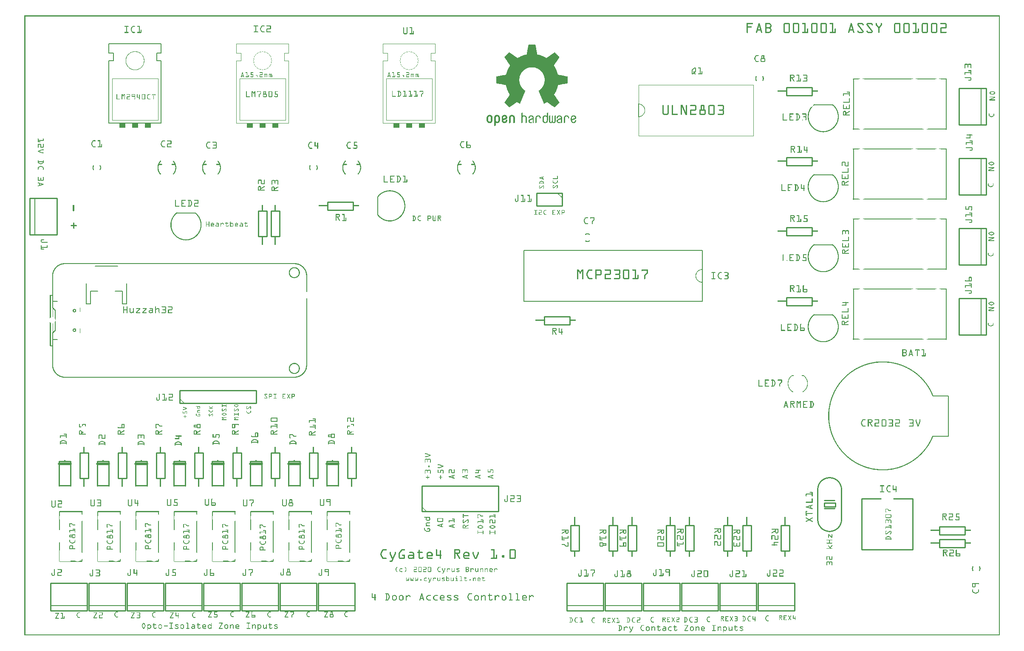
<source format=gto>
G04 MADE WITH FRITZING*
G04 WWW.FRITZING.ORG*
G04 DOUBLE SIDED*
G04 HOLES PLATED*
G04 CONTOUR ON CENTER OF CONTOUR VECTOR*
%ASAXBY*%
%FSLAX23Y23*%
%MOIN*%
%OFA0B0*%
%SFA1.0B1.0*%
%ADD10C,0.144117X0.139883*%
%ADD11R,0.050014X0.035014*%
%ADD12R,0.050000X0.035014*%
%ADD13R,0.050000X0.035000*%
%ADD14R,1.405916X0.405916X1.394084X0.394084*%
%ADD15C,0.005916*%
%ADD16R,0.904743X0.404743X0.895257X0.395257*%
%ADD17C,0.004743*%
%ADD18R,0.096457X0.038714X0.076772X0.019029*%
%ADD19C,0.009843*%
%ADD20C,0.010000*%
%ADD21C,0.008000*%
%ADD22C,0.005000*%
%ADD23C,0.002117*%
%ADD24C,0.000706*%
%ADD25C,0.006000*%
%ADD26C,0.002000*%
%ADD27C,0.009799*%
%ADD28C,0.020000*%
%ADD29C,0.007874*%
%ADD30R,0.001000X0.001000*%
%LNSILK1*%
G90*
G70*
G54D10*
X1868Y4515D03*
X3018Y4515D03*
G54D11*
X1968Y4008D03*
X1868Y4008D03*
G54D12*
X1768Y4008D03*
G54D13*
X968Y4008D03*
X868Y4008D03*
X768Y4008D03*
G54D11*
X3118Y4008D03*
X3018Y4008D03*
G54D12*
X2918Y4008D03*
G54D15*
X3918Y3025D02*
X5318Y3025D01*
X5318Y2625D01*
X3918Y2625D01*
X3918Y3025D01*
D02*
G54D17*
X4818Y4325D02*
X5718Y4325D01*
X5718Y3925D01*
X4818Y3925D01*
X4818Y4325D01*
D02*
G54D19*
X6275Y1043D02*
X6361Y1043D01*
X6361Y1014D01*
X6275Y1014D01*
X6275Y1043D01*
D02*
G54D20*
X3118Y975D02*
X3718Y975D01*
D02*
X3718Y975D02*
X3718Y1175D01*
D02*
X3718Y1175D02*
X3118Y1175D01*
D02*
X3118Y1175D02*
X3118Y975D01*
G54D21*
D02*
X555Y2903D02*
X732Y2903D01*
D02*
X801Y2765D02*
X801Y2608D01*
D02*
X801Y2608D02*
X767Y2608D01*
D02*
X767Y2608D02*
X767Y2706D01*
D02*
X767Y2706D02*
X712Y2706D01*
D02*
X574Y2706D02*
X519Y2706D01*
D02*
X519Y2706D02*
X519Y2608D01*
D02*
X519Y2608D02*
X486Y2608D01*
D02*
X486Y2608D02*
X486Y2765D01*
G54D22*
D02*
X259Y2625D02*
X224Y2625D01*
D02*
X224Y2326D02*
X259Y2326D01*
G54D21*
D02*
X204Y2276D02*
X218Y2276D01*
D02*
X204Y2674D02*
X218Y2674D01*
G54D23*
D02*
X1663Y4025D02*
X2073Y4025D01*
D02*
X2073Y4650D02*
X1663Y4650D01*
D02*
X2073Y4025D02*
X2073Y4515D01*
D02*
X2073Y4515D02*
X2038Y4515D01*
D02*
X2038Y4515D02*
X2038Y4575D01*
D02*
X2038Y4575D02*
X2073Y4575D01*
D02*
X2073Y4575D02*
X2073Y4650D01*
D02*
X1663Y4025D02*
X1663Y4515D01*
D02*
X1663Y4515D02*
X1698Y4515D01*
D02*
X1698Y4515D02*
X1698Y4575D01*
D02*
X1698Y4575D02*
X1663Y4575D01*
D02*
X1663Y4575D02*
X1663Y4650D01*
G54D24*
D02*
X1688Y4050D02*
X2048Y4050D01*
D02*
X2048Y4375D02*
X2048Y4050D01*
D02*
X2048Y4375D02*
X1688Y4375D01*
D02*
X1688Y4050D02*
X1688Y4375D01*
G54D25*
D02*
X663Y4025D02*
X1073Y4025D01*
D02*
X1073Y4650D02*
X663Y4650D01*
D02*
X1073Y4025D02*
X1073Y4515D01*
D02*
X1073Y4515D02*
X1038Y4515D01*
D02*
X1038Y4515D02*
X1038Y4575D01*
D02*
X1038Y4575D02*
X1073Y4575D01*
D02*
X1073Y4575D02*
X1073Y4650D01*
D02*
X663Y4025D02*
X663Y4515D01*
D02*
X663Y4515D02*
X698Y4515D01*
D02*
X698Y4515D02*
X698Y4575D01*
D02*
X698Y4575D02*
X663Y4575D01*
D02*
X663Y4575D02*
X663Y4650D01*
G54D26*
D02*
X688Y4050D02*
X1048Y4050D01*
D02*
X1048Y4375D02*
X1048Y4050D01*
D02*
X1048Y4375D02*
X688Y4375D01*
D02*
X688Y4050D02*
X688Y4375D01*
G54D20*
D02*
X2378Y3408D02*
X2578Y3408D01*
D02*
X2578Y3408D02*
X2578Y3342D01*
D02*
X2578Y3342D02*
X2378Y3342D01*
D02*
X2378Y3342D02*
X2378Y3408D01*
D02*
X256Y3151D02*
X256Y3437D01*
D02*
X256Y3437D02*
X40Y3437D01*
D02*
X40Y3437D02*
X40Y3151D01*
D02*
X40Y3151D02*
X256Y3151D01*
G54D22*
D02*
X80Y3437D02*
X80Y3151D01*
G54D23*
D02*
X2813Y4025D02*
X3223Y4025D01*
D02*
X3223Y4650D02*
X2813Y4650D01*
D02*
X3223Y4025D02*
X3223Y4515D01*
D02*
X3223Y4515D02*
X3188Y4515D01*
D02*
X3188Y4515D02*
X3188Y4575D01*
D02*
X3188Y4575D02*
X3223Y4575D01*
D02*
X3223Y4575D02*
X3223Y4650D01*
D02*
X2813Y4025D02*
X2813Y4515D01*
D02*
X2813Y4515D02*
X2848Y4515D01*
D02*
X2848Y4515D02*
X2848Y4575D01*
D02*
X2848Y4575D02*
X2813Y4575D01*
D02*
X2813Y4575D02*
X2813Y4650D01*
G54D24*
D02*
X2838Y4050D02*
X3198Y4050D01*
D02*
X3198Y4375D02*
X3198Y4050D01*
D02*
X3198Y4375D02*
X2838Y4375D01*
D02*
X2838Y4050D02*
X2838Y4375D01*
G54D20*
D02*
X4078Y2508D02*
X4278Y2508D01*
D02*
X4278Y2508D02*
X4278Y2442D01*
D02*
X4278Y2442D02*
X4078Y2442D01*
D02*
X4078Y2442D02*
X4078Y2508D01*
D02*
X1835Y3135D02*
X1835Y3335D01*
D02*
X1835Y3335D02*
X1901Y3335D01*
D02*
X1901Y3335D02*
X1901Y3135D01*
D02*
X1901Y3135D02*
X1835Y3135D01*
D02*
X1935Y3135D02*
X1935Y3335D01*
D02*
X1935Y3335D02*
X2001Y3335D01*
D02*
X2001Y3335D02*
X2001Y3135D01*
D02*
X2001Y3135D02*
X1935Y3135D01*
D02*
X492Y413D02*
X206Y413D01*
D02*
X206Y413D02*
X206Y197D01*
D02*
X206Y197D02*
X492Y197D01*
D02*
X492Y197D02*
X492Y413D01*
G54D22*
D02*
X206Y237D02*
X492Y237D01*
G54D27*
D02*
X453Y975D02*
X276Y975D01*
D02*
X753Y975D02*
X576Y975D01*
D02*
X1053Y975D02*
X876Y975D01*
D02*
X1353Y975D02*
X1176Y975D01*
G54D20*
D02*
X792Y413D02*
X506Y413D01*
D02*
X506Y413D02*
X506Y197D01*
D02*
X506Y197D02*
X792Y197D01*
D02*
X792Y197D02*
X792Y413D01*
G54D22*
D02*
X506Y237D02*
X792Y237D01*
G54D20*
D02*
X1092Y413D02*
X806Y413D01*
D02*
X806Y413D02*
X806Y197D01*
D02*
X806Y197D02*
X1092Y197D01*
D02*
X1092Y197D02*
X1092Y413D01*
G54D22*
D02*
X806Y237D02*
X1092Y237D01*
G54D20*
D02*
X1392Y413D02*
X1106Y413D01*
D02*
X1106Y413D02*
X1106Y197D01*
D02*
X1106Y197D02*
X1392Y197D01*
D02*
X1392Y197D02*
X1392Y413D01*
G54D22*
D02*
X1106Y237D02*
X1392Y237D01*
G54D20*
D02*
X363Y1371D02*
X363Y1176D01*
D02*
X273Y1176D02*
X273Y1371D01*
D02*
X273Y1371D02*
X363Y1371D01*
G54D28*
D02*
X273Y1351D02*
X363Y1351D01*
G54D20*
D02*
X435Y1235D02*
X435Y1435D01*
D02*
X435Y1435D02*
X501Y1435D01*
D02*
X501Y1435D02*
X501Y1235D01*
D02*
X501Y1235D02*
X435Y1235D01*
D02*
X663Y1371D02*
X663Y1176D01*
D02*
X573Y1176D02*
X573Y1371D01*
D02*
X573Y1371D02*
X663Y1371D01*
G54D28*
D02*
X573Y1351D02*
X663Y1351D01*
G54D20*
D02*
X735Y1235D02*
X735Y1435D01*
D02*
X735Y1435D02*
X801Y1435D01*
D02*
X801Y1435D02*
X801Y1235D01*
D02*
X801Y1235D02*
X735Y1235D01*
D02*
X963Y1371D02*
X963Y1176D01*
D02*
X873Y1176D02*
X873Y1371D01*
D02*
X873Y1371D02*
X963Y1371D01*
G54D28*
D02*
X873Y1351D02*
X963Y1351D01*
G54D20*
D02*
X1035Y1235D02*
X1035Y1435D01*
D02*
X1035Y1435D02*
X1101Y1435D01*
D02*
X1101Y1435D02*
X1101Y1235D01*
D02*
X1101Y1235D02*
X1035Y1235D01*
D02*
X1263Y1371D02*
X1263Y1176D01*
D02*
X1173Y1176D02*
X1173Y1371D01*
D02*
X1173Y1371D02*
X1263Y1371D01*
G54D28*
D02*
X1173Y1351D02*
X1263Y1351D01*
G54D20*
D02*
X1335Y1235D02*
X1335Y1435D01*
D02*
X1335Y1435D02*
X1401Y1435D01*
D02*
X1401Y1435D02*
X1401Y1235D01*
D02*
X1401Y1235D02*
X1335Y1235D01*
G54D27*
D02*
X1653Y975D02*
X1476Y975D01*
D02*
X1953Y975D02*
X1776Y975D01*
D02*
X2253Y975D02*
X2076Y975D01*
D02*
X2553Y975D02*
X2376Y975D01*
G54D20*
D02*
X1692Y413D02*
X1406Y413D01*
D02*
X1406Y413D02*
X1406Y197D01*
D02*
X1406Y197D02*
X1692Y197D01*
D02*
X1692Y197D02*
X1692Y413D01*
G54D22*
D02*
X1406Y237D02*
X1692Y237D01*
G54D20*
D02*
X1992Y413D02*
X1706Y413D01*
D02*
X1706Y413D02*
X1706Y197D01*
D02*
X1706Y197D02*
X1992Y197D01*
D02*
X1992Y197D02*
X1992Y413D01*
G54D22*
D02*
X1706Y237D02*
X1992Y237D01*
G54D20*
D02*
X2292Y413D02*
X2006Y413D01*
D02*
X2006Y413D02*
X2006Y197D01*
D02*
X2006Y197D02*
X2292Y197D01*
D02*
X2292Y197D02*
X2292Y413D01*
G54D22*
D02*
X2006Y237D02*
X2292Y237D01*
G54D20*
D02*
X2592Y413D02*
X2306Y413D01*
D02*
X2306Y413D02*
X2306Y197D01*
D02*
X2306Y197D02*
X2592Y197D01*
D02*
X2592Y197D02*
X2592Y413D01*
G54D22*
D02*
X2306Y237D02*
X2592Y237D01*
G54D20*
D02*
X1563Y1371D02*
X1563Y1176D01*
D02*
X1473Y1176D02*
X1473Y1371D01*
D02*
X1473Y1371D02*
X1563Y1371D01*
G54D28*
D02*
X1473Y1351D02*
X1563Y1351D01*
G54D20*
D02*
X1863Y1371D02*
X1863Y1176D01*
D02*
X1773Y1176D02*
X1773Y1371D01*
D02*
X1773Y1371D02*
X1863Y1371D01*
G54D28*
D02*
X1773Y1351D02*
X1863Y1351D01*
G54D20*
D02*
X2463Y1371D02*
X2463Y1176D01*
D02*
X2373Y1176D02*
X2373Y1371D01*
D02*
X2373Y1371D02*
X2463Y1371D01*
G54D28*
D02*
X2373Y1351D02*
X2463Y1351D01*
G54D20*
D02*
X1635Y1235D02*
X1635Y1435D01*
D02*
X1635Y1435D02*
X1701Y1435D01*
D02*
X1701Y1435D02*
X1701Y1235D01*
D02*
X1701Y1235D02*
X1635Y1235D01*
D02*
X1935Y1235D02*
X1935Y1435D01*
D02*
X1935Y1435D02*
X2001Y1435D01*
D02*
X2001Y1435D02*
X2001Y1235D01*
D02*
X2001Y1235D02*
X1935Y1235D01*
D02*
X2235Y1235D02*
X2235Y1435D01*
D02*
X2235Y1435D02*
X2301Y1435D01*
D02*
X2301Y1435D02*
X2301Y1235D01*
D02*
X2301Y1235D02*
X2235Y1235D01*
D02*
X2535Y1235D02*
X2535Y1435D01*
D02*
X2535Y1435D02*
X2601Y1435D01*
D02*
X2601Y1435D02*
X2601Y1235D01*
D02*
X2601Y1235D02*
X2535Y1235D01*
D02*
X4218Y3475D02*
X4018Y3475D01*
D02*
X4018Y3475D02*
X4018Y3375D01*
D02*
X4018Y3375D02*
X4218Y3375D01*
D02*
X4218Y3375D02*
X4218Y3475D01*
D02*
X2163Y1371D02*
X2163Y1176D01*
D02*
X2073Y1176D02*
X2073Y1371D01*
D02*
X2073Y1371D02*
X2163Y1371D01*
G54D28*
D02*
X2073Y1351D02*
X2163Y1351D01*
G54D20*
D02*
X1218Y1825D02*
X1818Y1825D01*
D02*
X1818Y1825D02*
X1818Y1925D01*
D02*
X1818Y1925D02*
X1218Y1925D01*
D02*
X1218Y1925D02*
X1218Y1825D01*
G54D21*
D02*
X6505Y3978D02*
X6505Y4372D01*
D02*
X7233Y4372D02*
X7233Y3978D01*
D02*
X6505Y3428D02*
X6505Y3822D01*
D02*
X7233Y3822D02*
X7233Y3428D01*
D02*
X6505Y2878D02*
X6505Y3272D01*
D02*
X7233Y3272D02*
X7233Y2878D01*
D02*
X6505Y2328D02*
X6505Y2722D01*
D02*
X7233Y2722D02*
X7233Y2328D01*
G54D20*
D02*
X5978Y4308D02*
X6178Y4308D01*
D02*
X6178Y4308D02*
X6178Y4242D01*
D02*
X6178Y4242D02*
X5978Y4242D01*
D02*
X5978Y4242D02*
X5978Y4308D01*
D02*
X5978Y3758D02*
X6178Y3758D01*
D02*
X6178Y3758D02*
X6178Y3692D01*
D02*
X6178Y3692D02*
X5978Y3692D01*
D02*
X5978Y3692D02*
X5978Y3758D01*
D02*
X5978Y3208D02*
X6178Y3208D01*
D02*
X6178Y3208D02*
X6178Y3142D01*
D02*
X6178Y3142D02*
X5978Y3142D01*
D02*
X5978Y3142D02*
X5978Y3208D01*
D02*
X5978Y2658D02*
X6178Y2658D01*
D02*
X6178Y2658D02*
X6178Y2592D01*
D02*
X6178Y2592D02*
X5978Y2592D01*
D02*
X5978Y2592D02*
X5978Y2658D01*
D02*
X7330Y4299D02*
X7330Y4013D01*
D02*
X7330Y4013D02*
X7546Y4013D01*
D02*
X7546Y4013D02*
X7546Y4299D01*
D02*
X7546Y4299D02*
X7330Y4299D01*
G54D22*
D02*
X7506Y4013D02*
X7506Y4299D01*
G54D20*
D02*
X7330Y3749D02*
X7330Y3463D01*
D02*
X7330Y3463D02*
X7546Y3463D01*
D02*
X7546Y3463D02*
X7546Y3749D01*
D02*
X7546Y3749D02*
X7330Y3749D01*
G54D22*
D02*
X7506Y3463D02*
X7506Y3749D01*
G54D20*
D02*
X7330Y3199D02*
X7330Y2913D01*
D02*
X7330Y2913D02*
X7546Y2913D01*
D02*
X7546Y2913D02*
X7546Y3199D01*
D02*
X7546Y3199D02*
X7330Y3199D01*
G54D22*
D02*
X7506Y2913D02*
X7506Y3199D01*
G54D20*
D02*
X7330Y2649D02*
X7330Y2363D01*
D02*
X7330Y2363D02*
X7546Y2363D01*
D02*
X7546Y2363D02*
X7546Y2649D01*
D02*
X7546Y2649D02*
X7330Y2649D01*
G54D22*
D02*
X7506Y2363D02*
X7506Y2649D01*
G54D20*
D02*
X4542Y413D02*
X4256Y413D01*
D02*
X4256Y413D02*
X4256Y197D01*
D02*
X4256Y197D02*
X4542Y197D01*
D02*
X4542Y197D02*
X4542Y413D01*
G54D22*
D02*
X4256Y237D02*
X4542Y237D01*
G54D20*
D02*
X4842Y413D02*
X4556Y413D01*
D02*
X4556Y413D02*
X4556Y197D01*
D02*
X4556Y197D02*
X4842Y197D01*
D02*
X4842Y197D02*
X4842Y413D01*
G54D22*
D02*
X4556Y237D02*
X4842Y237D01*
G54D20*
D02*
X5142Y413D02*
X4856Y413D01*
D02*
X4856Y413D02*
X4856Y197D01*
D02*
X4856Y197D02*
X5142Y197D01*
D02*
X5142Y197D02*
X5142Y413D01*
G54D22*
D02*
X4856Y237D02*
X5142Y237D01*
G54D20*
D02*
X5442Y413D02*
X5156Y413D01*
D02*
X5156Y413D02*
X5156Y197D01*
D02*
X5156Y197D02*
X5442Y197D01*
D02*
X5442Y197D02*
X5442Y413D01*
G54D22*
D02*
X5156Y237D02*
X5442Y237D01*
G54D20*
D02*
X5742Y413D02*
X5456Y413D01*
D02*
X5456Y413D02*
X5456Y197D01*
D02*
X5456Y197D02*
X5742Y197D01*
D02*
X5742Y197D02*
X5742Y413D01*
G54D22*
D02*
X5456Y237D02*
X5742Y237D01*
G54D20*
D02*
X6042Y413D02*
X5756Y413D01*
D02*
X5756Y413D02*
X5756Y197D01*
D02*
X5756Y197D02*
X6042Y197D01*
D02*
X6042Y197D02*
X6042Y413D01*
G54D22*
D02*
X5756Y237D02*
X6042Y237D01*
G54D20*
D02*
X4351Y866D02*
X4351Y666D01*
D02*
X4351Y666D02*
X4285Y666D01*
D02*
X4285Y666D02*
X4285Y866D01*
D02*
X4285Y866D02*
X4351Y866D01*
D02*
X4651Y866D02*
X4651Y666D01*
D02*
X4651Y666D02*
X4585Y666D01*
D02*
X4585Y666D02*
X4585Y866D01*
D02*
X4585Y866D02*
X4651Y866D01*
D02*
X4801Y866D02*
X4801Y666D01*
D02*
X4801Y666D02*
X4735Y666D01*
D02*
X4735Y666D02*
X4735Y866D01*
D02*
X4735Y866D02*
X4801Y866D01*
D02*
X5101Y866D02*
X5101Y666D01*
D02*
X5101Y666D02*
X5035Y666D01*
D02*
X5035Y666D02*
X5035Y866D01*
D02*
X5035Y866D02*
X5101Y866D01*
D02*
X5251Y866D02*
X5251Y666D01*
D02*
X5251Y666D02*
X5185Y666D01*
D02*
X5185Y666D02*
X5185Y866D01*
D02*
X5185Y866D02*
X5251Y866D01*
D02*
X5551Y866D02*
X5551Y666D01*
D02*
X5551Y666D02*
X5485Y666D01*
D02*
X5485Y666D02*
X5485Y866D01*
D02*
X5485Y866D02*
X5551Y866D01*
D02*
X5701Y866D02*
X5701Y666D01*
D02*
X5701Y666D02*
X5635Y666D01*
D02*
X5635Y666D02*
X5635Y866D01*
D02*
X5635Y866D02*
X5701Y866D01*
D02*
X6001Y866D02*
X6001Y666D01*
D02*
X6001Y666D02*
X5935Y666D01*
D02*
X5935Y666D02*
X5935Y866D01*
D02*
X5935Y866D02*
X6001Y866D01*
D02*
X6568Y1075D02*
X6568Y675D01*
D02*
X6568Y675D02*
X6968Y675D01*
D02*
X6968Y675D02*
X6968Y1075D01*
D02*
X6568Y1075D02*
X6718Y1075D01*
D02*
X6818Y1075D02*
X6968Y1075D01*
G54D21*
D02*
X7129Y1883D02*
X7247Y1883D01*
D02*
X7247Y1883D02*
X7247Y1568D01*
D02*
X7247Y1568D02*
X7129Y1568D01*
G54D20*
D02*
X7178Y858D02*
X7378Y858D01*
D02*
X7378Y858D02*
X7378Y792D01*
D02*
X7378Y792D02*
X7178Y792D01*
D02*
X7178Y792D02*
X7178Y858D01*
D02*
X7178Y758D02*
X7378Y758D01*
D02*
X7378Y758D02*
X7378Y692D01*
D02*
X7378Y692D02*
X7178Y692D01*
D02*
X7178Y692D02*
X7178Y758D01*
G54D29*
X1338Y3321D02*
X1197Y3321D01*
D02*
X6338Y4171D02*
X6197Y4171D01*
D02*
X6338Y3621D02*
X6197Y3621D01*
D02*
X6338Y3071D02*
X6197Y3071D01*
D02*
X6338Y2521D02*
X6197Y2521D01*
D02*
G54D30*
X0Y4871D02*
X7651Y4871D01*
X0Y4870D02*
X7651Y4870D01*
X0Y4869D02*
X7651Y4869D01*
X0Y4868D02*
X7651Y4868D01*
X0Y4867D02*
X7651Y4867D01*
X0Y4866D02*
X7651Y4866D01*
X0Y4865D02*
X7651Y4865D01*
X0Y4864D02*
X7651Y4864D01*
X0Y4863D02*
X7Y4863D01*
X7644Y4863D02*
X7651Y4863D01*
X0Y4862D02*
X7Y4862D01*
X7644Y4862D02*
X7651Y4862D01*
X0Y4861D02*
X7Y4861D01*
X7644Y4861D02*
X7651Y4861D01*
X0Y4860D02*
X7Y4860D01*
X7644Y4860D02*
X7651Y4860D01*
X0Y4859D02*
X7Y4859D01*
X7644Y4859D02*
X7651Y4859D01*
X0Y4858D02*
X7Y4858D01*
X7644Y4858D02*
X7651Y4858D01*
X0Y4857D02*
X7Y4857D01*
X7644Y4857D02*
X7651Y4857D01*
X0Y4856D02*
X7Y4856D01*
X7644Y4856D02*
X7651Y4856D01*
X0Y4855D02*
X7Y4855D01*
X7644Y4855D02*
X7651Y4855D01*
X0Y4854D02*
X7Y4854D01*
X7644Y4854D02*
X7651Y4854D01*
X0Y4853D02*
X7Y4853D01*
X7644Y4853D02*
X7651Y4853D01*
X0Y4852D02*
X7Y4852D01*
X7644Y4852D02*
X7651Y4852D01*
X0Y4851D02*
X7Y4851D01*
X7644Y4851D02*
X7651Y4851D01*
X0Y4850D02*
X7Y4850D01*
X7644Y4850D02*
X7651Y4850D01*
X0Y4849D02*
X7Y4849D01*
X7644Y4849D02*
X7651Y4849D01*
X0Y4848D02*
X7Y4848D01*
X7644Y4848D02*
X7651Y4848D01*
X0Y4847D02*
X7Y4847D01*
X7644Y4847D02*
X7651Y4847D01*
X0Y4846D02*
X7Y4846D01*
X7644Y4846D02*
X7651Y4846D01*
X0Y4845D02*
X7Y4845D01*
X7644Y4845D02*
X7651Y4845D01*
X0Y4844D02*
X7Y4844D01*
X7644Y4844D02*
X7651Y4844D01*
X0Y4843D02*
X7Y4843D01*
X7644Y4843D02*
X7651Y4843D01*
X0Y4842D02*
X7Y4842D01*
X7644Y4842D02*
X7651Y4842D01*
X0Y4841D02*
X7Y4841D01*
X7644Y4841D02*
X7651Y4841D01*
X0Y4840D02*
X7Y4840D01*
X7644Y4840D02*
X7651Y4840D01*
X0Y4839D02*
X7Y4839D01*
X7644Y4839D02*
X7651Y4839D01*
X0Y4838D02*
X7Y4838D01*
X7644Y4838D02*
X7651Y4838D01*
X0Y4837D02*
X7Y4837D01*
X7644Y4837D02*
X7651Y4837D01*
X0Y4836D02*
X7Y4836D01*
X7644Y4836D02*
X7651Y4836D01*
X0Y4835D02*
X7Y4835D01*
X7644Y4835D02*
X7651Y4835D01*
X0Y4834D02*
X7Y4834D01*
X7644Y4834D02*
X7651Y4834D01*
X0Y4833D02*
X7Y4833D01*
X7644Y4833D02*
X7651Y4833D01*
X0Y4832D02*
X7Y4832D01*
X7644Y4832D02*
X7651Y4832D01*
X0Y4831D02*
X7Y4831D01*
X7644Y4831D02*
X7651Y4831D01*
X0Y4830D02*
X7Y4830D01*
X7644Y4830D02*
X7651Y4830D01*
X0Y4829D02*
X7Y4829D01*
X7644Y4829D02*
X7651Y4829D01*
X0Y4828D02*
X7Y4828D01*
X7644Y4828D02*
X7651Y4828D01*
X0Y4827D02*
X7Y4827D01*
X7644Y4827D02*
X7651Y4827D01*
X0Y4826D02*
X7Y4826D01*
X7644Y4826D02*
X7651Y4826D01*
X0Y4825D02*
X7Y4825D01*
X7644Y4825D02*
X7651Y4825D01*
X0Y4824D02*
X7Y4824D01*
X7644Y4824D02*
X7651Y4824D01*
X0Y4823D02*
X7Y4823D01*
X7644Y4823D02*
X7651Y4823D01*
X0Y4822D02*
X7Y4822D01*
X7644Y4822D02*
X7651Y4822D01*
X0Y4821D02*
X7Y4821D01*
X7644Y4821D02*
X7651Y4821D01*
X0Y4820D02*
X7Y4820D01*
X7644Y4820D02*
X7651Y4820D01*
X0Y4819D02*
X7Y4819D01*
X7644Y4819D02*
X7651Y4819D01*
X0Y4818D02*
X7Y4818D01*
X7644Y4818D02*
X7651Y4818D01*
X0Y4817D02*
X7Y4817D01*
X7644Y4817D02*
X7651Y4817D01*
X0Y4816D02*
X7Y4816D01*
X7644Y4816D02*
X7651Y4816D01*
X0Y4815D02*
X7Y4815D01*
X7644Y4815D02*
X7651Y4815D01*
X0Y4814D02*
X7Y4814D01*
X7644Y4814D02*
X7651Y4814D01*
X0Y4813D02*
X7Y4813D01*
X7644Y4813D02*
X7651Y4813D01*
X0Y4812D02*
X7Y4812D01*
X5667Y4812D02*
X5712Y4812D01*
X5762Y4812D02*
X5765Y4812D01*
X5811Y4812D02*
X5843Y4812D01*
X5964Y4812D02*
X5997Y4812D01*
X6036Y4812D02*
X6069Y4812D01*
X6104Y4812D02*
X6129Y4812D01*
X6180Y4812D02*
X6214Y4812D01*
X6253Y4812D02*
X6286Y4812D01*
X6321Y4812D02*
X6346Y4812D01*
X6485Y4812D02*
X6487Y4812D01*
X6543Y4812D02*
X6572Y4812D01*
X6615Y4812D02*
X6645Y4812D01*
X6682Y4812D02*
X6684Y4812D01*
X6722Y4812D02*
X6724Y4812D01*
X6831Y4812D02*
X6864Y4812D01*
X6903Y4812D02*
X6937Y4812D01*
X6971Y4812D02*
X6997Y4812D01*
X7048Y4812D02*
X7081Y4812D01*
X7120Y4812D02*
X7154Y4812D01*
X7188Y4812D02*
X7226Y4812D01*
X7644Y4812D02*
X7651Y4812D01*
X0Y4811D02*
X7Y4811D01*
X5667Y4811D02*
X5714Y4811D01*
X5761Y4811D02*
X5766Y4811D01*
X5811Y4811D02*
X5847Y4811D01*
X5961Y4811D02*
X5999Y4811D01*
X6033Y4811D02*
X6072Y4811D01*
X6102Y4811D02*
X6129Y4811D01*
X6178Y4811D02*
X6216Y4811D01*
X6250Y4811D02*
X6289Y4811D01*
X6319Y4811D02*
X6346Y4811D01*
X6483Y4811D02*
X6489Y4811D01*
X6540Y4811D02*
X6575Y4811D01*
X6613Y4811D02*
X6647Y4811D01*
X6680Y4811D02*
X6686Y4811D01*
X6720Y4811D02*
X6726Y4811D01*
X6829Y4811D02*
X6867Y4811D01*
X6901Y4811D02*
X6939Y4811D01*
X6970Y4811D02*
X6997Y4811D01*
X7045Y4811D02*
X7084Y4811D01*
X7118Y4811D02*
X7156Y4811D01*
X7186Y4811D02*
X7228Y4811D01*
X7644Y4811D02*
X7651Y4811D01*
X0Y4810D02*
X7Y4810D01*
X5667Y4810D02*
X5715Y4810D01*
X5760Y4810D02*
X5767Y4810D01*
X5811Y4810D02*
X5849Y4810D01*
X5960Y4810D02*
X6001Y4810D01*
X6032Y4810D02*
X6073Y4810D01*
X6101Y4810D02*
X6129Y4810D01*
X6177Y4810D02*
X6218Y4810D01*
X6249Y4810D02*
X6290Y4810D01*
X6318Y4810D02*
X6346Y4810D01*
X6483Y4810D02*
X6490Y4810D01*
X6539Y4810D02*
X6577Y4810D01*
X6611Y4810D02*
X6649Y4810D01*
X6680Y4810D02*
X6687Y4810D01*
X6719Y4810D02*
X6727Y4810D01*
X6827Y4810D02*
X6868Y4810D01*
X6899Y4810D02*
X6941Y4810D01*
X6969Y4810D02*
X6997Y4810D01*
X7044Y4810D02*
X7085Y4810D01*
X7116Y4810D02*
X7157Y4810D01*
X7186Y4810D02*
X7230Y4810D01*
X7644Y4810D02*
X7651Y4810D01*
X0Y4809D02*
X7Y4809D01*
X5667Y4809D02*
X5715Y4809D01*
X5759Y4809D02*
X5768Y4809D01*
X5811Y4809D02*
X5851Y4809D01*
X5959Y4809D02*
X6002Y4809D01*
X6031Y4809D02*
X6074Y4809D01*
X6101Y4809D02*
X6129Y4809D01*
X6175Y4809D02*
X6219Y4809D01*
X6248Y4809D02*
X6291Y4809D01*
X6318Y4809D02*
X6346Y4809D01*
X6482Y4809D02*
X6490Y4809D01*
X6538Y4809D02*
X6578Y4809D01*
X6610Y4809D02*
X6650Y4809D01*
X6679Y4809D02*
X6688Y4809D01*
X6719Y4809D02*
X6727Y4809D01*
X6826Y4809D02*
X6869Y4809D01*
X6898Y4809D02*
X6942Y4809D01*
X6968Y4809D02*
X6997Y4809D01*
X7043Y4809D02*
X7086Y4809D01*
X7115Y4809D02*
X7158Y4809D01*
X7185Y4809D02*
X7231Y4809D01*
X7644Y4809D02*
X7651Y4809D01*
X0Y4808D02*
X7Y4808D01*
X5667Y4808D02*
X5715Y4808D01*
X5759Y4808D02*
X5768Y4808D01*
X5811Y4808D02*
X5852Y4808D01*
X5958Y4808D02*
X6003Y4808D01*
X6030Y4808D02*
X6075Y4808D01*
X6101Y4808D02*
X6129Y4808D01*
X6175Y4808D02*
X6220Y4808D01*
X6247Y4808D02*
X6292Y4808D01*
X6317Y4808D02*
X6346Y4808D01*
X6482Y4808D02*
X6491Y4808D01*
X6537Y4808D02*
X6579Y4808D01*
X6609Y4808D02*
X6651Y4808D01*
X6679Y4808D02*
X6688Y4808D01*
X6718Y4808D02*
X6727Y4808D01*
X6825Y4808D02*
X6870Y4808D01*
X6898Y4808D02*
X6942Y4808D01*
X6968Y4808D02*
X6997Y4808D01*
X7042Y4808D02*
X7087Y4808D01*
X7114Y4808D02*
X7159Y4808D01*
X7185Y4808D02*
X7232Y4808D01*
X7644Y4808D02*
X7651Y4808D01*
X0Y4807D02*
X7Y4807D01*
X5667Y4807D02*
X5715Y4807D01*
X5759Y4807D02*
X5768Y4807D01*
X5811Y4807D02*
X5853Y4807D01*
X5957Y4807D02*
X6003Y4807D01*
X6029Y4807D02*
X6076Y4807D01*
X6101Y4807D02*
X6129Y4807D01*
X6174Y4807D02*
X6220Y4807D01*
X6246Y4807D02*
X6293Y4807D01*
X6317Y4807D02*
X6346Y4807D01*
X6481Y4807D02*
X6491Y4807D01*
X6536Y4807D02*
X6580Y4807D01*
X6608Y4807D02*
X6652Y4807D01*
X6679Y4807D02*
X6688Y4807D01*
X6718Y4807D02*
X6728Y4807D01*
X6825Y4807D02*
X6871Y4807D01*
X6897Y4807D02*
X6943Y4807D01*
X6968Y4807D02*
X6997Y4807D01*
X7041Y4807D02*
X7088Y4807D01*
X7114Y4807D02*
X7160Y4807D01*
X7185Y4807D02*
X7232Y4807D01*
X7644Y4807D02*
X7651Y4807D01*
X0Y4806D02*
X7Y4806D01*
X5667Y4806D02*
X5715Y4806D01*
X5758Y4806D02*
X5769Y4806D01*
X5811Y4806D02*
X5854Y4806D01*
X5957Y4806D02*
X6004Y4806D01*
X6029Y4806D02*
X6076Y4806D01*
X6101Y4806D02*
X6129Y4806D01*
X6173Y4806D02*
X6221Y4806D01*
X6246Y4806D02*
X6293Y4806D01*
X6318Y4806D02*
X6346Y4806D01*
X6481Y4806D02*
X6491Y4806D01*
X6535Y4806D02*
X6581Y4806D01*
X6608Y4806D02*
X6653Y4806D01*
X6679Y4806D02*
X6688Y4806D01*
X6718Y4806D02*
X6728Y4806D01*
X6824Y4806D02*
X6871Y4806D01*
X6896Y4806D02*
X6944Y4806D01*
X6968Y4806D02*
X6997Y4806D01*
X7041Y4806D02*
X7088Y4806D01*
X7113Y4806D02*
X7161Y4806D01*
X7185Y4806D02*
X7233Y4806D01*
X7644Y4806D02*
X7651Y4806D01*
X0Y4805D02*
X7Y4805D01*
X5667Y4805D02*
X5715Y4805D01*
X5758Y4805D02*
X5769Y4805D01*
X5811Y4805D02*
X5855Y4805D01*
X5956Y4805D02*
X6004Y4805D01*
X6029Y4805D02*
X6077Y4805D01*
X6101Y4805D02*
X6129Y4805D01*
X6173Y4805D02*
X6221Y4805D01*
X6245Y4805D02*
X6293Y4805D01*
X6318Y4805D02*
X6346Y4805D01*
X6481Y4805D02*
X6492Y4805D01*
X6535Y4805D02*
X6581Y4805D01*
X6607Y4805D02*
X6654Y4805D01*
X6679Y4805D02*
X6688Y4805D01*
X6718Y4805D02*
X6728Y4805D01*
X6824Y4805D02*
X6872Y4805D01*
X6896Y4805D02*
X6944Y4805D01*
X6969Y4805D02*
X6997Y4805D01*
X7041Y4805D02*
X7089Y4805D01*
X7113Y4805D02*
X7161Y4805D01*
X7185Y4805D02*
X7233Y4805D01*
X7644Y4805D02*
X7651Y4805D01*
X0Y4804D02*
X7Y4804D01*
X5667Y4804D02*
X5714Y4804D01*
X5758Y4804D02*
X5769Y4804D01*
X5811Y4804D02*
X5856Y4804D01*
X5956Y4804D02*
X6004Y4804D01*
X6028Y4804D02*
X6077Y4804D01*
X6102Y4804D02*
X6129Y4804D01*
X6173Y4804D02*
X6221Y4804D01*
X6245Y4804D02*
X6294Y4804D01*
X6319Y4804D02*
X6346Y4804D01*
X6480Y4804D02*
X6492Y4804D01*
X6535Y4804D02*
X6582Y4804D01*
X6607Y4804D02*
X6654Y4804D01*
X6679Y4804D02*
X6688Y4804D01*
X6718Y4804D02*
X6728Y4804D01*
X6823Y4804D02*
X6872Y4804D01*
X6896Y4804D02*
X6944Y4804D01*
X6969Y4804D02*
X6997Y4804D01*
X7040Y4804D02*
X7089Y4804D01*
X7113Y4804D02*
X7161Y4804D01*
X7186Y4804D02*
X7233Y4804D01*
X7644Y4804D02*
X7651Y4804D01*
X0Y4803D02*
X7Y4803D01*
X5667Y4803D02*
X5713Y4803D01*
X5757Y4803D02*
X5769Y4803D01*
X5811Y4803D02*
X5857Y4803D01*
X5956Y4803D02*
X6005Y4803D01*
X6028Y4803D02*
X6077Y4803D01*
X6103Y4803D02*
X6129Y4803D01*
X6173Y4803D02*
X6221Y4803D01*
X6245Y4803D02*
X6294Y4803D01*
X6320Y4803D02*
X6346Y4803D01*
X6480Y4803D02*
X6492Y4803D01*
X6534Y4803D02*
X6582Y4803D01*
X6607Y4803D02*
X6655Y4803D01*
X6679Y4803D02*
X6688Y4803D01*
X6718Y4803D02*
X6728Y4803D01*
X6823Y4803D02*
X6872Y4803D01*
X6896Y4803D02*
X6944Y4803D01*
X6970Y4803D02*
X6997Y4803D01*
X7040Y4803D02*
X7089Y4803D01*
X7113Y4803D02*
X7161Y4803D01*
X7187Y4803D02*
X7233Y4803D01*
X7644Y4803D02*
X7651Y4803D01*
X0Y4802D02*
X7Y4802D01*
X5667Y4802D02*
X5676Y4802D01*
X5757Y4802D02*
X5770Y4802D01*
X5811Y4802D02*
X5821Y4802D01*
X5843Y4802D02*
X5857Y4802D01*
X5956Y4802D02*
X5965Y4802D01*
X5995Y4802D02*
X6005Y4802D01*
X6028Y4802D02*
X6037Y4802D01*
X6068Y4802D02*
X6077Y4802D01*
X6120Y4802D02*
X6129Y4802D01*
X6173Y4802D02*
X6182Y4802D01*
X6212Y4802D02*
X6222Y4802D01*
X6245Y4802D02*
X6254Y4802D01*
X6285Y4802D02*
X6294Y4802D01*
X6337Y4802D02*
X6346Y4802D01*
X6480Y4802D02*
X6493Y4802D01*
X6534Y4802D02*
X6544Y4802D01*
X6571Y4802D02*
X6583Y4802D01*
X6607Y4802D02*
X6616Y4802D01*
X6644Y4802D02*
X6655Y4802D01*
X6679Y4802D02*
X6688Y4802D01*
X6718Y4802D02*
X6728Y4802D01*
X6823Y4802D02*
X6833Y4802D01*
X6863Y4802D02*
X6872Y4802D01*
X6896Y4802D02*
X6905Y4802D01*
X6935Y4802D02*
X6944Y4802D01*
X6988Y4802D02*
X6997Y4802D01*
X7040Y4802D02*
X7049Y4802D01*
X7080Y4802D02*
X7089Y4802D01*
X7112Y4802D02*
X7122Y4802D01*
X7152Y4802D02*
X7161Y4802D01*
X7224Y4802D02*
X7234Y4802D01*
X7644Y4802D02*
X7651Y4802D01*
X0Y4801D02*
X7Y4801D01*
X5667Y4801D02*
X5676Y4801D01*
X5757Y4801D02*
X5770Y4801D01*
X5811Y4801D02*
X5820Y4801D01*
X5846Y4801D02*
X5858Y4801D01*
X5956Y4801D02*
X5965Y4801D01*
X5996Y4801D02*
X6005Y4801D01*
X6028Y4801D02*
X6037Y4801D01*
X6068Y4801D02*
X6077Y4801D01*
X6120Y4801D02*
X6129Y4801D01*
X6173Y4801D02*
X6182Y4801D01*
X6212Y4801D02*
X6222Y4801D01*
X6245Y4801D02*
X6254Y4801D01*
X6285Y4801D02*
X6294Y4801D01*
X6337Y4801D02*
X6346Y4801D01*
X6480Y4801D02*
X6493Y4801D01*
X6534Y4801D02*
X6543Y4801D01*
X6573Y4801D02*
X6583Y4801D01*
X6606Y4801D02*
X6616Y4801D01*
X6645Y4801D02*
X6655Y4801D01*
X6679Y4801D02*
X6688Y4801D01*
X6718Y4801D02*
X6728Y4801D01*
X6823Y4801D02*
X6832Y4801D01*
X6863Y4801D02*
X6872Y4801D01*
X6896Y4801D02*
X6905Y4801D01*
X6935Y4801D02*
X6944Y4801D01*
X6988Y4801D02*
X6997Y4801D01*
X7040Y4801D02*
X7049Y4801D01*
X7080Y4801D02*
X7089Y4801D01*
X7112Y4801D02*
X7122Y4801D01*
X7152Y4801D02*
X7161Y4801D01*
X7224Y4801D02*
X7234Y4801D01*
X7644Y4801D02*
X7651Y4801D01*
X0Y4800D02*
X7Y4800D01*
X5667Y4800D02*
X5676Y4800D01*
X5756Y4800D02*
X5770Y4800D01*
X5811Y4800D02*
X5820Y4800D01*
X5847Y4800D02*
X5858Y4800D01*
X5956Y4800D02*
X5965Y4800D01*
X5996Y4800D02*
X6005Y4800D01*
X6028Y4800D02*
X6037Y4800D01*
X6068Y4800D02*
X6077Y4800D01*
X6120Y4800D02*
X6129Y4800D01*
X6173Y4800D02*
X6182Y4800D01*
X6212Y4800D02*
X6222Y4800D01*
X6245Y4800D02*
X6254Y4800D01*
X6285Y4800D02*
X6294Y4800D01*
X6337Y4800D02*
X6346Y4800D01*
X6479Y4800D02*
X6493Y4800D01*
X6534Y4800D02*
X6544Y4800D01*
X6574Y4800D02*
X6583Y4800D01*
X6607Y4800D02*
X6616Y4800D01*
X6646Y4800D02*
X6655Y4800D01*
X6679Y4800D02*
X6688Y4800D01*
X6718Y4800D02*
X6728Y4800D01*
X6823Y4800D02*
X6832Y4800D01*
X6863Y4800D02*
X6872Y4800D01*
X6896Y4800D02*
X6905Y4800D01*
X6935Y4800D02*
X6944Y4800D01*
X6988Y4800D02*
X6997Y4800D01*
X7040Y4800D02*
X7049Y4800D01*
X7080Y4800D02*
X7089Y4800D01*
X7112Y4800D02*
X7122Y4800D01*
X7152Y4800D02*
X7161Y4800D01*
X7224Y4800D02*
X7234Y4800D01*
X7644Y4800D02*
X7651Y4800D01*
X0Y4799D02*
X7Y4799D01*
X5667Y4799D02*
X5676Y4799D01*
X5756Y4799D02*
X5771Y4799D01*
X5811Y4799D02*
X5820Y4799D01*
X5848Y4799D02*
X5859Y4799D01*
X5956Y4799D02*
X5965Y4799D01*
X5996Y4799D02*
X6005Y4799D01*
X6028Y4799D02*
X6037Y4799D01*
X6068Y4799D02*
X6077Y4799D01*
X6120Y4799D02*
X6129Y4799D01*
X6173Y4799D02*
X6182Y4799D01*
X6212Y4799D02*
X6222Y4799D01*
X6245Y4799D02*
X6254Y4799D01*
X6285Y4799D02*
X6294Y4799D01*
X6337Y4799D02*
X6346Y4799D01*
X6479Y4799D02*
X6493Y4799D01*
X6534Y4799D02*
X6544Y4799D01*
X6574Y4799D02*
X6583Y4799D01*
X6607Y4799D02*
X6617Y4799D01*
X6646Y4799D02*
X6655Y4799D01*
X6679Y4799D02*
X6689Y4799D01*
X6717Y4799D02*
X6728Y4799D01*
X6823Y4799D02*
X6832Y4799D01*
X6863Y4799D02*
X6872Y4799D01*
X6896Y4799D02*
X6905Y4799D01*
X6935Y4799D02*
X6944Y4799D01*
X6988Y4799D02*
X6997Y4799D01*
X7040Y4799D02*
X7049Y4799D01*
X7080Y4799D02*
X7089Y4799D01*
X7112Y4799D02*
X7122Y4799D01*
X7152Y4799D02*
X7161Y4799D01*
X7224Y4799D02*
X7234Y4799D01*
X7644Y4799D02*
X7651Y4799D01*
X0Y4798D02*
X7Y4798D01*
X5667Y4798D02*
X5676Y4798D01*
X5756Y4798D02*
X5771Y4798D01*
X5811Y4798D02*
X5820Y4798D01*
X5849Y4798D02*
X5859Y4798D01*
X5956Y4798D02*
X5965Y4798D01*
X5996Y4798D02*
X6005Y4798D01*
X6028Y4798D02*
X6037Y4798D01*
X6068Y4798D02*
X6077Y4798D01*
X6120Y4798D02*
X6129Y4798D01*
X6173Y4798D02*
X6182Y4798D01*
X6212Y4798D02*
X6222Y4798D01*
X6245Y4798D02*
X6254Y4798D01*
X6285Y4798D02*
X6294Y4798D01*
X6337Y4798D02*
X6346Y4798D01*
X6479Y4798D02*
X6494Y4798D01*
X6535Y4798D02*
X6545Y4798D01*
X6574Y4798D02*
X6583Y4798D01*
X6607Y4798D02*
X6618Y4798D01*
X6646Y4798D02*
X6655Y4798D01*
X6679Y4798D02*
X6690Y4798D01*
X6716Y4798D02*
X6728Y4798D01*
X6823Y4798D02*
X6832Y4798D01*
X6863Y4798D02*
X6872Y4798D01*
X6896Y4798D02*
X6905Y4798D01*
X6935Y4798D02*
X6944Y4798D01*
X6988Y4798D02*
X6997Y4798D01*
X7040Y4798D02*
X7049Y4798D01*
X7080Y4798D02*
X7089Y4798D01*
X7112Y4798D02*
X7122Y4798D01*
X7152Y4798D02*
X7161Y4798D01*
X7224Y4798D02*
X7234Y4798D01*
X7644Y4798D02*
X7651Y4798D01*
X0Y4797D02*
X7Y4797D01*
X5667Y4797D02*
X5676Y4797D01*
X5756Y4797D02*
X5771Y4797D01*
X5811Y4797D02*
X5820Y4797D01*
X5850Y4797D02*
X5859Y4797D01*
X5956Y4797D02*
X5965Y4797D01*
X5996Y4797D02*
X6005Y4797D01*
X6028Y4797D02*
X6037Y4797D01*
X6068Y4797D02*
X6077Y4797D01*
X6120Y4797D02*
X6129Y4797D01*
X6173Y4797D02*
X6182Y4797D01*
X6212Y4797D02*
X6222Y4797D01*
X6245Y4797D02*
X6254Y4797D01*
X6285Y4797D02*
X6294Y4797D01*
X6337Y4797D02*
X6346Y4797D01*
X6478Y4797D02*
X6494Y4797D01*
X6535Y4797D02*
X6546Y4797D01*
X6574Y4797D02*
X6583Y4797D01*
X6607Y4797D02*
X6618Y4797D01*
X6647Y4797D02*
X6655Y4797D01*
X6679Y4797D02*
X6691Y4797D01*
X6716Y4797D02*
X6727Y4797D01*
X6823Y4797D02*
X6832Y4797D01*
X6863Y4797D02*
X6872Y4797D01*
X6896Y4797D02*
X6905Y4797D01*
X6935Y4797D02*
X6944Y4797D01*
X6988Y4797D02*
X6997Y4797D01*
X7040Y4797D02*
X7049Y4797D01*
X7080Y4797D02*
X7089Y4797D01*
X7112Y4797D02*
X7122Y4797D01*
X7152Y4797D02*
X7161Y4797D01*
X7224Y4797D02*
X7234Y4797D01*
X7644Y4797D02*
X7651Y4797D01*
X0Y4796D02*
X7Y4796D01*
X5667Y4796D02*
X5676Y4796D01*
X5755Y4796D02*
X5771Y4796D01*
X5811Y4796D02*
X5820Y4796D01*
X5850Y4796D02*
X5860Y4796D01*
X5956Y4796D02*
X5965Y4796D01*
X5996Y4796D02*
X6005Y4796D01*
X6028Y4796D02*
X6037Y4796D01*
X6068Y4796D02*
X6077Y4796D01*
X6120Y4796D02*
X6129Y4796D01*
X6173Y4796D02*
X6182Y4796D01*
X6212Y4796D02*
X6222Y4796D01*
X6245Y4796D02*
X6254Y4796D01*
X6285Y4796D02*
X6294Y4796D01*
X6337Y4796D02*
X6346Y4796D01*
X6478Y4796D02*
X6494Y4796D01*
X6535Y4796D02*
X6547Y4796D01*
X6575Y4796D02*
X6582Y4796D01*
X6608Y4796D02*
X6619Y4796D01*
X6647Y4796D02*
X6654Y4796D01*
X6680Y4796D02*
X6691Y4796D01*
X6715Y4796D02*
X6727Y4796D01*
X6823Y4796D02*
X6832Y4796D01*
X6863Y4796D02*
X6872Y4796D01*
X6896Y4796D02*
X6905Y4796D01*
X6935Y4796D02*
X6944Y4796D01*
X6988Y4796D02*
X6997Y4796D01*
X7040Y4796D02*
X7049Y4796D01*
X7080Y4796D02*
X7089Y4796D01*
X7112Y4796D02*
X7122Y4796D01*
X7152Y4796D02*
X7161Y4796D01*
X7224Y4796D02*
X7234Y4796D01*
X7644Y4796D02*
X7651Y4796D01*
X0Y4795D02*
X7Y4795D01*
X5667Y4795D02*
X5676Y4795D01*
X5755Y4795D02*
X5772Y4795D01*
X5811Y4795D02*
X5820Y4795D01*
X5851Y4795D02*
X5860Y4795D01*
X5956Y4795D02*
X5965Y4795D01*
X5996Y4795D02*
X6005Y4795D01*
X6028Y4795D02*
X6037Y4795D01*
X6068Y4795D02*
X6077Y4795D01*
X6120Y4795D02*
X6129Y4795D01*
X6173Y4795D02*
X6182Y4795D01*
X6212Y4795D02*
X6222Y4795D01*
X6245Y4795D02*
X6254Y4795D01*
X6285Y4795D02*
X6294Y4795D01*
X6337Y4795D02*
X6346Y4795D01*
X6478Y4795D02*
X6495Y4795D01*
X6536Y4795D02*
X6548Y4795D01*
X6576Y4795D02*
X6581Y4795D01*
X6608Y4795D02*
X6620Y4795D01*
X6648Y4795D02*
X6653Y4795D01*
X6680Y4795D02*
X6692Y4795D01*
X6714Y4795D02*
X6726Y4795D01*
X6823Y4795D02*
X6832Y4795D01*
X6863Y4795D02*
X6872Y4795D01*
X6896Y4795D02*
X6905Y4795D01*
X6935Y4795D02*
X6944Y4795D01*
X6988Y4795D02*
X6997Y4795D01*
X7040Y4795D02*
X7049Y4795D01*
X7080Y4795D02*
X7089Y4795D01*
X7112Y4795D02*
X7122Y4795D01*
X7152Y4795D02*
X7161Y4795D01*
X7224Y4795D02*
X7234Y4795D01*
X7644Y4795D02*
X7651Y4795D01*
X0Y4794D02*
X7Y4794D01*
X5667Y4794D02*
X5676Y4794D01*
X5755Y4794D02*
X5772Y4794D01*
X5811Y4794D02*
X5820Y4794D01*
X5851Y4794D02*
X5860Y4794D01*
X5956Y4794D02*
X5965Y4794D01*
X5996Y4794D02*
X6005Y4794D01*
X6028Y4794D02*
X6037Y4794D01*
X6068Y4794D02*
X6077Y4794D01*
X6120Y4794D02*
X6129Y4794D01*
X6173Y4794D02*
X6182Y4794D01*
X6212Y4794D02*
X6222Y4794D01*
X6245Y4794D02*
X6254Y4794D01*
X6285Y4794D02*
X6294Y4794D01*
X6337Y4794D02*
X6346Y4794D01*
X6478Y4794D02*
X6495Y4794D01*
X6536Y4794D02*
X6548Y4794D01*
X6577Y4794D02*
X6579Y4794D01*
X6609Y4794D02*
X6621Y4794D01*
X6650Y4794D02*
X6652Y4794D01*
X6681Y4794D02*
X6693Y4794D01*
X6713Y4794D02*
X6725Y4794D01*
X6823Y4794D02*
X6832Y4794D01*
X6863Y4794D02*
X6872Y4794D01*
X6896Y4794D02*
X6905Y4794D01*
X6935Y4794D02*
X6944Y4794D01*
X6988Y4794D02*
X6997Y4794D01*
X7040Y4794D02*
X7049Y4794D01*
X7080Y4794D02*
X7089Y4794D01*
X7112Y4794D02*
X7122Y4794D01*
X7152Y4794D02*
X7161Y4794D01*
X7224Y4794D02*
X7234Y4794D01*
X7644Y4794D02*
X7651Y4794D01*
X0Y4793D02*
X7Y4793D01*
X5667Y4793D02*
X5676Y4793D01*
X5754Y4793D02*
X5772Y4793D01*
X5811Y4793D02*
X5820Y4793D01*
X5851Y4793D02*
X5860Y4793D01*
X5956Y4793D02*
X5965Y4793D01*
X5996Y4793D02*
X6005Y4793D01*
X6028Y4793D02*
X6037Y4793D01*
X6068Y4793D02*
X6077Y4793D01*
X6120Y4793D02*
X6129Y4793D01*
X6173Y4793D02*
X6182Y4793D01*
X6212Y4793D02*
X6222Y4793D01*
X6245Y4793D02*
X6254Y4793D01*
X6285Y4793D02*
X6294Y4793D01*
X6337Y4793D02*
X6346Y4793D01*
X6477Y4793D02*
X6495Y4793D01*
X6537Y4793D02*
X6549Y4793D01*
X6609Y4793D02*
X6621Y4793D01*
X6682Y4793D02*
X6694Y4793D01*
X6713Y4793D02*
X6724Y4793D01*
X6823Y4793D02*
X6832Y4793D01*
X6863Y4793D02*
X6872Y4793D01*
X6896Y4793D02*
X6905Y4793D01*
X6935Y4793D02*
X6944Y4793D01*
X6988Y4793D02*
X6997Y4793D01*
X7040Y4793D02*
X7049Y4793D01*
X7080Y4793D02*
X7089Y4793D01*
X7112Y4793D02*
X7122Y4793D01*
X7152Y4793D02*
X7161Y4793D01*
X7224Y4793D02*
X7234Y4793D01*
X7644Y4793D02*
X7651Y4793D01*
X0Y4792D02*
X7Y4792D01*
X1801Y4792D02*
X1831Y4792D01*
X1865Y4792D02*
X1881Y4792D01*
X1902Y4792D02*
X1928Y4792D01*
X5667Y4792D02*
X5676Y4792D01*
X5754Y4792D02*
X5773Y4792D01*
X5811Y4792D02*
X5820Y4792D01*
X5851Y4792D02*
X5860Y4792D01*
X5956Y4792D02*
X5965Y4792D01*
X5996Y4792D02*
X6005Y4792D01*
X6028Y4792D02*
X6037Y4792D01*
X6068Y4792D02*
X6077Y4792D01*
X6120Y4792D02*
X6129Y4792D01*
X6173Y4792D02*
X6182Y4792D01*
X6212Y4792D02*
X6222Y4792D01*
X6245Y4792D02*
X6254Y4792D01*
X6285Y4792D02*
X6294Y4792D01*
X6337Y4792D02*
X6346Y4792D01*
X6477Y4792D02*
X6495Y4792D01*
X6538Y4792D02*
X6550Y4792D01*
X6610Y4792D02*
X6622Y4792D01*
X6683Y4792D02*
X6695Y4792D01*
X6712Y4792D02*
X6724Y4792D01*
X6823Y4792D02*
X6832Y4792D01*
X6863Y4792D02*
X6872Y4792D01*
X6896Y4792D02*
X6905Y4792D01*
X6935Y4792D02*
X6944Y4792D01*
X6988Y4792D02*
X6997Y4792D01*
X7040Y4792D02*
X7049Y4792D01*
X7080Y4792D02*
X7089Y4792D01*
X7112Y4792D02*
X7122Y4792D01*
X7152Y4792D02*
X7161Y4792D01*
X7224Y4792D02*
X7234Y4792D01*
X7644Y4792D02*
X7651Y4792D01*
X0Y4791D02*
X7Y4791D01*
X1800Y4791D02*
X1832Y4791D01*
X1862Y4791D02*
X1882Y4791D01*
X1900Y4791D02*
X1930Y4791D01*
X5667Y4791D02*
X5676Y4791D01*
X5754Y4791D02*
X5773Y4791D01*
X5811Y4791D02*
X5820Y4791D01*
X5851Y4791D02*
X5860Y4791D01*
X5956Y4791D02*
X5965Y4791D01*
X5996Y4791D02*
X6005Y4791D01*
X6028Y4791D02*
X6037Y4791D01*
X6068Y4791D02*
X6077Y4791D01*
X6120Y4791D02*
X6129Y4791D01*
X6173Y4791D02*
X6182Y4791D01*
X6212Y4791D02*
X6222Y4791D01*
X6245Y4791D02*
X6254Y4791D01*
X6285Y4791D02*
X6294Y4791D01*
X6337Y4791D02*
X6346Y4791D01*
X6477Y4791D02*
X6496Y4791D01*
X6539Y4791D02*
X6551Y4791D01*
X6611Y4791D02*
X6623Y4791D01*
X6683Y4791D02*
X6695Y4791D01*
X6711Y4791D02*
X6723Y4791D01*
X6823Y4791D02*
X6832Y4791D01*
X6863Y4791D02*
X6872Y4791D01*
X6896Y4791D02*
X6905Y4791D01*
X6935Y4791D02*
X6944Y4791D01*
X6988Y4791D02*
X6997Y4791D01*
X7040Y4791D02*
X7049Y4791D01*
X7080Y4791D02*
X7089Y4791D01*
X7112Y4791D02*
X7122Y4791D01*
X7152Y4791D02*
X7161Y4791D01*
X7224Y4791D02*
X7234Y4791D01*
X7644Y4791D02*
X7651Y4791D01*
X0Y4790D02*
X7Y4790D01*
X1799Y4790D02*
X1832Y4790D01*
X1861Y4790D02*
X1883Y4790D01*
X1900Y4790D02*
X1931Y4790D01*
X5667Y4790D02*
X5676Y4790D01*
X5754Y4790D02*
X5773Y4790D01*
X5811Y4790D02*
X5820Y4790D01*
X5851Y4790D02*
X5860Y4790D01*
X5956Y4790D02*
X5965Y4790D01*
X5996Y4790D02*
X6005Y4790D01*
X6028Y4790D02*
X6037Y4790D01*
X6068Y4790D02*
X6077Y4790D01*
X6120Y4790D02*
X6129Y4790D01*
X6173Y4790D02*
X6182Y4790D01*
X6212Y4790D02*
X6222Y4790D01*
X6245Y4790D02*
X6254Y4790D01*
X6285Y4790D02*
X6294Y4790D01*
X6337Y4790D02*
X6346Y4790D01*
X6476Y4790D02*
X6496Y4790D01*
X6540Y4790D02*
X6551Y4790D01*
X6612Y4790D02*
X6624Y4790D01*
X6684Y4790D02*
X6696Y4790D01*
X6710Y4790D02*
X6722Y4790D01*
X6823Y4790D02*
X6832Y4790D01*
X6863Y4790D02*
X6872Y4790D01*
X6896Y4790D02*
X6905Y4790D01*
X6935Y4790D02*
X6944Y4790D01*
X6988Y4790D02*
X6997Y4790D01*
X7040Y4790D02*
X7049Y4790D01*
X7080Y4790D02*
X7089Y4790D01*
X7112Y4790D02*
X7122Y4790D01*
X7152Y4790D02*
X7161Y4790D01*
X7224Y4790D02*
X7234Y4790D01*
X7644Y4790D02*
X7651Y4790D01*
X0Y4789D02*
X7Y4789D01*
X1799Y4789D02*
X1833Y4789D01*
X1860Y4789D02*
X1883Y4789D01*
X1900Y4789D02*
X1932Y4789D01*
X5667Y4789D02*
X5676Y4789D01*
X5753Y4789D02*
X5773Y4789D01*
X5811Y4789D02*
X5820Y4789D01*
X5851Y4789D02*
X5860Y4789D01*
X5956Y4789D02*
X5965Y4789D01*
X5996Y4789D02*
X6005Y4789D01*
X6028Y4789D02*
X6037Y4789D01*
X6068Y4789D02*
X6077Y4789D01*
X6120Y4789D02*
X6129Y4789D01*
X6173Y4789D02*
X6182Y4789D01*
X6212Y4789D02*
X6222Y4789D01*
X6245Y4789D02*
X6254Y4789D01*
X6285Y4789D02*
X6294Y4789D01*
X6337Y4789D02*
X6346Y4789D01*
X6476Y4789D02*
X6496Y4789D01*
X6540Y4789D02*
X6552Y4789D01*
X6613Y4789D02*
X6625Y4789D01*
X6685Y4789D02*
X6697Y4789D01*
X6709Y4789D02*
X6721Y4789D01*
X6823Y4789D02*
X6832Y4789D01*
X6863Y4789D02*
X6872Y4789D01*
X6896Y4789D02*
X6905Y4789D01*
X6935Y4789D02*
X6944Y4789D01*
X6988Y4789D02*
X6997Y4789D01*
X7040Y4789D02*
X7049Y4789D01*
X7080Y4789D02*
X7089Y4789D01*
X7112Y4789D02*
X7122Y4789D01*
X7152Y4789D02*
X7161Y4789D01*
X7224Y4789D02*
X7234Y4789D01*
X7644Y4789D02*
X7651Y4789D01*
X0Y4788D02*
X7Y4788D01*
X785Y4788D02*
X816Y4788D01*
X849Y4788D02*
X866Y4788D01*
X886Y4788D02*
X904Y4788D01*
X1799Y4788D02*
X1833Y4788D01*
X1859Y4788D02*
X1883Y4788D01*
X1900Y4788D02*
X1933Y4788D01*
X5667Y4788D02*
X5676Y4788D01*
X5753Y4788D02*
X5762Y4788D01*
X5764Y4788D02*
X5774Y4788D01*
X5811Y4788D02*
X5820Y4788D01*
X5851Y4788D02*
X5860Y4788D01*
X5956Y4788D02*
X5965Y4788D01*
X5996Y4788D02*
X6005Y4788D01*
X6028Y4788D02*
X6037Y4788D01*
X6068Y4788D02*
X6077Y4788D01*
X6120Y4788D02*
X6129Y4788D01*
X6173Y4788D02*
X6182Y4788D01*
X6212Y4788D02*
X6222Y4788D01*
X6245Y4788D02*
X6254Y4788D01*
X6285Y4788D02*
X6294Y4788D01*
X6337Y4788D02*
X6346Y4788D01*
X6476Y4788D02*
X6485Y4788D01*
X6487Y4788D02*
X6497Y4788D01*
X6541Y4788D02*
X6553Y4788D01*
X6613Y4788D02*
X6625Y4788D01*
X6686Y4788D02*
X6698Y4788D01*
X6709Y4788D02*
X6720Y4788D01*
X6823Y4788D02*
X6832Y4788D01*
X6863Y4788D02*
X6872Y4788D01*
X6896Y4788D02*
X6905Y4788D01*
X6935Y4788D02*
X6944Y4788D01*
X6988Y4788D02*
X6997Y4788D01*
X7040Y4788D02*
X7049Y4788D01*
X7080Y4788D02*
X7089Y4788D01*
X7112Y4788D02*
X7122Y4788D01*
X7152Y4788D02*
X7161Y4788D01*
X7224Y4788D02*
X7234Y4788D01*
X7644Y4788D02*
X7651Y4788D01*
X0Y4787D02*
X7Y4787D01*
X784Y4787D02*
X817Y4787D01*
X846Y4787D02*
X867Y4787D01*
X885Y4787D02*
X904Y4787D01*
X1800Y4787D02*
X1832Y4787D01*
X1858Y4787D02*
X1882Y4787D01*
X1900Y4787D02*
X1933Y4787D01*
X5667Y4787D02*
X5676Y4787D01*
X5753Y4787D02*
X5762Y4787D01*
X5764Y4787D02*
X5774Y4787D01*
X5811Y4787D02*
X5820Y4787D01*
X5851Y4787D02*
X5860Y4787D01*
X5956Y4787D02*
X5965Y4787D01*
X5996Y4787D02*
X6005Y4787D01*
X6028Y4787D02*
X6037Y4787D01*
X6068Y4787D02*
X6077Y4787D01*
X6120Y4787D02*
X6129Y4787D01*
X6173Y4787D02*
X6182Y4787D01*
X6212Y4787D02*
X6222Y4787D01*
X6245Y4787D02*
X6254Y4787D01*
X6285Y4787D02*
X6294Y4787D01*
X6337Y4787D02*
X6346Y4787D01*
X6476Y4787D02*
X6485Y4787D01*
X6487Y4787D02*
X6497Y4787D01*
X6542Y4787D02*
X6554Y4787D01*
X6614Y4787D02*
X6626Y4787D01*
X6687Y4787D02*
X6698Y4787D01*
X6708Y4787D02*
X6720Y4787D01*
X6823Y4787D02*
X6832Y4787D01*
X6863Y4787D02*
X6872Y4787D01*
X6896Y4787D02*
X6905Y4787D01*
X6935Y4787D02*
X6944Y4787D01*
X6988Y4787D02*
X6997Y4787D01*
X7040Y4787D02*
X7049Y4787D01*
X7080Y4787D02*
X7089Y4787D01*
X7112Y4787D02*
X7122Y4787D01*
X7152Y4787D02*
X7161Y4787D01*
X7224Y4787D02*
X7234Y4787D01*
X7644Y4787D02*
X7651Y4787D01*
X0Y4786D02*
X7Y4786D01*
X784Y4786D02*
X817Y4786D01*
X845Y4786D02*
X868Y4786D01*
X884Y4786D02*
X904Y4786D01*
X1801Y4786D02*
X1831Y4786D01*
X1858Y4786D02*
X1881Y4786D01*
X1901Y4786D02*
X1933Y4786D01*
X5667Y4786D02*
X5703Y4786D01*
X5752Y4786D02*
X5762Y4786D01*
X5765Y4786D02*
X5774Y4786D01*
X5811Y4786D02*
X5820Y4786D01*
X5851Y4786D02*
X5860Y4786D01*
X5956Y4786D02*
X5965Y4786D01*
X5996Y4786D02*
X6005Y4786D01*
X6028Y4786D02*
X6037Y4786D01*
X6068Y4786D02*
X6077Y4786D01*
X6120Y4786D02*
X6129Y4786D01*
X6173Y4786D02*
X6182Y4786D01*
X6212Y4786D02*
X6222Y4786D01*
X6245Y4786D02*
X6254Y4786D01*
X6285Y4786D02*
X6294Y4786D01*
X6337Y4786D02*
X6346Y4786D01*
X6475Y4786D02*
X6485Y4786D01*
X6488Y4786D02*
X6497Y4786D01*
X6543Y4786D02*
X6555Y4786D01*
X6615Y4786D02*
X6627Y4786D01*
X6687Y4786D02*
X6699Y4786D01*
X6707Y4786D02*
X6719Y4786D01*
X6823Y4786D02*
X6832Y4786D01*
X6863Y4786D02*
X6872Y4786D01*
X6896Y4786D02*
X6905Y4786D01*
X6935Y4786D02*
X6944Y4786D01*
X6988Y4786D02*
X6997Y4786D01*
X7040Y4786D02*
X7049Y4786D01*
X7080Y4786D02*
X7089Y4786D01*
X7112Y4786D02*
X7122Y4786D01*
X7152Y4786D02*
X7161Y4786D01*
X7224Y4786D02*
X7234Y4786D01*
X7644Y4786D02*
X7651Y4786D01*
X0Y4785D02*
X7Y4785D01*
X784Y4785D02*
X817Y4785D01*
X844Y4785D02*
X868Y4785D01*
X884Y4785D02*
X904Y4785D01*
X1813Y4785D02*
X1819Y4785D01*
X1857Y4785D02*
X1865Y4785D01*
X1927Y4785D02*
X1933Y4785D01*
X5667Y4785D02*
X5704Y4785D01*
X5752Y4785D02*
X5762Y4785D01*
X5765Y4785D02*
X5775Y4785D01*
X5811Y4785D02*
X5820Y4785D01*
X5850Y4785D02*
X5860Y4785D01*
X5956Y4785D02*
X5965Y4785D01*
X5996Y4785D02*
X6005Y4785D01*
X6028Y4785D02*
X6037Y4785D01*
X6068Y4785D02*
X6077Y4785D01*
X6120Y4785D02*
X6129Y4785D01*
X6173Y4785D02*
X6182Y4785D01*
X6212Y4785D02*
X6222Y4785D01*
X6245Y4785D02*
X6254Y4785D01*
X6285Y4785D02*
X6294Y4785D01*
X6337Y4785D02*
X6346Y4785D01*
X6475Y4785D02*
X6484Y4785D01*
X6488Y4785D02*
X6498Y4785D01*
X6543Y4785D02*
X6555Y4785D01*
X6616Y4785D02*
X6628Y4785D01*
X6688Y4785D02*
X6700Y4785D01*
X6706Y4785D02*
X6718Y4785D01*
X6823Y4785D02*
X6832Y4785D01*
X6863Y4785D02*
X6872Y4785D01*
X6896Y4785D02*
X6905Y4785D01*
X6935Y4785D02*
X6944Y4785D01*
X6988Y4785D02*
X6997Y4785D01*
X7040Y4785D02*
X7049Y4785D01*
X7080Y4785D02*
X7089Y4785D01*
X7112Y4785D02*
X7122Y4785D01*
X7152Y4785D02*
X7161Y4785D01*
X7224Y4785D02*
X7234Y4785D01*
X7644Y4785D02*
X7651Y4785D01*
X0Y4784D02*
X7Y4784D01*
X784Y4784D02*
X817Y4784D01*
X843Y4784D02*
X867Y4784D01*
X885Y4784D02*
X904Y4784D01*
X1813Y4784D02*
X1819Y4784D01*
X1857Y4784D02*
X1864Y4784D01*
X1927Y4784D02*
X1933Y4784D01*
X5667Y4784D02*
X5705Y4784D01*
X5752Y4784D02*
X5761Y4784D01*
X5765Y4784D02*
X5775Y4784D01*
X5811Y4784D02*
X5820Y4784D01*
X5850Y4784D02*
X5860Y4784D01*
X5956Y4784D02*
X5965Y4784D01*
X5996Y4784D02*
X6005Y4784D01*
X6028Y4784D02*
X6037Y4784D01*
X6068Y4784D02*
X6077Y4784D01*
X6120Y4784D02*
X6129Y4784D01*
X6173Y4784D02*
X6182Y4784D01*
X6212Y4784D02*
X6222Y4784D01*
X6245Y4784D02*
X6254Y4784D01*
X6285Y4784D02*
X6294Y4784D01*
X6337Y4784D02*
X6346Y4784D01*
X6475Y4784D02*
X6484Y4784D01*
X6488Y4784D02*
X6498Y4784D01*
X6544Y4784D02*
X6556Y4784D01*
X6616Y4784D02*
X6628Y4784D01*
X6689Y4784D02*
X6701Y4784D01*
X6706Y4784D02*
X6717Y4784D01*
X6823Y4784D02*
X6832Y4784D01*
X6863Y4784D02*
X6872Y4784D01*
X6896Y4784D02*
X6905Y4784D01*
X6935Y4784D02*
X6944Y4784D01*
X6988Y4784D02*
X6997Y4784D01*
X7040Y4784D02*
X7049Y4784D01*
X7080Y4784D02*
X7089Y4784D01*
X7112Y4784D02*
X7122Y4784D01*
X7152Y4784D02*
X7161Y4784D01*
X7224Y4784D02*
X7234Y4784D01*
X7644Y4784D02*
X7651Y4784D01*
X0Y4783D02*
X7Y4783D01*
X785Y4783D02*
X817Y4783D01*
X843Y4783D02*
X867Y4783D01*
X885Y4783D02*
X904Y4783D01*
X1813Y4783D02*
X1819Y4783D01*
X1856Y4783D02*
X1863Y4783D01*
X1927Y4783D02*
X1933Y4783D01*
X5667Y4783D02*
X5705Y4783D01*
X5751Y4783D02*
X5761Y4783D01*
X5766Y4783D02*
X5775Y4783D01*
X5811Y4783D02*
X5820Y4783D01*
X5849Y4783D02*
X5859Y4783D01*
X5956Y4783D02*
X5965Y4783D01*
X5996Y4783D02*
X6005Y4783D01*
X6028Y4783D02*
X6037Y4783D01*
X6068Y4783D02*
X6077Y4783D01*
X6120Y4783D02*
X6129Y4783D01*
X6173Y4783D02*
X6182Y4783D01*
X6212Y4783D02*
X6222Y4783D01*
X6245Y4783D02*
X6254Y4783D01*
X6285Y4783D02*
X6294Y4783D01*
X6337Y4783D02*
X6346Y4783D01*
X6474Y4783D02*
X6484Y4783D01*
X6489Y4783D02*
X6498Y4783D01*
X6545Y4783D02*
X6557Y4783D01*
X6617Y4783D02*
X6629Y4783D01*
X6690Y4783D02*
X6702Y4783D01*
X6705Y4783D02*
X6717Y4783D01*
X6823Y4783D02*
X6832Y4783D01*
X6863Y4783D02*
X6872Y4783D01*
X6896Y4783D02*
X6905Y4783D01*
X6935Y4783D02*
X6944Y4783D01*
X6988Y4783D02*
X6997Y4783D01*
X7040Y4783D02*
X7049Y4783D01*
X7080Y4783D02*
X7089Y4783D01*
X7112Y4783D02*
X7122Y4783D01*
X7152Y4783D02*
X7161Y4783D01*
X7224Y4783D02*
X7234Y4783D01*
X7644Y4783D02*
X7651Y4783D01*
X0Y4782D02*
X7Y4782D01*
X786Y4782D02*
X815Y4782D01*
X842Y4782D02*
X865Y4782D01*
X887Y4782D02*
X904Y4782D01*
X1813Y4782D02*
X1819Y4782D01*
X1856Y4782D02*
X1863Y4782D01*
X1927Y4782D02*
X1933Y4782D01*
X5667Y4782D02*
X5705Y4782D01*
X5751Y4782D02*
X5761Y4782D01*
X5766Y4782D02*
X5776Y4782D01*
X5811Y4782D02*
X5820Y4782D01*
X5848Y4782D02*
X5859Y4782D01*
X5956Y4782D02*
X5965Y4782D01*
X5996Y4782D02*
X6005Y4782D01*
X6028Y4782D02*
X6037Y4782D01*
X6068Y4782D02*
X6077Y4782D01*
X6120Y4782D02*
X6129Y4782D01*
X6173Y4782D02*
X6182Y4782D01*
X6212Y4782D02*
X6222Y4782D01*
X6245Y4782D02*
X6254Y4782D01*
X6285Y4782D02*
X6294Y4782D01*
X6337Y4782D02*
X6346Y4782D01*
X6474Y4782D02*
X6484Y4782D01*
X6489Y4782D02*
X6498Y4782D01*
X6546Y4782D02*
X6558Y4782D01*
X6618Y4782D02*
X6630Y4782D01*
X6690Y4782D02*
X6702Y4782D01*
X6704Y4782D02*
X6716Y4782D01*
X6823Y4782D02*
X6832Y4782D01*
X6863Y4782D02*
X6872Y4782D01*
X6896Y4782D02*
X6905Y4782D01*
X6935Y4782D02*
X6944Y4782D01*
X6988Y4782D02*
X6997Y4782D01*
X7040Y4782D02*
X7049Y4782D01*
X7080Y4782D02*
X7089Y4782D01*
X7112Y4782D02*
X7122Y4782D01*
X7152Y4782D02*
X7161Y4782D01*
X7224Y4782D02*
X7234Y4782D01*
X7644Y4782D02*
X7651Y4782D01*
X0Y4781D02*
X7Y4781D01*
X798Y4781D02*
X804Y4781D01*
X842Y4781D02*
X849Y4781D01*
X898Y4781D02*
X904Y4781D01*
X1813Y4781D02*
X1819Y4781D01*
X1855Y4781D02*
X1862Y4781D01*
X1927Y4781D02*
X1933Y4781D01*
X5667Y4781D02*
X5705Y4781D01*
X5751Y4781D02*
X5760Y4781D01*
X5766Y4781D02*
X5776Y4781D01*
X5811Y4781D02*
X5820Y4781D01*
X5847Y4781D02*
X5859Y4781D01*
X5956Y4781D02*
X5965Y4781D01*
X5996Y4781D02*
X6005Y4781D01*
X6028Y4781D02*
X6037Y4781D01*
X6068Y4781D02*
X6077Y4781D01*
X6120Y4781D02*
X6129Y4781D01*
X6173Y4781D02*
X6182Y4781D01*
X6212Y4781D02*
X6222Y4781D01*
X6245Y4781D02*
X6254Y4781D01*
X6285Y4781D02*
X6294Y4781D01*
X6337Y4781D02*
X6346Y4781D01*
X6474Y4781D02*
X6483Y4781D01*
X6489Y4781D02*
X6499Y4781D01*
X6547Y4781D02*
X6558Y4781D01*
X6619Y4781D02*
X6631Y4781D01*
X6691Y4781D02*
X6715Y4781D01*
X6823Y4781D02*
X6832Y4781D01*
X6863Y4781D02*
X6872Y4781D01*
X6896Y4781D02*
X6905Y4781D01*
X6935Y4781D02*
X6944Y4781D01*
X6988Y4781D02*
X6997Y4781D01*
X7040Y4781D02*
X7049Y4781D01*
X7080Y4781D02*
X7089Y4781D01*
X7112Y4781D02*
X7122Y4781D01*
X7152Y4781D02*
X7161Y4781D01*
X7224Y4781D02*
X7234Y4781D01*
X7644Y4781D02*
X7651Y4781D01*
X0Y4780D02*
X7Y4780D01*
X798Y4780D02*
X804Y4780D01*
X841Y4780D02*
X848Y4780D01*
X898Y4780D02*
X904Y4780D01*
X1813Y4780D02*
X1819Y4780D01*
X1855Y4780D02*
X1862Y4780D01*
X1927Y4780D02*
X1933Y4780D01*
X5667Y4780D02*
X5705Y4780D01*
X5751Y4780D02*
X5760Y4780D01*
X5767Y4780D02*
X5776Y4780D01*
X5811Y4780D02*
X5820Y4780D01*
X5846Y4780D02*
X5858Y4780D01*
X5956Y4780D02*
X5965Y4780D01*
X5996Y4780D02*
X6005Y4780D01*
X6028Y4780D02*
X6037Y4780D01*
X6068Y4780D02*
X6077Y4780D01*
X6120Y4780D02*
X6129Y4780D01*
X6173Y4780D02*
X6182Y4780D01*
X6212Y4780D02*
X6222Y4780D01*
X6245Y4780D02*
X6254Y4780D01*
X6285Y4780D02*
X6294Y4780D01*
X6337Y4780D02*
X6346Y4780D01*
X6473Y4780D02*
X6483Y4780D01*
X6489Y4780D02*
X6499Y4780D01*
X6547Y4780D02*
X6559Y4780D01*
X6620Y4780D02*
X6632Y4780D01*
X6692Y4780D02*
X6714Y4780D01*
X6823Y4780D02*
X6832Y4780D01*
X6863Y4780D02*
X6872Y4780D01*
X6896Y4780D02*
X6905Y4780D01*
X6935Y4780D02*
X6944Y4780D01*
X6988Y4780D02*
X6997Y4780D01*
X7040Y4780D02*
X7049Y4780D01*
X7080Y4780D02*
X7089Y4780D01*
X7112Y4780D02*
X7122Y4780D01*
X7152Y4780D02*
X7161Y4780D01*
X7224Y4780D02*
X7234Y4780D01*
X7644Y4780D02*
X7651Y4780D01*
X0Y4779D02*
X7Y4779D01*
X798Y4779D02*
X804Y4779D01*
X841Y4779D02*
X848Y4779D01*
X898Y4779D02*
X904Y4779D01*
X1813Y4779D02*
X1819Y4779D01*
X1854Y4779D02*
X1861Y4779D01*
X1927Y4779D02*
X1933Y4779D01*
X5667Y4779D02*
X5705Y4779D01*
X5750Y4779D02*
X5760Y4779D01*
X5767Y4779D02*
X5776Y4779D01*
X5811Y4779D02*
X5820Y4779D01*
X5844Y4779D02*
X5858Y4779D01*
X5956Y4779D02*
X5965Y4779D01*
X5996Y4779D02*
X6005Y4779D01*
X6028Y4779D02*
X6037Y4779D01*
X6068Y4779D02*
X6077Y4779D01*
X6120Y4779D02*
X6129Y4779D01*
X6173Y4779D02*
X6182Y4779D01*
X6212Y4779D02*
X6222Y4779D01*
X6245Y4779D02*
X6254Y4779D01*
X6285Y4779D02*
X6294Y4779D01*
X6337Y4779D02*
X6346Y4779D01*
X6473Y4779D02*
X6483Y4779D01*
X6490Y4779D02*
X6499Y4779D01*
X6548Y4779D02*
X6560Y4779D01*
X6620Y4779D02*
X6632Y4779D01*
X6693Y4779D02*
X6713Y4779D01*
X6823Y4779D02*
X6832Y4779D01*
X6863Y4779D02*
X6872Y4779D01*
X6896Y4779D02*
X6905Y4779D01*
X6935Y4779D02*
X6944Y4779D01*
X6988Y4779D02*
X6997Y4779D01*
X7040Y4779D02*
X7049Y4779D01*
X7080Y4779D02*
X7089Y4779D01*
X7112Y4779D02*
X7122Y4779D01*
X7152Y4779D02*
X7161Y4779D01*
X7224Y4779D02*
X7234Y4779D01*
X7644Y4779D02*
X7651Y4779D01*
X0Y4778D02*
X7Y4778D01*
X798Y4778D02*
X804Y4778D01*
X840Y4778D02*
X847Y4778D01*
X898Y4778D02*
X904Y4778D01*
X1813Y4778D02*
X1819Y4778D01*
X1854Y4778D02*
X1861Y4778D01*
X1927Y4778D02*
X1933Y4778D01*
X2972Y4778D02*
X2975Y4778D01*
X3000Y4778D02*
X3003Y4778D01*
X3023Y4778D02*
X3041Y4778D01*
X5667Y4778D02*
X5704Y4778D01*
X5750Y4778D02*
X5760Y4778D01*
X5767Y4778D02*
X5777Y4778D01*
X5811Y4778D02*
X5857Y4778D01*
X5956Y4778D02*
X5965Y4778D01*
X5996Y4778D02*
X6005Y4778D01*
X6028Y4778D02*
X6037Y4778D01*
X6068Y4778D02*
X6077Y4778D01*
X6120Y4778D02*
X6129Y4778D01*
X6173Y4778D02*
X6182Y4778D01*
X6212Y4778D02*
X6222Y4778D01*
X6245Y4778D02*
X6254Y4778D01*
X6285Y4778D02*
X6294Y4778D01*
X6337Y4778D02*
X6346Y4778D01*
X6473Y4778D02*
X6482Y4778D01*
X6490Y4778D02*
X6500Y4778D01*
X6549Y4778D02*
X6561Y4778D01*
X6621Y4778D02*
X6633Y4778D01*
X6694Y4778D02*
X6713Y4778D01*
X6823Y4778D02*
X6832Y4778D01*
X6863Y4778D02*
X6872Y4778D01*
X6896Y4778D02*
X6905Y4778D01*
X6935Y4778D02*
X6944Y4778D01*
X6988Y4778D02*
X6997Y4778D01*
X7040Y4778D02*
X7049Y4778D01*
X7080Y4778D02*
X7089Y4778D01*
X7112Y4778D02*
X7122Y4778D01*
X7152Y4778D02*
X7161Y4778D01*
X7192Y4778D02*
X7234Y4778D01*
X7644Y4778D02*
X7651Y4778D01*
X0Y4777D02*
X7Y4777D01*
X798Y4777D02*
X804Y4777D01*
X840Y4777D02*
X847Y4777D01*
X898Y4777D02*
X904Y4777D01*
X1813Y4777D02*
X1819Y4777D01*
X1853Y4777D02*
X1860Y4777D01*
X1927Y4777D02*
X1933Y4777D01*
X2971Y4777D02*
X2976Y4777D01*
X2999Y4777D02*
X3004Y4777D01*
X3022Y4777D02*
X3041Y4777D01*
X5667Y4777D02*
X5702Y4777D01*
X5750Y4777D02*
X5759Y4777D01*
X5767Y4777D02*
X5777Y4777D01*
X5811Y4777D02*
X5856Y4777D01*
X5956Y4777D02*
X5965Y4777D01*
X5996Y4777D02*
X6005Y4777D01*
X6028Y4777D02*
X6037Y4777D01*
X6068Y4777D02*
X6077Y4777D01*
X6120Y4777D02*
X6129Y4777D01*
X6173Y4777D02*
X6182Y4777D01*
X6212Y4777D02*
X6222Y4777D01*
X6245Y4777D02*
X6254Y4777D01*
X6285Y4777D02*
X6294Y4777D01*
X6337Y4777D02*
X6346Y4777D01*
X6473Y4777D02*
X6482Y4777D01*
X6490Y4777D02*
X6500Y4777D01*
X6550Y4777D02*
X6562Y4777D01*
X6622Y4777D02*
X6634Y4777D01*
X6694Y4777D02*
X6712Y4777D01*
X6823Y4777D02*
X6832Y4777D01*
X6863Y4777D02*
X6872Y4777D01*
X6896Y4777D02*
X6905Y4777D01*
X6935Y4777D02*
X6944Y4777D01*
X6988Y4777D02*
X6997Y4777D01*
X7040Y4777D02*
X7049Y4777D01*
X7080Y4777D02*
X7089Y4777D01*
X7112Y4777D02*
X7122Y4777D01*
X7152Y4777D02*
X7161Y4777D01*
X7190Y4777D02*
X7233Y4777D01*
X7644Y4777D02*
X7651Y4777D01*
X0Y4776D02*
X7Y4776D01*
X798Y4776D02*
X804Y4776D01*
X839Y4776D02*
X846Y4776D01*
X898Y4776D02*
X904Y4776D01*
X1813Y4776D02*
X1819Y4776D01*
X1853Y4776D02*
X1860Y4776D01*
X1927Y4776D02*
X1933Y4776D01*
X2971Y4776D02*
X2977Y4776D01*
X2999Y4776D02*
X3004Y4776D01*
X3021Y4776D02*
X3041Y4776D01*
X5667Y4776D02*
X5676Y4776D01*
X5749Y4776D02*
X5759Y4776D01*
X5768Y4776D02*
X5777Y4776D01*
X5811Y4776D02*
X5856Y4776D01*
X5956Y4776D02*
X5965Y4776D01*
X5996Y4776D02*
X6005Y4776D01*
X6028Y4776D02*
X6037Y4776D01*
X6068Y4776D02*
X6077Y4776D01*
X6120Y4776D02*
X6129Y4776D01*
X6173Y4776D02*
X6182Y4776D01*
X6212Y4776D02*
X6222Y4776D01*
X6245Y4776D02*
X6254Y4776D01*
X6285Y4776D02*
X6294Y4776D01*
X6337Y4776D02*
X6346Y4776D01*
X6472Y4776D02*
X6482Y4776D01*
X6491Y4776D02*
X6500Y4776D01*
X6550Y4776D02*
X6562Y4776D01*
X6623Y4776D02*
X6635Y4776D01*
X6695Y4776D02*
X6711Y4776D01*
X6823Y4776D02*
X6832Y4776D01*
X6863Y4776D02*
X6872Y4776D01*
X6896Y4776D02*
X6905Y4776D01*
X6935Y4776D02*
X6944Y4776D01*
X6988Y4776D02*
X6997Y4776D01*
X7040Y4776D02*
X7049Y4776D01*
X7080Y4776D02*
X7089Y4776D01*
X7112Y4776D02*
X7122Y4776D01*
X7152Y4776D02*
X7161Y4776D01*
X7188Y4776D02*
X7233Y4776D01*
X7644Y4776D02*
X7651Y4776D01*
X0Y4775D02*
X7Y4775D01*
X798Y4775D02*
X804Y4775D01*
X839Y4775D02*
X846Y4775D01*
X898Y4775D02*
X904Y4775D01*
X1813Y4775D02*
X1819Y4775D01*
X1852Y4775D02*
X1859Y4775D01*
X1927Y4775D02*
X1933Y4775D01*
X2971Y4775D02*
X2977Y4775D01*
X2998Y4775D02*
X3004Y4775D01*
X3021Y4775D02*
X3041Y4775D01*
X5667Y4775D02*
X5676Y4775D01*
X5749Y4775D02*
X5759Y4775D01*
X5768Y4775D02*
X5778Y4775D01*
X5811Y4775D02*
X5855Y4775D01*
X5956Y4775D02*
X5965Y4775D01*
X5996Y4775D02*
X6005Y4775D01*
X6028Y4775D02*
X6037Y4775D01*
X6068Y4775D02*
X6077Y4775D01*
X6120Y4775D02*
X6129Y4775D01*
X6173Y4775D02*
X6182Y4775D01*
X6212Y4775D02*
X6222Y4775D01*
X6245Y4775D02*
X6254Y4775D01*
X6285Y4775D02*
X6294Y4775D01*
X6337Y4775D02*
X6346Y4775D01*
X6472Y4775D02*
X6482Y4775D01*
X6491Y4775D02*
X6500Y4775D01*
X6551Y4775D02*
X6563Y4775D01*
X6623Y4775D02*
X6635Y4775D01*
X6696Y4775D02*
X6710Y4775D01*
X6823Y4775D02*
X6832Y4775D01*
X6863Y4775D02*
X6872Y4775D01*
X6896Y4775D02*
X6905Y4775D01*
X6935Y4775D02*
X6944Y4775D01*
X6988Y4775D02*
X6997Y4775D01*
X7040Y4775D02*
X7049Y4775D01*
X7080Y4775D02*
X7089Y4775D01*
X7112Y4775D02*
X7122Y4775D01*
X7152Y4775D02*
X7161Y4775D01*
X7187Y4775D02*
X7233Y4775D01*
X7644Y4775D02*
X7651Y4775D01*
X0Y4774D02*
X7Y4774D01*
X798Y4774D02*
X804Y4774D01*
X838Y4774D02*
X845Y4774D01*
X898Y4774D02*
X904Y4774D01*
X1813Y4774D02*
X1819Y4774D01*
X1852Y4774D02*
X1859Y4774D01*
X1927Y4774D02*
X1933Y4774D01*
X2971Y4774D02*
X2977Y4774D01*
X2998Y4774D02*
X3004Y4774D01*
X3021Y4774D02*
X3041Y4774D01*
X5667Y4774D02*
X5676Y4774D01*
X5749Y4774D02*
X5758Y4774D01*
X5768Y4774D02*
X5778Y4774D01*
X5811Y4774D02*
X5854Y4774D01*
X5956Y4774D02*
X5965Y4774D01*
X5996Y4774D02*
X6005Y4774D01*
X6028Y4774D02*
X6037Y4774D01*
X6068Y4774D02*
X6077Y4774D01*
X6120Y4774D02*
X6129Y4774D01*
X6173Y4774D02*
X6182Y4774D01*
X6212Y4774D02*
X6222Y4774D01*
X6245Y4774D02*
X6254Y4774D01*
X6285Y4774D02*
X6294Y4774D01*
X6337Y4774D02*
X6346Y4774D01*
X6472Y4774D02*
X6481Y4774D01*
X6491Y4774D02*
X6501Y4774D01*
X6552Y4774D02*
X6564Y4774D01*
X6624Y4774D02*
X6636Y4774D01*
X6697Y4774D02*
X6710Y4774D01*
X6823Y4774D02*
X6832Y4774D01*
X6863Y4774D02*
X6872Y4774D01*
X6896Y4774D02*
X6905Y4774D01*
X6935Y4774D02*
X6944Y4774D01*
X6988Y4774D02*
X6997Y4774D01*
X7040Y4774D02*
X7049Y4774D01*
X7080Y4774D02*
X7089Y4774D01*
X7112Y4774D02*
X7122Y4774D01*
X7152Y4774D02*
X7161Y4774D01*
X7187Y4774D02*
X7232Y4774D01*
X7644Y4774D02*
X7651Y4774D01*
X0Y4773D02*
X7Y4773D01*
X798Y4773D02*
X804Y4773D01*
X838Y4773D02*
X845Y4773D01*
X898Y4773D02*
X904Y4773D01*
X1813Y4773D02*
X1819Y4773D01*
X1851Y4773D02*
X1858Y4773D01*
X1927Y4773D02*
X1933Y4773D01*
X2971Y4773D02*
X2977Y4773D01*
X2998Y4773D02*
X3004Y4773D01*
X3022Y4773D02*
X3041Y4773D01*
X5667Y4773D02*
X5676Y4773D01*
X5749Y4773D02*
X5758Y4773D01*
X5769Y4773D02*
X5778Y4773D01*
X5811Y4773D02*
X5853Y4773D01*
X5956Y4773D02*
X5965Y4773D01*
X5996Y4773D02*
X6005Y4773D01*
X6028Y4773D02*
X6037Y4773D01*
X6068Y4773D02*
X6077Y4773D01*
X6120Y4773D02*
X6129Y4773D01*
X6173Y4773D02*
X6182Y4773D01*
X6212Y4773D02*
X6222Y4773D01*
X6245Y4773D02*
X6254Y4773D01*
X6285Y4773D02*
X6294Y4773D01*
X6337Y4773D02*
X6346Y4773D01*
X6471Y4773D02*
X6481Y4773D01*
X6491Y4773D02*
X6501Y4773D01*
X6553Y4773D02*
X6565Y4773D01*
X6625Y4773D02*
X6637Y4773D01*
X6697Y4773D02*
X6709Y4773D01*
X6823Y4773D02*
X6832Y4773D01*
X6863Y4773D02*
X6872Y4773D01*
X6896Y4773D02*
X6905Y4773D01*
X6935Y4773D02*
X6944Y4773D01*
X6988Y4773D02*
X6997Y4773D01*
X7040Y4773D02*
X7049Y4773D01*
X7080Y4773D02*
X7089Y4773D01*
X7112Y4773D02*
X7122Y4773D01*
X7152Y4773D02*
X7161Y4773D01*
X7186Y4773D02*
X7232Y4773D01*
X7644Y4773D02*
X7651Y4773D01*
X0Y4772D02*
X7Y4772D01*
X798Y4772D02*
X804Y4772D01*
X837Y4772D02*
X844Y4772D01*
X898Y4772D02*
X904Y4772D01*
X1813Y4772D02*
X1819Y4772D01*
X1851Y4772D02*
X1858Y4772D01*
X1927Y4772D02*
X1933Y4772D01*
X2971Y4772D02*
X2977Y4772D01*
X2998Y4772D02*
X3004Y4772D01*
X3023Y4772D02*
X3041Y4772D01*
X5667Y4772D02*
X5676Y4772D01*
X5748Y4772D02*
X5758Y4772D01*
X5769Y4772D02*
X5778Y4772D01*
X5811Y4772D02*
X5854Y4772D01*
X5956Y4772D02*
X5965Y4772D01*
X5996Y4772D02*
X6005Y4772D01*
X6028Y4772D02*
X6037Y4772D01*
X6068Y4772D02*
X6077Y4772D01*
X6120Y4772D02*
X6129Y4772D01*
X6173Y4772D02*
X6182Y4772D01*
X6212Y4772D02*
X6222Y4772D01*
X6245Y4772D02*
X6254Y4772D01*
X6285Y4772D02*
X6294Y4772D01*
X6337Y4772D02*
X6346Y4772D01*
X6471Y4772D02*
X6481Y4772D01*
X6492Y4772D02*
X6501Y4772D01*
X6554Y4772D02*
X6565Y4772D01*
X6626Y4772D02*
X6638Y4772D01*
X6698Y4772D02*
X6708Y4772D01*
X6823Y4772D02*
X6832Y4772D01*
X6863Y4772D02*
X6872Y4772D01*
X6896Y4772D02*
X6905Y4772D01*
X6935Y4772D02*
X6944Y4772D01*
X6988Y4772D02*
X6997Y4772D01*
X7040Y4772D02*
X7049Y4772D01*
X7080Y4772D02*
X7089Y4772D01*
X7112Y4772D02*
X7122Y4772D01*
X7152Y4772D02*
X7161Y4772D01*
X7185Y4772D02*
X7231Y4772D01*
X7644Y4772D02*
X7651Y4772D01*
X0Y4771D02*
X7Y4771D01*
X798Y4771D02*
X804Y4771D01*
X837Y4771D02*
X844Y4771D01*
X898Y4771D02*
X904Y4771D01*
X1813Y4771D02*
X1819Y4771D01*
X1850Y4771D02*
X1857Y4771D01*
X1927Y4771D02*
X1933Y4771D01*
X2971Y4771D02*
X2977Y4771D01*
X2998Y4771D02*
X3004Y4771D01*
X3035Y4771D02*
X3041Y4771D01*
X5667Y4771D02*
X5676Y4771D01*
X5748Y4771D02*
X5758Y4771D01*
X5769Y4771D02*
X5779Y4771D01*
X5811Y4771D02*
X5855Y4771D01*
X5956Y4771D02*
X5965Y4771D01*
X5996Y4771D02*
X6005Y4771D01*
X6028Y4771D02*
X6037Y4771D01*
X6068Y4771D02*
X6077Y4771D01*
X6120Y4771D02*
X6129Y4771D01*
X6173Y4771D02*
X6182Y4771D01*
X6212Y4771D02*
X6222Y4771D01*
X6245Y4771D02*
X6254Y4771D01*
X6285Y4771D02*
X6294Y4771D01*
X6337Y4771D02*
X6346Y4771D01*
X6471Y4771D02*
X6480Y4771D01*
X6492Y4771D02*
X6502Y4771D01*
X6554Y4771D02*
X6566Y4771D01*
X6627Y4771D02*
X6639Y4771D01*
X6699Y4771D02*
X6708Y4771D01*
X6823Y4771D02*
X6832Y4771D01*
X6863Y4771D02*
X6872Y4771D01*
X6896Y4771D02*
X6905Y4771D01*
X6935Y4771D02*
X6944Y4771D01*
X6988Y4771D02*
X6997Y4771D01*
X7040Y4771D02*
X7049Y4771D01*
X7080Y4771D02*
X7089Y4771D01*
X7112Y4771D02*
X7122Y4771D01*
X7152Y4771D02*
X7161Y4771D01*
X7185Y4771D02*
X7230Y4771D01*
X7644Y4771D02*
X7651Y4771D01*
X0Y4770D02*
X7Y4770D01*
X798Y4770D02*
X804Y4770D01*
X836Y4770D02*
X843Y4770D01*
X898Y4770D02*
X904Y4770D01*
X1813Y4770D02*
X1819Y4770D01*
X1850Y4770D02*
X1857Y4770D01*
X1927Y4770D02*
X1933Y4770D01*
X2971Y4770D02*
X2977Y4770D01*
X2998Y4770D02*
X3004Y4770D01*
X3035Y4770D02*
X3041Y4770D01*
X5667Y4770D02*
X5676Y4770D01*
X5748Y4770D02*
X5757Y4770D01*
X5769Y4770D02*
X5779Y4770D01*
X5811Y4770D02*
X5856Y4770D01*
X5956Y4770D02*
X5965Y4770D01*
X5996Y4770D02*
X6005Y4770D01*
X6028Y4770D02*
X6037Y4770D01*
X6068Y4770D02*
X6077Y4770D01*
X6120Y4770D02*
X6129Y4770D01*
X6173Y4770D02*
X6182Y4770D01*
X6212Y4770D02*
X6222Y4770D01*
X6245Y4770D02*
X6254Y4770D01*
X6285Y4770D02*
X6294Y4770D01*
X6337Y4770D02*
X6346Y4770D01*
X6471Y4770D02*
X6480Y4770D01*
X6492Y4770D02*
X6502Y4770D01*
X6555Y4770D02*
X6567Y4770D01*
X6627Y4770D02*
X6639Y4770D01*
X6699Y4770D02*
X6708Y4770D01*
X6823Y4770D02*
X6832Y4770D01*
X6863Y4770D02*
X6872Y4770D01*
X6896Y4770D02*
X6905Y4770D01*
X6935Y4770D02*
X6944Y4770D01*
X6988Y4770D02*
X6997Y4770D01*
X7040Y4770D02*
X7049Y4770D01*
X7080Y4770D02*
X7089Y4770D01*
X7112Y4770D02*
X7122Y4770D01*
X7152Y4770D02*
X7161Y4770D01*
X7185Y4770D02*
X7229Y4770D01*
X7644Y4770D02*
X7651Y4770D01*
X0Y4769D02*
X7Y4769D01*
X798Y4769D02*
X804Y4769D01*
X836Y4769D02*
X843Y4769D01*
X898Y4769D02*
X904Y4769D01*
X1813Y4769D02*
X1819Y4769D01*
X1850Y4769D02*
X1856Y4769D01*
X1927Y4769D02*
X1933Y4769D01*
X2971Y4769D02*
X2977Y4769D01*
X2998Y4769D02*
X3004Y4769D01*
X3035Y4769D02*
X3041Y4769D01*
X5667Y4769D02*
X5676Y4769D01*
X5747Y4769D02*
X5757Y4769D01*
X5770Y4769D02*
X5779Y4769D01*
X5811Y4769D02*
X5857Y4769D01*
X5956Y4769D02*
X5965Y4769D01*
X5996Y4769D02*
X6005Y4769D01*
X6028Y4769D02*
X6037Y4769D01*
X6068Y4769D02*
X6077Y4769D01*
X6120Y4769D02*
X6129Y4769D01*
X6142Y4769D02*
X6147Y4769D01*
X6173Y4769D02*
X6182Y4769D01*
X6212Y4769D02*
X6222Y4769D01*
X6245Y4769D02*
X6254Y4769D01*
X6285Y4769D02*
X6294Y4769D01*
X6337Y4769D02*
X6346Y4769D01*
X6359Y4769D02*
X6364Y4769D01*
X6470Y4769D02*
X6480Y4769D01*
X6493Y4769D02*
X6502Y4769D01*
X6556Y4769D02*
X6568Y4769D01*
X6628Y4769D02*
X6640Y4769D01*
X6699Y4769D02*
X6708Y4769D01*
X6823Y4769D02*
X6832Y4769D01*
X6863Y4769D02*
X6872Y4769D01*
X6896Y4769D02*
X6905Y4769D01*
X6935Y4769D02*
X6944Y4769D01*
X6988Y4769D02*
X6997Y4769D01*
X7010Y4769D02*
X7014Y4769D01*
X7040Y4769D02*
X7049Y4769D01*
X7080Y4769D02*
X7089Y4769D01*
X7112Y4769D02*
X7122Y4769D01*
X7152Y4769D02*
X7161Y4769D01*
X7185Y4769D02*
X7227Y4769D01*
X7644Y4769D02*
X7651Y4769D01*
X0Y4768D02*
X7Y4768D01*
X798Y4768D02*
X804Y4768D01*
X836Y4768D02*
X842Y4768D01*
X898Y4768D02*
X904Y4768D01*
X1813Y4768D02*
X1819Y4768D01*
X1850Y4768D02*
X1856Y4768D01*
X1903Y4768D02*
X1933Y4768D01*
X2971Y4768D02*
X2977Y4768D01*
X2998Y4768D02*
X3004Y4768D01*
X3035Y4768D02*
X3041Y4768D01*
X5667Y4768D02*
X5676Y4768D01*
X5747Y4768D02*
X5757Y4768D01*
X5770Y4768D02*
X5780Y4768D01*
X5811Y4768D02*
X5821Y4768D01*
X5843Y4768D02*
X5857Y4768D01*
X5956Y4768D02*
X5965Y4768D01*
X5996Y4768D02*
X6005Y4768D01*
X6028Y4768D02*
X6037Y4768D01*
X6068Y4768D02*
X6077Y4768D01*
X6120Y4768D02*
X6129Y4768D01*
X6141Y4768D02*
X6148Y4768D01*
X6173Y4768D02*
X6182Y4768D01*
X6212Y4768D02*
X6222Y4768D01*
X6245Y4768D02*
X6254Y4768D01*
X6285Y4768D02*
X6294Y4768D01*
X6337Y4768D02*
X6346Y4768D01*
X6358Y4768D02*
X6365Y4768D01*
X6470Y4768D02*
X6480Y4768D01*
X6493Y4768D02*
X6502Y4768D01*
X6557Y4768D02*
X6569Y4768D01*
X6629Y4768D02*
X6641Y4768D01*
X6699Y4768D02*
X6708Y4768D01*
X6823Y4768D02*
X6832Y4768D01*
X6863Y4768D02*
X6872Y4768D01*
X6896Y4768D02*
X6905Y4768D01*
X6935Y4768D02*
X6944Y4768D01*
X6988Y4768D02*
X6997Y4768D01*
X7009Y4768D02*
X7016Y4768D01*
X7040Y4768D02*
X7049Y4768D01*
X7080Y4768D02*
X7089Y4768D01*
X7112Y4768D02*
X7122Y4768D01*
X7152Y4768D02*
X7161Y4768D01*
X7185Y4768D02*
X7194Y4768D01*
X7644Y4768D02*
X7651Y4768D01*
X0Y4767D02*
X7Y4767D01*
X798Y4767D02*
X804Y4767D01*
X835Y4767D02*
X842Y4767D01*
X898Y4767D02*
X904Y4767D01*
X1813Y4767D02*
X1819Y4767D01*
X1849Y4767D02*
X1856Y4767D01*
X1902Y4767D02*
X1933Y4767D01*
X2971Y4767D02*
X2977Y4767D01*
X2998Y4767D02*
X3004Y4767D01*
X3035Y4767D02*
X3041Y4767D01*
X5667Y4767D02*
X5676Y4767D01*
X5747Y4767D02*
X5756Y4767D01*
X5770Y4767D02*
X5780Y4767D01*
X5811Y4767D02*
X5820Y4767D01*
X5846Y4767D02*
X5858Y4767D01*
X5956Y4767D02*
X5965Y4767D01*
X5996Y4767D02*
X6005Y4767D01*
X6028Y4767D02*
X6037Y4767D01*
X6068Y4767D02*
X6077Y4767D01*
X6120Y4767D02*
X6129Y4767D01*
X6141Y4767D02*
X6149Y4767D01*
X6173Y4767D02*
X6182Y4767D01*
X6212Y4767D02*
X6222Y4767D01*
X6245Y4767D02*
X6254Y4767D01*
X6285Y4767D02*
X6294Y4767D01*
X6337Y4767D02*
X6346Y4767D01*
X6358Y4767D02*
X6366Y4767D01*
X6470Y4767D02*
X6479Y4767D01*
X6493Y4767D02*
X6503Y4767D01*
X6557Y4767D02*
X6569Y4767D01*
X6630Y4767D02*
X6642Y4767D01*
X6699Y4767D02*
X6708Y4767D01*
X6823Y4767D02*
X6832Y4767D01*
X6863Y4767D02*
X6872Y4767D01*
X6896Y4767D02*
X6905Y4767D01*
X6935Y4767D02*
X6944Y4767D01*
X6988Y4767D02*
X6997Y4767D01*
X7008Y4767D02*
X7016Y4767D01*
X7040Y4767D02*
X7049Y4767D01*
X7080Y4767D02*
X7089Y4767D01*
X7112Y4767D02*
X7122Y4767D01*
X7152Y4767D02*
X7161Y4767D01*
X7185Y4767D02*
X7194Y4767D01*
X7644Y4767D02*
X7651Y4767D01*
X0Y4766D02*
X7Y4766D01*
X798Y4766D02*
X804Y4766D01*
X835Y4766D02*
X841Y4766D01*
X898Y4766D02*
X904Y4766D01*
X1813Y4766D02*
X1819Y4766D01*
X1849Y4766D02*
X1855Y4766D01*
X1901Y4766D02*
X1932Y4766D01*
X2971Y4766D02*
X2977Y4766D01*
X2998Y4766D02*
X3004Y4766D01*
X3035Y4766D02*
X3041Y4766D01*
X5667Y4766D02*
X5676Y4766D01*
X5746Y4766D02*
X5756Y4766D01*
X5771Y4766D02*
X5780Y4766D01*
X5811Y4766D02*
X5820Y4766D01*
X5847Y4766D02*
X5859Y4766D01*
X5956Y4766D02*
X5965Y4766D01*
X5996Y4766D02*
X6005Y4766D01*
X6028Y4766D02*
X6037Y4766D01*
X6068Y4766D02*
X6077Y4766D01*
X6120Y4766D02*
X6129Y4766D01*
X6140Y4766D02*
X6149Y4766D01*
X6173Y4766D02*
X6182Y4766D01*
X6212Y4766D02*
X6222Y4766D01*
X6245Y4766D02*
X6254Y4766D01*
X6285Y4766D02*
X6294Y4766D01*
X6337Y4766D02*
X6346Y4766D01*
X6357Y4766D02*
X6366Y4766D01*
X6469Y4766D02*
X6479Y4766D01*
X6494Y4766D02*
X6503Y4766D01*
X6558Y4766D02*
X6570Y4766D01*
X6630Y4766D02*
X6642Y4766D01*
X6699Y4766D02*
X6708Y4766D01*
X6823Y4766D02*
X6832Y4766D01*
X6863Y4766D02*
X6872Y4766D01*
X6896Y4766D02*
X6905Y4766D01*
X6935Y4766D02*
X6944Y4766D01*
X6988Y4766D02*
X6997Y4766D01*
X7008Y4766D02*
X7016Y4766D01*
X7040Y4766D02*
X7049Y4766D01*
X7080Y4766D02*
X7089Y4766D01*
X7112Y4766D02*
X7122Y4766D01*
X7152Y4766D02*
X7161Y4766D01*
X7185Y4766D02*
X7194Y4766D01*
X7644Y4766D02*
X7651Y4766D01*
X0Y4765D02*
X7Y4765D01*
X798Y4765D02*
X804Y4765D01*
X835Y4765D02*
X841Y4765D01*
X898Y4765D02*
X904Y4765D01*
X1813Y4765D02*
X1819Y4765D01*
X1849Y4765D02*
X1855Y4765D01*
X1900Y4765D02*
X1932Y4765D01*
X2971Y4765D02*
X2977Y4765D01*
X2998Y4765D02*
X3004Y4765D01*
X3035Y4765D02*
X3041Y4765D01*
X5667Y4765D02*
X5676Y4765D01*
X5746Y4765D02*
X5756Y4765D01*
X5771Y4765D02*
X5780Y4765D01*
X5811Y4765D02*
X5820Y4765D01*
X5848Y4765D02*
X5859Y4765D01*
X5956Y4765D02*
X5965Y4765D01*
X5996Y4765D02*
X6005Y4765D01*
X6028Y4765D02*
X6037Y4765D01*
X6068Y4765D02*
X6077Y4765D01*
X6120Y4765D02*
X6129Y4765D01*
X6140Y4765D02*
X6149Y4765D01*
X6173Y4765D02*
X6182Y4765D01*
X6212Y4765D02*
X6222Y4765D01*
X6245Y4765D02*
X6254Y4765D01*
X6285Y4765D02*
X6294Y4765D01*
X6337Y4765D02*
X6346Y4765D01*
X6357Y4765D02*
X6366Y4765D01*
X6469Y4765D02*
X6479Y4765D01*
X6494Y4765D02*
X6503Y4765D01*
X6559Y4765D02*
X6571Y4765D01*
X6631Y4765D02*
X6643Y4765D01*
X6699Y4765D02*
X6708Y4765D01*
X6823Y4765D02*
X6832Y4765D01*
X6863Y4765D02*
X6872Y4765D01*
X6896Y4765D02*
X6905Y4765D01*
X6935Y4765D02*
X6944Y4765D01*
X6988Y4765D02*
X6997Y4765D01*
X7008Y4765D02*
X7017Y4765D01*
X7040Y4765D02*
X7049Y4765D01*
X7080Y4765D02*
X7089Y4765D01*
X7112Y4765D02*
X7122Y4765D01*
X7152Y4765D02*
X7161Y4765D01*
X7185Y4765D02*
X7194Y4765D01*
X7644Y4765D02*
X7651Y4765D01*
X0Y4764D02*
X7Y4764D01*
X798Y4764D02*
X804Y4764D01*
X834Y4764D02*
X841Y4764D01*
X898Y4764D02*
X904Y4764D01*
X1813Y4764D02*
X1819Y4764D01*
X1849Y4764D02*
X1855Y4764D01*
X1900Y4764D02*
X1931Y4764D01*
X2971Y4764D02*
X2977Y4764D01*
X2998Y4764D02*
X3004Y4764D01*
X3035Y4764D02*
X3041Y4764D01*
X5667Y4764D02*
X5676Y4764D01*
X5746Y4764D02*
X5755Y4764D01*
X5771Y4764D02*
X5781Y4764D01*
X5811Y4764D02*
X5820Y4764D01*
X5849Y4764D02*
X5859Y4764D01*
X5956Y4764D02*
X5965Y4764D01*
X5996Y4764D02*
X6005Y4764D01*
X6028Y4764D02*
X6037Y4764D01*
X6068Y4764D02*
X6077Y4764D01*
X6120Y4764D02*
X6129Y4764D01*
X6140Y4764D02*
X6149Y4764D01*
X6173Y4764D02*
X6182Y4764D01*
X6212Y4764D02*
X6222Y4764D01*
X6245Y4764D02*
X6254Y4764D01*
X6285Y4764D02*
X6294Y4764D01*
X6337Y4764D02*
X6346Y4764D01*
X6357Y4764D02*
X6366Y4764D01*
X6469Y4764D02*
X6478Y4764D01*
X6494Y4764D02*
X6504Y4764D01*
X6560Y4764D02*
X6572Y4764D01*
X6632Y4764D02*
X6644Y4764D01*
X6699Y4764D02*
X6708Y4764D01*
X6823Y4764D02*
X6832Y4764D01*
X6863Y4764D02*
X6872Y4764D01*
X6896Y4764D02*
X6905Y4764D01*
X6935Y4764D02*
X6944Y4764D01*
X6988Y4764D02*
X6997Y4764D01*
X7008Y4764D02*
X7017Y4764D01*
X7040Y4764D02*
X7049Y4764D01*
X7080Y4764D02*
X7089Y4764D01*
X7112Y4764D02*
X7122Y4764D01*
X7152Y4764D02*
X7161Y4764D01*
X7185Y4764D02*
X7194Y4764D01*
X7644Y4764D02*
X7651Y4764D01*
X0Y4763D02*
X7Y4763D01*
X798Y4763D02*
X804Y4763D01*
X834Y4763D02*
X840Y4763D01*
X898Y4763D02*
X904Y4763D01*
X1813Y4763D02*
X1819Y4763D01*
X1850Y4763D02*
X1856Y4763D01*
X1900Y4763D02*
X1930Y4763D01*
X2971Y4763D02*
X2977Y4763D01*
X2998Y4763D02*
X3004Y4763D01*
X3035Y4763D02*
X3041Y4763D01*
X5667Y4763D02*
X5676Y4763D01*
X5746Y4763D02*
X5755Y4763D01*
X5772Y4763D02*
X5781Y4763D01*
X5811Y4763D02*
X5820Y4763D01*
X5850Y4763D02*
X5859Y4763D01*
X5956Y4763D02*
X5965Y4763D01*
X5996Y4763D02*
X6005Y4763D01*
X6028Y4763D02*
X6037Y4763D01*
X6068Y4763D02*
X6077Y4763D01*
X6120Y4763D02*
X6129Y4763D01*
X6140Y4763D02*
X6149Y4763D01*
X6173Y4763D02*
X6182Y4763D01*
X6212Y4763D02*
X6222Y4763D01*
X6245Y4763D02*
X6254Y4763D01*
X6285Y4763D02*
X6294Y4763D01*
X6337Y4763D02*
X6346Y4763D01*
X6357Y4763D02*
X6366Y4763D01*
X6468Y4763D02*
X6478Y4763D01*
X6494Y4763D02*
X6504Y4763D01*
X6560Y4763D02*
X6572Y4763D01*
X6633Y4763D02*
X6645Y4763D01*
X6699Y4763D02*
X6708Y4763D01*
X6823Y4763D02*
X6832Y4763D01*
X6863Y4763D02*
X6872Y4763D01*
X6896Y4763D02*
X6905Y4763D01*
X6935Y4763D02*
X6944Y4763D01*
X6988Y4763D02*
X6997Y4763D01*
X7008Y4763D02*
X7017Y4763D01*
X7040Y4763D02*
X7049Y4763D01*
X7080Y4763D02*
X7089Y4763D01*
X7112Y4763D02*
X7122Y4763D01*
X7152Y4763D02*
X7161Y4763D01*
X7185Y4763D02*
X7194Y4763D01*
X7644Y4763D02*
X7651Y4763D01*
X0Y4762D02*
X7Y4762D01*
X798Y4762D02*
X804Y4762D01*
X834Y4762D02*
X840Y4762D01*
X898Y4762D02*
X904Y4762D01*
X1813Y4762D02*
X1819Y4762D01*
X1850Y4762D02*
X1856Y4762D01*
X1900Y4762D02*
X1928Y4762D01*
X2971Y4762D02*
X2977Y4762D01*
X2998Y4762D02*
X3004Y4762D01*
X3035Y4762D02*
X3041Y4762D01*
X5667Y4762D02*
X5676Y4762D01*
X5745Y4762D02*
X5755Y4762D01*
X5772Y4762D02*
X5781Y4762D01*
X5811Y4762D02*
X5820Y4762D01*
X5850Y4762D02*
X5860Y4762D01*
X5956Y4762D02*
X5965Y4762D01*
X5996Y4762D02*
X6005Y4762D01*
X6028Y4762D02*
X6037Y4762D01*
X6068Y4762D02*
X6077Y4762D01*
X6120Y4762D02*
X6129Y4762D01*
X6140Y4762D02*
X6149Y4762D01*
X6173Y4762D02*
X6182Y4762D01*
X6212Y4762D02*
X6222Y4762D01*
X6245Y4762D02*
X6254Y4762D01*
X6285Y4762D02*
X6294Y4762D01*
X6337Y4762D02*
X6346Y4762D01*
X6357Y4762D02*
X6366Y4762D01*
X6468Y4762D02*
X6478Y4762D01*
X6495Y4762D02*
X6504Y4762D01*
X6561Y4762D02*
X6573Y4762D01*
X6634Y4762D02*
X6646Y4762D01*
X6699Y4762D02*
X6708Y4762D01*
X6823Y4762D02*
X6832Y4762D01*
X6863Y4762D02*
X6872Y4762D01*
X6896Y4762D02*
X6905Y4762D01*
X6935Y4762D02*
X6944Y4762D01*
X6988Y4762D02*
X6997Y4762D01*
X7008Y4762D02*
X7017Y4762D01*
X7040Y4762D02*
X7049Y4762D01*
X7080Y4762D02*
X7089Y4762D01*
X7112Y4762D02*
X7122Y4762D01*
X7152Y4762D02*
X7161Y4762D01*
X7185Y4762D02*
X7194Y4762D01*
X7644Y4762D02*
X7651Y4762D01*
X0Y4761D02*
X7Y4761D01*
X798Y4761D02*
X804Y4761D01*
X834Y4761D02*
X840Y4761D01*
X898Y4761D02*
X904Y4761D01*
X1813Y4761D02*
X1819Y4761D01*
X1850Y4761D02*
X1856Y4761D01*
X1900Y4761D02*
X1906Y4761D01*
X2971Y4761D02*
X2977Y4761D01*
X2998Y4761D02*
X3004Y4761D01*
X3035Y4761D02*
X3041Y4761D01*
X5667Y4761D02*
X5676Y4761D01*
X5745Y4761D02*
X5782Y4761D01*
X5811Y4761D02*
X5820Y4761D01*
X5851Y4761D02*
X5860Y4761D01*
X5956Y4761D02*
X5965Y4761D01*
X5996Y4761D02*
X6005Y4761D01*
X6028Y4761D02*
X6037Y4761D01*
X6068Y4761D02*
X6077Y4761D01*
X6120Y4761D02*
X6129Y4761D01*
X6140Y4761D02*
X6149Y4761D01*
X6173Y4761D02*
X6182Y4761D01*
X6212Y4761D02*
X6222Y4761D01*
X6245Y4761D02*
X6254Y4761D01*
X6285Y4761D02*
X6294Y4761D01*
X6337Y4761D02*
X6346Y4761D01*
X6357Y4761D02*
X6366Y4761D01*
X6468Y4761D02*
X6505Y4761D01*
X6562Y4761D02*
X6574Y4761D01*
X6634Y4761D02*
X6646Y4761D01*
X6699Y4761D02*
X6708Y4761D01*
X6823Y4761D02*
X6832Y4761D01*
X6863Y4761D02*
X6872Y4761D01*
X6896Y4761D02*
X6905Y4761D01*
X6935Y4761D02*
X6944Y4761D01*
X6988Y4761D02*
X6997Y4761D01*
X7008Y4761D02*
X7017Y4761D01*
X7040Y4761D02*
X7049Y4761D01*
X7080Y4761D02*
X7089Y4761D01*
X7112Y4761D02*
X7122Y4761D01*
X7152Y4761D02*
X7161Y4761D01*
X7185Y4761D02*
X7194Y4761D01*
X7644Y4761D02*
X7651Y4761D01*
X0Y4760D02*
X7Y4760D01*
X798Y4760D02*
X804Y4760D01*
X834Y4760D02*
X840Y4760D01*
X898Y4760D02*
X904Y4760D01*
X1813Y4760D02*
X1819Y4760D01*
X1850Y4760D02*
X1857Y4760D01*
X1900Y4760D02*
X1906Y4760D01*
X2971Y4760D02*
X2977Y4760D01*
X2998Y4760D02*
X3004Y4760D01*
X3035Y4760D02*
X3041Y4760D01*
X5667Y4760D02*
X5676Y4760D01*
X5745Y4760D02*
X5782Y4760D01*
X5811Y4760D02*
X5820Y4760D01*
X5851Y4760D02*
X5860Y4760D01*
X5956Y4760D02*
X5965Y4760D01*
X5996Y4760D02*
X6005Y4760D01*
X6028Y4760D02*
X6037Y4760D01*
X6068Y4760D02*
X6077Y4760D01*
X6120Y4760D02*
X6129Y4760D01*
X6140Y4760D02*
X6149Y4760D01*
X6173Y4760D02*
X6182Y4760D01*
X6212Y4760D02*
X6222Y4760D01*
X6245Y4760D02*
X6254Y4760D01*
X6285Y4760D02*
X6294Y4760D01*
X6337Y4760D02*
X6346Y4760D01*
X6357Y4760D02*
X6366Y4760D01*
X6468Y4760D02*
X6505Y4760D01*
X6563Y4760D02*
X6575Y4760D01*
X6635Y4760D02*
X6647Y4760D01*
X6699Y4760D02*
X6708Y4760D01*
X6823Y4760D02*
X6832Y4760D01*
X6863Y4760D02*
X6872Y4760D01*
X6896Y4760D02*
X6905Y4760D01*
X6935Y4760D02*
X6944Y4760D01*
X6988Y4760D02*
X6997Y4760D01*
X7008Y4760D02*
X7017Y4760D01*
X7040Y4760D02*
X7049Y4760D01*
X7080Y4760D02*
X7089Y4760D01*
X7112Y4760D02*
X7122Y4760D01*
X7152Y4760D02*
X7161Y4760D01*
X7185Y4760D02*
X7194Y4760D01*
X7644Y4760D02*
X7651Y4760D01*
X0Y4759D02*
X7Y4759D01*
X798Y4759D02*
X804Y4759D01*
X834Y4759D02*
X841Y4759D01*
X898Y4759D02*
X904Y4759D01*
X914Y4759D02*
X916Y4759D01*
X1813Y4759D02*
X1819Y4759D01*
X1851Y4759D02*
X1857Y4759D01*
X1900Y4759D02*
X1906Y4759D01*
X2971Y4759D02*
X2977Y4759D01*
X2998Y4759D02*
X3004Y4759D01*
X3035Y4759D02*
X3041Y4759D01*
X5667Y4759D02*
X5676Y4759D01*
X5744Y4759D02*
X5782Y4759D01*
X5811Y4759D02*
X5820Y4759D01*
X5851Y4759D02*
X5860Y4759D01*
X5956Y4759D02*
X5965Y4759D01*
X5996Y4759D02*
X6005Y4759D01*
X6028Y4759D02*
X6037Y4759D01*
X6068Y4759D02*
X6077Y4759D01*
X6120Y4759D02*
X6129Y4759D01*
X6140Y4759D02*
X6149Y4759D01*
X6173Y4759D02*
X6182Y4759D01*
X6212Y4759D02*
X6222Y4759D01*
X6245Y4759D02*
X6254Y4759D01*
X6285Y4759D02*
X6294Y4759D01*
X6337Y4759D02*
X6346Y4759D01*
X6357Y4759D02*
X6366Y4759D01*
X6467Y4759D02*
X6505Y4759D01*
X6564Y4759D02*
X6576Y4759D01*
X6636Y4759D02*
X6648Y4759D01*
X6699Y4759D02*
X6708Y4759D01*
X6823Y4759D02*
X6832Y4759D01*
X6863Y4759D02*
X6872Y4759D01*
X6896Y4759D02*
X6905Y4759D01*
X6935Y4759D02*
X6944Y4759D01*
X6988Y4759D02*
X6997Y4759D01*
X7008Y4759D02*
X7017Y4759D01*
X7040Y4759D02*
X7049Y4759D01*
X7080Y4759D02*
X7089Y4759D01*
X7112Y4759D02*
X7122Y4759D01*
X7152Y4759D02*
X7161Y4759D01*
X7185Y4759D02*
X7194Y4759D01*
X7644Y4759D02*
X7651Y4759D01*
X0Y4758D02*
X7Y4758D01*
X798Y4758D02*
X804Y4758D01*
X835Y4758D02*
X841Y4758D01*
X898Y4758D02*
X904Y4758D01*
X913Y4758D02*
X917Y4758D01*
X1813Y4758D02*
X1819Y4758D01*
X1851Y4758D02*
X1858Y4758D01*
X1900Y4758D02*
X1906Y4758D01*
X2971Y4758D02*
X2977Y4758D01*
X2998Y4758D02*
X3004Y4758D01*
X3035Y4758D02*
X3041Y4758D01*
X5667Y4758D02*
X5676Y4758D01*
X5744Y4758D02*
X5782Y4758D01*
X5811Y4758D02*
X5820Y4758D01*
X5851Y4758D02*
X5860Y4758D01*
X5956Y4758D02*
X5965Y4758D01*
X5996Y4758D02*
X6005Y4758D01*
X6028Y4758D02*
X6037Y4758D01*
X6068Y4758D02*
X6077Y4758D01*
X6120Y4758D02*
X6129Y4758D01*
X6140Y4758D02*
X6149Y4758D01*
X6173Y4758D02*
X6182Y4758D01*
X6212Y4758D02*
X6222Y4758D01*
X6245Y4758D02*
X6254Y4758D01*
X6285Y4758D02*
X6294Y4758D01*
X6337Y4758D02*
X6346Y4758D01*
X6357Y4758D02*
X6366Y4758D01*
X6467Y4758D02*
X6505Y4758D01*
X6564Y4758D02*
X6576Y4758D01*
X6637Y4758D02*
X6649Y4758D01*
X6699Y4758D02*
X6708Y4758D01*
X6823Y4758D02*
X6832Y4758D01*
X6863Y4758D02*
X6872Y4758D01*
X6896Y4758D02*
X6905Y4758D01*
X6935Y4758D02*
X6944Y4758D01*
X6988Y4758D02*
X6997Y4758D01*
X7008Y4758D02*
X7017Y4758D01*
X7040Y4758D02*
X7049Y4758D01*
X7080Y4758D02*
X7089Y4758D01*
X7112Y4758D02*
X7122Y4758D01*
X7152Y4758D02*
X7161Y4758D01*
X7185Y4758D02*
X7194Y4758D01*
X7644Y4758D02*
X7651Y4758D01*
X0Y4757D02*
X7Y4757D01*
X798Y4757D02*
X804Y4757D01*
X835Y4757D02*
X841Y4757D01*
X898Y4757D02*
X904Y4757D01*
X912Y4757D02*
X918Y4757D01*
X1813Y4757D02*
X1819Y4757D01*
X1852Y4757D02*
X1858Y4757D01*
X1900Y4757D02*
X1906Y4757D01*
X2971Y4757D02*
X2977Y4757D01*
X2998Y4757D02*
X3004Y4757D01*
X3035Y4757D02*
X3041Y4757D01*
X5667Y4757D02*
X5676Y4757D01*
X5744Y4757D02*
X5783Y4757D01*
X5811Y4757D02*
X5820Y4757D01*
X5851Y4757D02*
X5860Y4757D01*
X5956Y4757D02*
X5965Y4757D01*
X5996Y4757D02*
X6005Y4757D01*
X6028Y4757D02*
X6037Y4757D01*
X6068Y4757D02*
X6077Y4757D01*
X6120Y4757D02*
X6129Y4757D01*
X6140Y4757D02*
X6149Y4757D01*
X6173Y4757D02*
X6182Y4757D01*
X6212Y4757D02*
X6222Y4757D01*
X6245Y4757D02*
X6254Y4757D01*
X6285Y4757D02*
X6294Y4757D01*
X6337Y4757D02*
X6346Y4757D01*
X6357Y4757D02*
X6366Y4757D01*
X6467Y4757D02*
X6506Y4757D01*
X6565Y4757D02*
X6577Y4757D01*
X6637Y4757D02*
X6649Y4757D01*
X6699Y4757D02*
X6708Y4757D01*
X6823Y4757D02*
X6832Y4757D01*
X6863Y4757D02*
X6872Y4757D01*
X6896Y4757D02*
X6905Y4757D01*
X6935Y4757D02*
X6944Y4757D01*
X6988Y4757D02*
X6997Y4757D01*
X7008Y4757D02*
X7017Y4757D01*
X7040Y4757D02*
X7049Y4757D01*
X7080Y4757D02*
X7089Y4757D01*
X7112Y4757D02*
X7122Y4757D01*
X7152Y4757D02*
X7161Y4757D01*
X7185Y4757D02*
X7194Y4757D01*
X7644Y4757D02*
X7651Y4757D01*
X0Y4756D02*
X7Y4756D01*
X798Y4756D02*
X804Y4756D01*
X835Y4756D02*
X842Y4756D01*
X898Y4756D02*
X904Y4756D01*
X912Y4756D02*
X918Y4756D01*
X1813Y4756D02*
X1819Y4756D01*
X1852Y4756D02*
X1859Y4756D01*
X1900Y4756D02*
X1906Y4756D01*
X2971Y4756D02*
X2977Y4756D01*
X2998Y4756D02*
X3004Y4756D01*
X3035Y4756D02*
X3041Y4756D01*
X5667Y4756D02*
X5676Y4756D01*
X5744Y4756D02*
X5783Y4756D01*
X5811Y4756D02*
X5820Y4756D01*
X5851Y4756D02*
X5860Y4756D01*
X5956Y4756D02*
X5965Y4756D01*
X5996Y4756D02*
X6005Y4756D01*
X6028Y4756D02*
X6037Y4756D01*
X6068Y4756D02*
X6077Y4756D01*
X6120Y4756D02*
X6129Y4756D01*
X6140Y4756D02*
X6149Y4756D01*
X6173Y4756D02*
X6182Y4756D01*
X6212Y4756D02*
X6222Y4756D01*
X6245Y4756D02*
X6254Y4756D01*
X6285Y4756D02*
X6294Y4756D01*
X6337Y4756D02*
X6346Y4756D01*
X6357Y4756D02*
X6366Y4756D01*
X6466Y4756D02*
X6506Y4756D01*
X6566Y4756D02*
X6578Y4756D01*
X6638Y4756D02*
X6650Y4756D01*
X6699Y4756D02*
X6708Y4756D01*
X6823Y4756D02*
X6832Y4756D01*
X6863Y4756D02*
X6872Y4756D01*
X6896Y4756D02*
X6905Y4756D01*
X6935Y4756D02*
X6944Y4756D01*
X6988Y4756D02*
X6997Y4756D01*
X7008Y4756D02*
X7017Y4756D01*
X7040Y4756D02*
X7049Y4756D01*
X7080Y4756D02*
X7089Y4756D01*
X7112Y4756D02*
X7122Y4756D01*
X7152Y4756D02*
X7161Y4756D01*
X7185Y4756D02*
X7194Y4756D01*
X7644Y4756D02*
X7651Y4756D01*
X0Y4755D02*
X7Y4755D01*
X798Y4755D02*
X804Y4755D01*
X836Y4755D02*
X842Y4755D01*
X898Y4755D02*
X904Y4755D01*
X912Y4755D02*
X918Y4755D01*
X1813Y4755D02*
X1819Y4755D01*
X1853Y4755D02*
X1859Y4755D01*
X1900Y4755D02*
X1906Y4755D01*
X2971Y4755D02*
X2977Y4755D01*
X2998Y4755D02*
X3004Y4755D01*
X3035Y4755D02*
X3041Y4755D01*
X5667Y4755D02*
X5676Y4755D01*
X5743Y4755D02*
X5783Y4755D01*
X5811Y4755D02*
X5820Y4755D01*
X5851Y4755D02*
X5860Y4755D01*
X5956Y4755D02*
X5965Y4755D01*
X5996Y4755D02*
X6005Y4755D01*
X6028Y4755D02*
X6037Y4755D01*
X6068Y4755D02*
X6077Y4755D01*
X6120Y4755D02*
X6129Y4755D01*
X6140Y4755D02*
X6149Y4755D01*
X6173Y4755D02*
X6182Y4755D01*
X6212Y4755D02*
X6222Y4755D01*
X6245Y4755D02*
X6254Y4755D01*
X6285Y4755D02*
X6294Y4755D01*
X6337Y4755D02*
X6346Y4755D01*
X6357Y4755D02*
X6366Y4755D01*
X6466Y4755D02*
X6506Y4755D01*
X6567Y4755D02*
X6579Y4755D01*
X6639Y4755D02*
X6651Y4755D01*
X6699Y4755D02*
X6708Y4755D01*
X6823Y4755D02*
X6832Y4755D01*
X6863Y4755D02*
X6872Y4755D01*
X6896Y4755D02*
X6905Y4755D01*
X6935Y4755D02*
X6944Y4755D01*
X6988Y4755D02*
X6997Y4755D01*
X7008Y4755D02*
X7017Y4755D01*
X7040Y4755D02*
X7049Y4755D01*
X7080Y4755D02*
X7089Y4755D01*
X7112Y4755D02*
X7122Y4755D01*
X7152Y4755D02*
X7161Y4755D01*
X7185Y4755D02*
X7194Y4755D01*
X7644Y4755D02*
X7651Y4755D01*
X0Y4754D02*
X7Y4754D01*
X798Y4754D02*
X804Y4754D01*
X836Y4754D02*
X843Y4754D01*
X898Y4754D02*
X904Y4754D01*
X912Y4754D02*
X918Y4754D01*
X1813Y4754D02*
X1819Y4754D01*
X1853Y4754D02*
X1860Y4754D01*
X1900Y4754D02*
X1906Y4754D01*
X2971Y4754D02*
X2977Y4754D01*
X2998Y4754D02*
X3004Y4754D01*
X3035Y4754D02*
X3041Y4754D01*
X5667Y4754D02*
X5676Y4754D01*
X5743Y4754D02*
X5784Y4754D01*
X5811Y4754D02*
X5820Y4754D01*
X5851Y4754D02*
X5860Y4754D01*
X5956Y4754D02*
X5965Y4754D01*
X5996Y4754D02*
X6005Y4754D01*
X6028Y4754D02*
X6037Y4754D01*
X6068Y4754D02*
X6077Y4754D01*
X6120Y4754D02*
X6129Y4754D01*
X6140Y4754D02*
X6149Y4754D01*
X6173Y4754D02*
X6182Y4754D01*
X6212Y4754D02*
X6222Y4754D01*
X6245Y4754D02*
X6254Y4754D01*
X6285Y4754D02*
X6294Y4754D01*
X6337Y4754D02*
X6346Y4754D01*
X6357Y4754D02*
X6366Y4754D01*
X6466Y4754D02*
X6507Y4754D01*
X6567Y4754D02*
X6579Y4754D01*
X6640Y4754D02*
X6652Y4754D01*
X6699Y4754D02*
X6708Y4754D01*
X6823Y4754D02*
X6832Y4754D01*
X6863Y4754D02*
X6872Y4754D01*
X6896Y4754D02*
X6905Y4754D01*
X6935Y4754D02*
X6944Y4754D01*
X6988Y4754D02*
X6997Y4754D01*
X7008Y4754D02*
X7017Y4754D01*
X7040Y4754D02*
X7049Y4754D01*
X7080Y4754D02*
X7089Y4754D01*
X7112Y4754D02*
X7122Y4754D01*
X7152Y4754D02*
X7161Y4754D01*
X7185Y4754D02*
X7194Y4754D01*
X7644Y4754D02*
X7651Y4754D01*
X0Y4753D02*
X7Y4753D01*
X798Y4753D02*
X804Y4753D01*
X837Y4753D02*
X843Y4753D01*
X898Y4753D02*
X904Y4753D01*
X912Y4753D02*
X918Y4753D01*
X1813Y4753D02*
X1819Y4753D01*
X1854Y4753D02*
X1860Y4753D01*
X1900Y4753D02*
X1906Y4753D01*
X2971Y4753D02*
X2977Y4753D01*
X2998Y4753D02*
X3004Y4753D01*
X3035Y4753D02*
X3041Y4753D01*
X5667Y4753D02*
X5676Y4753D01*
X5743Y4753D02*
X5784Y4753D01*
X5811Y4753D02*
X5820Y4753D01*
X5851Y4753D02*
X5860Y4753D01*
X5956Y4753D02*
X5965Y4753D01*
X5996Y4753D02*
X6005Y4753D01*
X6028Y4753D02*
X6037Y4753D01*
X6068Y4753D02*
X6077Y4753D01*
X6120Y4753D02*
X6129Y4753D01*
X6140Y4753D02*
X6149Y4753D01*
X6173Y4753D02*
X6182Y4753D01*
X6212Y4753D02*
X6222Y4753D01*
X6245Y4753D02*
X6254Y4753D01*
X6285Y4753D02*
X6294Y4753D01*
X6337Y4753D02*
X6346Y4753D01*
X6357Y4753D02*
X6366Y4753D01*
X6466Y4753D02*
X6507Y4753D01*
X6568Y4753D02*
X6580Y4753D01*
X6641Y4753D02*
X6653Y4753D01*
X6699Y4753D02*
X6708Y4753D01*
X6823Y4753D02*
X6832Y4753D01*
X6863Y4753D02*
X6872Y4753D01*
X6896Y4753D02*
X6905Y4753D01*
X6935Y4753D02*
X6944Y4753D01*
X6988Y4753D02*
X6997Y4753D01*
X7008Y4753D02*
X7017Y4753D01*
X7040Y4753D02*
X7049Y4753D01*
X7080Y4753D02*
X7089Y4753D01*
X7112Y4753D02*
X7122Y4753D01*
X7152Y4753D02*
X7161Y4753D01*
X7185Y4753D02*
X7194Y4753D01*
X7644Y4753D02*
X7651Y4753D01*
X0Y4752D02*
X7Y4752D01*
X798Y4752D02*
X804Y4752D01*
X837Y4752D02*
X844Y4752D01*
X898Y4752D02*
X904Y4752D01*
X912Y4752D02*
X918Y4752D01*
X1813Y4752D02*
X1819Y4752D01*
X1854Y4752D02*
X1861Y4752D01*
X1900Y4752D02*
X1906Y4752D01*
X2971Y4752D02*
X2977Y4752D01*
X2998Y4752D02*
X3004Y4752D01*
X3035Y4752D02*
X3041Y4752D01*
X5667Y4752D02*
X5676Y4752D01*
X5742Y4752D02*
X5784Y4752D01*
X5811Y4752D02*
X5820Y4752D01*
X5851Y4752D02*
X5860Y4752D01*
X5956Y4752D02*
X5965Y4752D01*
X5996Y4752D02*
X6005Y4752D01*
X6028Y4752D02*
X6037Y4752D01*
X6068Y4752D02*
X6077Y4752D01*
X6120Y4752D02*
X6129Y4752D01*
X6140Y4752D02*
X6149Y4752D01*
X6173Y4752D02*
X6182Y4752D01*
X6212Y4752D02*
X6222Y4752D01*
X6245Y4752D02*
X6254Y4752D01*
X6285Y4752D02*
X6294Y4752D01*
X6337Y4752D02*
X6346Y4752D01*
X6357Y4752D02*
X6366Y4752D01*
X6465Y4752D02*
X6507Y4752D01*
X6536Y4752D02*
X6541Y4752D01*
X6569Y4752D02*
X6581Y4752D01*
X6609Y4752D02*
X6613Y4752D01*
X6641Y4752D02*
X6653Y4752D01*
X6699Y4752D02*
X6708Y4752D01*
X6823Y4752D02*
X6832Y4752D01*
X6863Y4752D02*
X6872Y4752D01*
X6896Y4752D02*
X6905Y4752D01*
X6935Y4752D02*
X6944Y4752D01*
X6988Y4752D02*
X6997Y4752D01*
X7008Y4752D02*
X7017Y4752D01*
X7040Y4752D02*
X7049Y4752D01*
X7080Y4752D02*
X7089Y4752D01*
X7112Y4752D02*
X7122Y4752D01*
X7152Y4752D02*
X7161Y4752D01*
X7185Y4752D02*
X7194Y4752D01*
X7644Y4752D02*
X7651Y4752D01*
X0Y4751D02*
X7Y4751D01*
X798Y4751D02*
X804Y4751D01*
X838Y4751D02*
X844Y4751D01*
X898Y4751D02*
X904Y4751D01*
X912Y4751D02*
X918Y4751D01*
X1813Y4751D02*
X1819Y4751D01*
X1855Y4751D02*
X1861Y4751D01*
X1900Y4751D02*
X1906Y4751D01*
X2971Y4751D02*
X2977Y4751D01*
X2998Y4751D02*
X3004Y4751D01*
X3035Y4751D02*
X3041Y4751D01*
X5667Y4751D02*
X5676Y4751D01*
X5742Y4751D02*
X5752Y4751D01*
X5775Y4751D02*
X5785Y4751D01*
X5811Y4751D02*
X5820Y4751D01*
X5850Y4751D02*
X5860Y4751D01*
X5956Y4751D02*
X5965Y4751D01*
X5996Y4751D02*
X6005Y4751D01*
X6028Y4751D02*
X6037Y4751D01*
X6068Y4751D02*
X6077Y4751D01*
X6120Y4751D02*
X6129Y4751D01*
X6140Y4751D02*
X6149Y4751D01*
X6173Y4751D02*
X6182Y4751D01*
X6212Y4751D02*
X6222Y4751D01*
X6245Y4751D02*
X6254Y4751D01*
X6285Y4751D02*
X6294Y4751D01*
X6337Y4751D02*
X6346Y4751D01*
X6357Y4751D02*
X6366Y4751D01*
X6465Y4751D02*
X6475Y4751D01*
X6498Y4751D02*
X6507Y4751D01*
X6535Y4751D02*
X6542Y4751D01*
X6570Y4751D02*
X6582Y4751D01*
X6608Y4751D02*
X6614Y4751D01*
X6642Y4751D02*
X6654Y4751D01*
X6699Y4751D02*
X6708Y4751D01*
X6823Y4751D02*
X6832Y4751D01*
X6863Y4751D02*
X6872Y4751D01*
X6896Y4751D02*
X6905Y4751D01*
X6935Y4751D02*
X6944Y4751D01*
X6988Y4751D02*
X6997Y4751D01*
X7008Y4751D02*
X7017Y4751D01*
X7040Y4751D02*
X7049Y4751D01*
X7080Y4751D02*
X7089Y4751D01*
X7112Y4751D02*
X7122Y4751D01*
X7152Y4751D02*
X7161Y4751D01*
X7185Y4751D02*
X7194Y4751D01*
X7644Y4751D02*
X7651Y4751D01*
X0Y4750D02*
X7Y4750D01*
X798Y4750D02*
X804Y4750D01*
X838Y4750D02*
X845Y4750D01*
X898Y4750D02*
X904Y4750D01*
X912Y4750D02*
X918Y4750D01*
X1813Y4750D02*
X1819Y4750D01*
X1855Y4750D02*
X1862Y4750D01*
X1900Y4750D02*
X1906Y4750D01*
X2971Y4750D02*
X2977Y4750D01*
X2998Y4750D02*
X3004Y4750D01*
X3035Y4750D02*
X3041Y4750D01*
X5667Y4750D02*
X5676Y4750D01*
X5742Y4750D02*
X5751Y4750D01*
X5775Y4750D02*
X5785Y4750D01*
X5811Y4750D02*
X5820Y4750D01*
X5850Y4750D02*
X5860Y4750D01*
X5956Y4750D02*
X5965Y4750D01*
X5996Y4750D02*
X6005Y4750D01*
X6028Y4750D02*
X6037Y4750D01*
X6068Y4750D02*
X6077Y4750D01*
X6120Y4750D02*
X6129Y4750D01*
X6140Y4750D02*
X6149Y4750D01*
X6173Y4750D02*
X6182Y4750D01*
X6212Y4750D02*
X6222Y4750D01*
X6245Y4750D02*
X6254Y4750D01*
X6285Y4750D02*
X6294Y4750D01*
X6337Y4750D02*
X6346Y4750D01*
X6357Y4750D02*
X6366Y4750D01*
X6465Y4750D02*
X6474Y4750D01*
X6498Y4750D02*
X6508Y4750D01*
X6535Y4750D02*
X6543Y4750D01*
X6571Y4750D02*
X6582Y4750D01*
X6607Y4750D02*
X6615Y4750D01*
X6643Y4750D02*
X6654Y4750D01*
X6699Y4750D02*
X6708Y4750D01*
X6823Y4750D02*
X6832Y4750D01*
X6863Y4750D02*
X6872Y4750D01*
X6896Y4750D02*
X6905Y4750D01*
X6935Y4750D02*
X6944Y4750D01*
X6988Y4750D02*
X6997Y4750D01*
X7008Y4750D02*
X7017Y4750D01*
X7040Y4750D02*
X7049Y4750D01*
X7080Y4750D02*
X7089Y4750D01*
X7112Y4750D02*
X7122Y4750D01*
X7152Y4750D02*
X7161Y4750D01*
X7185Y4750D02*
X7194Y4750D01*
X7644Y4750D02*
X7651Y4750D01*
X0Y4749D02*
X7Y4749D01*
X798Y4749D02*
X804Y4749D01*
X839Y4749D02*
X845Y4749D01*
X898Y4749D02*
X904Y4749D01*
X912Y4749D02*
X918Y4749D01*
X1813Y4749D02*
X1819Y4749D01*
X1856Y4749D02*
X1862Y4749D01*
X1900Y4749D02*
X1906Y4749D01*
X2971Y4749D02*
X2977Y4749D01*
X2998Y4749D02*
X3004Y4749D01*
X3035Y4749D02*
X3041Y4749D01*
X3051Y4749D02*
X3052Y4749D01*
X5667Y4749D02*
X5676Y4749D01*
X5742Y4749D02*
X5751Y4749D01*
X5776Y4749D02*
X5785Y4749D01*
X5811Y4749D02*
X5820Y4749D01*
X5849Y4749D02*
X5859Y4749D01*
X5956Y4749D02*
X5965Y4749D01*
X5996Y4749D02*
X6005Y4749D01*
X6028Y4749D02*
X6037Y4749D01*
X6068Y4749D02*
X6077Y4749D01*
X6120Y4749D02*
X6129Y4749D01*
X6140Y4749D02*
X6149Y4749D01*
X6173Y4749D02*
X6182Y4749D01*
X6212Y4749D02*
X6222Y4749D01*
X6245Y4749D02*
X6254Y4749D01*
X6285Y4749D02*
X6294Y4749D01*
X6337Y4749D02*
X6346Y4749D01*
X6357Y4749D02*
X6366Y4749D01*
X6464Y4749D02*
X6474Y4749D01*
X6499Y4749D02*
X6508Y4749D01*
X6534Y4749D02*
X6543Y4749D01*
X6571Y4749D02*
X6582Y4749D01*
X6607Y4749D02*
X6615Y4749D01*
X6644Y4749D02*
X6655Y4749D01*
X6699Y4749D02*
X6708Y4749D01*
X6823Y4749D02*
X6832Y4749D01*
X6863Y4749D02*
X6872Y4749D01*
X6896Y4749D02*
X6905Y4749D01*
X6935Y4749D02*
X6944Y4749D01*
X6988Y4749D02*
X6997Y4749D01*
X7008Y4749D02*
X7017Y4749D01*
X7040Y4749D02*
X7049Y4749D01*
X7080Y4749D02*
X7089Y4749D01*
X7112Y4749D02*
X7122Y4749D01*
X7152Y4749D02*
X7161Y4749D01*
X7185Y4749D02*
X7194Y4749D01*
X7644Y4749D02*
X7651Y4749D01*
X0Y4748D02*
X7Y4748D01*
X798Y4748D02*
X804Y4748D01*
X839Y4748D02*
X846Y4748D01*
X898Y4748D02*
X904Y4748D01*
X912Y4748D02*
X918Y4748D01*
X1813Y4748D02*
X1819Y4748D01*
X1856Y4748D02*
X1863Y4748D01*
X1900Y4748D02*
X1906Y4748D01*
X2971Y4748D02*
X2977Y4748D01*
X2998Y4748D02*
X3004Y4748D01*
X3035Y4748D02*
X3041Y4748D01*
X3050Y4748D02*
X3054Y4748D01*
X5667Y4748D02*
X5676Y4748D01*
X5741Y4748D02*
X5751Y4748D01*
X5776Y4748D02*
X5785Y4748D01*
X5811Y4748D02*
X5820Y4748D01*
X5848Y4748D02*
X5859Y4748D01*
X5956Y4748D02*
X5965Y4748D01*
X5996Y4748D02*
X6005Y4748D01*
X6028Y4748D02*
X6037Y4748D01*
X6068Y4748D02*
X6077Y4748D01*
X6120Y4748D02*
X6129Y4748D01*
X6140Y4748D02*
X6149Y4748D01*
X6173Y4748D02*
X6182Y4748D01*
X6212Y4748D02*
X6222Y4748D01*
X6245Y4748D02*
X6254Y4748D01*
X6285Y4748D02*
X6294Y4748D01*
X6337Y4748D02*
X6346Y4748D01*
X6357Y4748D02*
X6366Y4748D01*
X6464Y4748D02*
X6474Y4748D01*
X6499Y4748D02*
X6508Y4748D01*
X6534Y4748D02*
X6543Y4748D01*
X6572Y4748D02*
X6583Y4748D01*
X6607Y4748D02*
X6616Y4748D01*
X6644Y4748D02*
X6655Y4748D01*
X6699Y4748D02*
X6708Y4748D01*
X6823Y4748D02*
X6832Y4748D01*
X6863Y4748D02*
X6872Y4748D01*
X6896Y4748D02*
X6905Y4748D01*
X6935Y4748D02*
X6944Y4748D01*
X6988Y4748D02*
X6997Y4748D01*
X7008Y4748D02*
X7017Y4748D01*
X7040Y4748D02*
X7049Y4748D01*
X7080Y4748D02*
X7089Y4748D01*
X7112Y4748D02*
X7122Y4748D01*
X7152Y4748D02*
X7161Y4748D01*
X7185Y4748D02*
X7194Y4748D01*
X7644Y4748D02*
X7651Y4748D01*
X0Y4747D02*
X7Y4747D01*
X798Y4747D02*
X804Y4747D01*
X840Y4747D02*
X846Y4747D01*
X898Y4747D02*
X904Y4747D01*
X912Y4747D02*
X918Y4747D01*
X1813Y4747D02*
X1819Y4747D01*
X1857Y4747D02*
X1864Y4747D01*
X1900Y4747D02*
X1906Y4747D01*
X2971Y4747D02*
X2977Y4747D01*
X2998Y4747D02*
X3004Y4747D01*
X3035Y4747D02*
X3041Y4747D01*
X3049Y4747D02*
X3054Y4747D01*
X5667Y4747D02*
X5676Y4747D01*
X5741Y4747D02*
X5750Y4747D01*
X5776Y4747D02*
X5786Y4747D01*
X5811Y4747D02*
X5820Y4747D01*
X5847Y4747D02*
X5859Y4747D01*
X5956Y4747D02*
X5965Y4747D01*
X5996Y4747D02*
X6005Y4747D01*
X6028Y4747D02*
X6037Y4747D01*
X6068Y4747D02*
X6077Y4747D01*
X6120Y4747D02*
X6129Y4747D01*
X6140Y4747D02*
X6149Y4747D01*
X6173Y4747D02*
X6182Y4747D01*
X6212Y4747D02*
X6222Y4747D01*
X6245Y4747D02*
X6254Y4747D01*
X6285Y4747D02*
X6294Y4747D01*
X6337Y4747D02*
X6346Y4747D01*
X6357Y4747D02*
X6366Y4747D01*
X6464Y4747D02*
X6473Y4747D01*
X6499Y4747D02*
X6509Y4747D01*
X6534Y4747D02*
X6543Y4747D01*
X6573Y4747D02*
X6583Y4747D01*
X6607Y4747D02*
X6616Y4747D01*
X6645Y4747D02*
X6655Y4747D01*
X6699Y4747D02*
X6708Y4747D01*
X6823Y4747D02*
X6832Y4747D01*
X6863Y4747D02*
X6872Y4747D01*
X6896Y4747D02*
X6905Y4747D01*
X6935Y4747D02*
X6944Y4747D01*
X6988Y4747D02*
X6997Y4747D01*
X7008Y4747D02*
X7017Y4747D01*
X7040Y4747D02*
X7049Y4747D01*
X7080Y4747D02*
X7089Y4747D01*
X7112Y4747D02*
X7122Y4747D01*
X7152Y4747D02*
X7161Y4747D01*
X7185Y4747D02*
X7194Y4747D01*
X7644Y4747D02*
X7651Y4747D01*
X0Y4746D02*
X7Y4746D01*
X798Y4746D02*
X804Y4746D01*
X840Y4746D02*
X847Y4746D01*
X898Y4746D02*
X904Y4746D01*
X912Y4746D02*
X918Y4746D01*
X1813Y4746D02*
X1819Y4746D01*
X1857Y4746D02*
X1864Y4746D01*
X1900Y4746D02*
X1906Y4746D01*
X2971Y4746D02*
X2977Y4746D01*
X2998Y4746D02*
X3004Y4746D01*
X3035Y4746D02*
X3041Y4746D01*
X3049Y4746D02*
X3055Y4746D01*
X5667Y4746D02*
X5676Y4746D01*
X5741Y4746D02*
X5750Y4746D01*
X5777Y4746D02*
X5786Y4746D01*
X5811Y4746D02*
X5820Y4746D01*
X5846Y4746D02*
X5858Y4746D01*
X5956Y4746D02*
X5965Y4746D01*
X5996Y4746D02*
X6005Y4746D01*
X6028Y4746D02*
X6037Y4746D01*
X6068Y4746D02*
X6077Y4746D01*
X6120Y4746D02*
X6129Y4746D01*
X6140Y4746D02*
X6149Y4746D01*
X6173Y4746D02*
X6182Y4746D01*
X6212Y4746D02*
X6222Y4746D01*
X6245Y4746D02*
X6254Y4746D01*
X6285Y4746D02*
X6294Y4746D01*
X6337Y4746D02*
X6346Y4746D01*
X6357Y4746D02*
X6366Y4746D01*
X6464Y4746D02*
X6473Y4746D01*
X6499Y4746D02*
X6509Y4746D01*
X6534Y4746D02*
X6544Y4746D01*
X6574Y4746D02*
X6583Y4746D01*
X6607Y4746D02*
X6616Y4746D01*
X6646Y4746D02*
X6655Y4746D01*
X6699Y4746D02*
X6708Y4746D01*
X6823Y4746D02*
X6832Y4746D01*
X6863Y4746D02*
X6872Y4746D01*
X6896Y4746D02*
X6905Y4746D01*
X6935Y4746D02*
X6944Y4746D01*
X6988Y4746D02*
X6997Y4746D01*
X7008Y4746D02*
X7017Y4746D01*
X7040Y4746D02*
X7049Y4746D01*
X7080Y4746D02*
X7089Y4746D01*
X7112Y4746D02*
X7122Y4746D01*
X7152Y4746D02*
X7161Y4746D01*
X7185Y4746D02*
X7194Y4746D01*
X7644Y4746D02*
X7651Y4746D01*
X0Y4745D02*
X7Y4745D01*
X798Y4745D02*
X804Y4745D01*
X841Y4745D02*
X847Y4745D01*
X898Y4745D02*
X904Y4745D01*
X912Y4745D02*
X918Y4745D01*
X1802Y4745D02*
X1830Y4745D01*
X1858Y4745D02*
X1880Y4745D01*
X1900Y4745D02*
X1931Y4745D01*
X2971Y4745D02*
X2977Y4745D01*
X2998Y4745D02*
X3004Y4745D01*
X3035Y4745D02*
X3041Y4745D01*
X3049Y4745D02*
X3055Y4745D01*
X5667Y4745D02*
X5676Y4745D01*
X5740Y4745D02*
X5750Y4745D01*
X5777Y4745D02*
X5786Y4745D01*
X5811Y4745D02*
X5820Y4745D01*
X5844Y4745D02*
X5858Y4745D01*
X5956Y4745D02*
X5965Y4745D01*
X5996Y4745D02*
X6005Y4745D01*
X6028Y4745D02*
X6037Y4745D01*
X6068Y4745D02*
X6077Y4745D01*
X6120Y4745D02*
X6129Y4745D01*
X6140Y4745D02*
X6149Y4745D01*
X6173Y4745D02*
X6182Y4745D01*
X6212Y4745D02*
X6222Y4745D01*
X6245Y4745D02*
X6254Y4745D01*
X6285Y4745D02*
X6294Y4745D01*
X6337Y4745D02*
X6346Y4745D01*
X6357Y4745D02*
X6366Y4745D01*
X6463Y4745D02*
X6473Y4745D01*
X6500Y4745D02*
X6509Y4745D01*
X6534Y4745D02*
X6545Y4745D01*
X6574Y4745D02*
X6583Y4745D01*
X6607Y4745D02*
X6617Y4745D01*
X6646Y4745D02*
X6655Y4745D01*
X6699Y4745D02*
X6708Y4745D01*
X6823Y4745D02*
X6832Y4745D01*
X6863Y4745D02*
X6872Y4745D01*
X6896Y4745D02*
X6905Y4745D01*
X6935Y4745D02*
X6944Y4745D01*
X6988Y4745D02*
X6997Y4745D01*
X7008Y4745D02*
X7017Y4745D01*
X7040Y4745D02*
X7049Y4745D01*
X7080Y4745D02*
X7089Y4745D01*
X7112Y4745D02*
X7122Y4745D01*
X7152Y4745D02*
X7161Y4745D01*
X7185Y4745D02*
X7194Y4745D01*
X7644Y4745D02*
X7651Y4745D01*
X0Y4744D02*
X7Y4744D01*
X798Y4744D02*
X804Y4744D01*
X841Y4744D02*
X848Y4744D01*
X898Y4744D02*
X904Y4744D01*
X912Y4744D02*
X918Y4744D01*
X1800Y4744D02*
X1832Y4744D01*
X1858Y4744D02*
X1882Y4744D01*
X1900Y4744D02*
X1932Y4744D01*
X2971Y4744D02*
X2977Y4744D01*
X2998Y4744D02*
X3004Y4744D01*
X3035Y4744D02*
X3041Y4744D01*
X3049Y4744D02*
X3055Y4744D01*
X5667Y4744D02*
X5676Y4744D01*
X5740Y4744D02*
X5750Y4744D01*
X5777Y4744D02*
X5787Y4744D01*
X5811Y4744D02*
X5857Y4744D01*
X5956Y4744D02*
X6005Y4744D01*
X6028Y4744D02*
X6077Y4744D01*
X6104Y4744D02*
X6149Y4744D01*
X6173Y4744D02*
X6221Y4744D01*
X6245Y4744D02*
X6294Y4744D01*
X6320Y4744D02*
X6366Y4744D01*
X6463Y4744D02*
X6472Y4744D01*
X6500Y4744D02*
X6509Y4744D01*
X6535Y4744D02*
X6583Y4744D01*
X6607Y4744D02*
X6655Y4744D01*
X6699Y4744D02*
X6708Y4744D01*
X6823Y4744D02*
X6872Y4744D01*
X6896Y4744D02*
X6944Y4744D01*
X6971Y4744D02*
X7017Y4744D01*
X7040Y4744D02*
X7089Y4744D01*
X7113Y4744D02*
X7161Y4744D01*
X7185Y4744D02*
X7230Y4744D01*
X7644Y4744D02*
X7651Y4744D01*
X0Y4743D02*
X7Y4743D01*
X798Y4743D02*
X804Y4743D01*
X842Y4743D02*
X849Y4743D01*
X898Y4743D02*
X904Y4743D01*
X912Y4743D02*
X918Y4743D01*
X1799Y4743D02*
X1832Y4743D01*
X1859Y4743D02*
X1883Y4743D01*
X1900Y4743D02*
X1933Y4743D01*
X2971Y4743D02*
X2977Y4743D01*
X2998Y4743D02*
X3004Y4743D01*
X3035Y4743D02*
X3041Y4743D01*
X3049Y4743D02*
X3055Y4743D01*
X5667Y4743D02*
X5676Y4743D01*
X5740Y4743D02*
X5749Y4743D01*
X5777Y4743D02*
X5787Y4743D01*
X5811Y4743D02*
X5856Y4743D01*
X5956Y4743D02*
X6005Y4743D01*
X6028Y4743D02*
X6077Y4743D01*
X6102Y4743D02*
X6149Y4743D01*
X6173Y4743D02*
X6221Y4743D01*
X6245Y4743D02*
X6294Y4743D01*
X6319Y4743D02*
X6366Y4743D01*
X6463Y4743D02*
X6472Y4743D01*
X6500Y4743D02*
X6510Y4743D01*
X6535Y4743D02*
X6583Y4743D01*
X6607Y4743D02*
X6655Y4743D01*
X6699Y4743D02*
X6708Y4743D01*
X6823Y4743D02*
X6872Y4743D01*
X6896Y4743D02*
X6944Y4743D01*
X6970Y4743D02*
X7017Y4743D01*
X7040Y4743D02*
X7089Y4743D01*
X7113Y4743D02*
X7161Y4743D01*
X7185Y4743D02*
X7232Y4743D01*
X7644Y4743D02*
X7651Y4743D01*
X0Y4742D02*
X7Y4742D01*
X798Y4742D02*
X804Y4742D01*
X842Y4742D02*
X850Y4742D01*
X898Y4742D02*
X904Y4742D01*
X912Y4742D02*
X918Y4742D01*
X1799Y4742D02*
X1833Y4742D01*
X1859Y4742D02*
X1883Y4742D01*
X1900Y4742D02*
X1933Y4742D01*
X2971Y4742D02*
X2977Y4742D01*
X2998Y4742D02*
X3004Y4742D01*
X3035Y4742D02*
X3041Y4742D01*
X3049Y4742D02*
X3055Y4742D01*
X5667Y4742D02*
X5676Y4742D01*
X5739Y4742D02*
X5749Y4742D01*
X5778Y4742D02*
X5787Y4742D01*
X5811Y4742D02*
X5855Y4742D01*
X5956Y4742D02*
X6004Y4742D01*
X6028Y4742D02*
X6077Y4742D01*
X6101Y4742D02*
X6149Y4742D01*
X6173Y4742D02*
X6221Y4742D01*
X6245Y4742D02*
X6293Y4742D01*
X6318Y4742D02*
X6366Y4742D01*
X6462Y4742D02*
X6472Y4742D01*
X6501Y4742D02*
X6510Y4742D01*
X6536Y4742D02*
X6582Y4742D01*
X6608Y4742D02*
X6654Y4742D01*
X6699Y4742D02*
X6708Y4742D01*
X6824Y4742D02*
X6872Y4742D01*
X6896Y4742D02*
X6944Y4742D01*
X6969Y4742D02*
X7017Y4742D01*
X7041Y4742D02*
X7089Y4742D01*
X7113Y4742D02*
X7161Y4742D01*
X7185Y4742D02*
X7233Y4742D01*
X7644Y4742D02*
X7651Y4742D01*
X0Y4741D02*
X7Y4741D01*
X786Y4741D02*
X816Y4741D01*
X843Y4741D02*
X866Y4741D01*
X886Y4741D02*
X918Y4741D01*
X1799Y4741D02*
X1833Y4741D01*
X1861Y4741D02*
X1883Y4741D01*
X1900Y4741D02*
X1933Y4741D01*
X2971Y4741D02*
X2977Y4741D01*
X2998Y4741D02*
X3004Y4741D01*
X3035Y4741D02*
X3041Y4741D01*
X3049Y4741D02*
X3055Y4741D01*
X5667Y4741D02*
X5676Y4741D01*
X5739Y4741D02*
X5749Y4741D01*
X5778Y4741D02*
X5787Y4741D01*
X5811Y4741D02*
X5855Y4741D01*
X5957Y4741D02*
X6004Y4741D01*
X6029Y4741D02*
X6076Y4741D01*
X6101Y4741D02*
X6149Y4741D01*
X6173Y4741D02*
X6221Y4741D01*
X6246Y4741D02*
X6293Y4741D01*
X6318Y4741D02*
X6366Y4741D01*
X6462Y4741D02*
X6472Y4741D01*
X6501Y4741D02*
X6510Y4741D01*
X6536Y4741D02*
X6582Y4741D01*
X6608Y4741D02*
X6654Y4741D01*
X6699Y4741D02*
X6708Y4741D01*
X6824Y4741D02*
X6871Y4741D01*
X6896Y4741D02*
X6944Y4741D01*
X6968Y4741D02*
X7017Y4741D01*
X7041Y4741D02*
X7088Y4741D01*
X7113Y4741D02*
X7161Y4741D01*
X7185Y4741D02*
X7233Y4741D01*
X7644Y4741D02*
X7651Y4741D01*
X0Y4740D02*
X7Y4740D01*
X785Y4740D02*
X817Y4740D01*
X843Y4740D02*
X867Y4740D01*
X885Y4740D02*
X918Y4740D01*
X1800Y4740D02*
X1832Y4740D01*
X1862Y4740D02*
X1882Y4740D01*
X1900Y4740D02*
X1933Y4740D01*
X2971Y4740D02*
X2977Y4740D01*
X2998Y4740D02*
X3004Y4740D01*
X3035Y4740D02*
X3041Y4740D01*
X3049Y4740D02*
X3055Y4740D01*
X5667Y4740D02*
X5676Y4740D01*
X5739Y4740D02*
X5748Y4740D01*
X5778Y4740D02*
X5788Y4740D01*
X5811Y4740D02*
X5854Y4740D01*
X5957Y4740D02*
X6004Y4740D01*
X6029Y4740D02*
X6076Y4740D01*
X6101Y4740D02*
X6149Y4740D01*
X6174Y4740D02*
X6220Y4740D01*
X6246Y4740D02*
X6293Y4740D01*
X6317Y4740D02*
X6366Y4740D01*
X6462Y4740D02*
X6471Y4740D01*
X6501Y4740D02*
X6511Y4740D01*
X6537Y4740D02*
X6581Y4740D01*
X6609Y4740D02*
X6654Y4740D01*
X6699Y4740D02*
X6708Y4740D01*
X6824Y4740D02*
X6871Y4740D01*
X6897Y4740D02*
X6943Y4740D01*
X6968Y4740D02*
X7017Y4740D01*
X7041Y4740D02*
X7088Y4740D01*
X7114Y4740D02*
X7160Y4740D01*
X7185Y4740D02*
X7233Y4740D01*
X7644Y4740D02*
X7651Y4740D01*
X0Y4739D02*
X7Y4739D01*
X784Y4739D02*
X817Y4739D01*
X844Y4739D02*
X868Y4739D01*
X885Y4739D02*
X918Y4739D01*
X1801Y4739D02*
X1831Y4739D01*
X1864Y4739D02*
X1881Y4739D01*
X1900Y4739D02*
X1932Y4739D01*
X2971Y4739D02*
X2977Y4739D01*
X2998Y4739D02*
X3004Y4739D01*
X3035Y4739D02*
X3041Y4739D01*
X3049Y4739D02*
X3055Y4739D01*
X5667Y4739D02*
X5676Y4739D01*
X5739Y4739D02*
X5748Y4739D01*
X5779Y4739D02*
X5788Y4739D01*
X5811Y4739D02*
X5852Y4739D01*
X5958Y4739D02*
X6003Y4739D01*
X6030Y4739D02*
X6075Y4739D01*
X6101Y4739D02*
X6149Y4739D01*
X6174Y4739D02*
X6220Y4739D01*
X6247Y4739D02*
X6292Y4739D01*
X6317Y4739D02*
X6366Y4739D01*
X6462Y4739D02*
X6471Y4739D01*
X6501Y4739D02*
X6511Y4739D01*
X6538Y4739D02*
X6581Y4739D01*
X6610Y4739D02*
X6653Y4739D01*
X6699Y4739D02*
X6708Y4739D01*
X6825Y4739D02*
X6870Y4739D01*
X6897Y4739D02*
X6943Y4739D01*
X6968Y4739D02*
X7017Y4739D01*
X7042Y4739D02*
X7087Y4739D01*
X7114Y4739D02*
X7160Y4739D01*
X7185Y4739D02*
X7233Y4739D01*
X7644Y4739D02*
X7651Y4739D01*
X0Y4738D02*
X7Y4738D01*
X784Y4738D02*
X817Y4738D01*
X845Y4738D02*
X868Y4738D01*
X884Y4738D02*
X918Y4738D01*
X2971Y4738D02*
X2977Y4738D01*
X2998Y4738D02*
X3004Y4738D01*
X3035Y4738D02*
X3041Y4738D01*
X3049Y4738D02*
X3055Y4738D01*
X5667Y4738D02*
X5676Y4738D01*
X5739Y4738D02*
X5748Y4738D01*
X5779Y4738D02*
X5788Y4738D01*
X5811Y4738D02*
X5851Y4738D01*
X5958Y4738D02*
X6002Y4738D01*
X6031Y4738D02*
X6074Y4738D01*
X6101Y4738D02*
X6149Y4738D01*
X6175Y4738D02*
X6219Y4738D01*
X6247Y4738D02*
X6291Y4738D01*
X6318Y4738D02*
X6366Y4738D01*
X6462Y4738D02*
X6471Y4738D01*
X6502Y4738D02*
X6511Y4738D01*
X6539Y4738D02*
X6580Y4738D01*
X6611Y4738D02*
X6652Y4738D01*
X6699Y4738D02*
X6707Y4738D01*
X6826Y4738D02*
X6870Y4738D01*
X6898Y4738D02*
X6942Y4738D01*
X6968Y4738D02*
X7016Y4738D01*
X7043Y4738D02*
X7086Y4738D01*
X7115Y4738D02*
X7159Y4738D01*
X7185Y4738D02*
X7233Y4738D01*
X7644Y4738D02*
X7651Y4738D01*
X0Y4737D02*
X7Y4737D01*
X784Y4737D02*
X817Y4737D01*
X846Y4737D02*
X868Y4737D01*
X885Y4737D02*
X918Y4737D01*
X2971Y4737D02*
X2977Y4737D01*
X2998Y4737D02*
X3004Y4737D01*
X3035Y4737D02*
X3041Y4737D01*
X3049Y4737D02*
X3055Y4737D01*
X5667Y4737D02*
X5675Y4737D01*
X5739Y4737D02*
X5747Y4737D01*
X5779Y4737D02*
X5787Y4737D01*
X5811Y4737D02*
X5850Y4737D01*
X5959Y4737D02*
X6001Y4737D01*
X6032Y4737D02*
X6073Y4737D01*
X6101Y4737D02*
X6149Y4737D01*
X6176Y4737D02*
X6218Y4737D01*
X6248Y4737D02*
X6290Y4737D01*
X6318Y4737D02*
X6365Y4737D01*
X6462Y4737D02*
X6470Y4737D01*
X6502Y4737D02*
X6510Y4737D01*
X6540Y4737D02*
X6579Y4737D01*
X6612Y4737D02*
X6651Y4737D01*
X6699Y4737D02*
X6707Y4737D01*
X6827Y4737D02*
X6869Y4737D01*
X6899Y4737D02*
X6941Y4737D01*
X6969Y4737D02*
X7016Y4737D01*
X7044Y4737D02*
X7086Y4737D01*
X7116Y4737D02*
X7158Y4737D01*
X7185Y4737D02*
X7233Y4737D01*
X7644Y4737D02*
X7651Y4737D01*
X0Y4736D02*
X7Y4736D01*
X785Y4736D02*
X817Y4736D01*
X847Y4736D02*
X867Y4736D01*
X885Y4736D02*
X917Y4736D01*
X2971Y4736D02*
X2977Y4736D01*
X2998Y4736D02*
X3004Y4736D01*
X3035Y4736D02*
X3041Y4736D01*
X3049Y4736D02*
X3055Y4736D01*
X5668Y4736D02*
X5674Y4736D01*
X5740Y4736D02*
X5747Y4736D01*
X5780Y4736D02*
X5786Y4736D01*
X5811Y4736D02*
X5848Y4736D01*
X5961Y4736D02*
X6000Y4736D01*
X6033Y4736D02*
X6072Y4736D01*
X6102Y4736D02*
X6148Y4736D01*
X6177Y4736D02*
X6217Y4736D01*
X6250Y4736D02*
X6289Y4736D01*
X6319Y4736D02*
X6365Y4736D01*
X6463Y4736D02*
X6469Y4736D01*
X6503Y4736D02*
X6509Y4736D01*
X6541Y4736D02*
X6577Y4736D01*
X6614Y4736D02*
X6650Y4736D01*
X6700Y4736D02*
X6706Y4736D01*
X6828Y4736D02*
X6867Y4736D01*
X6900Y4736D02*
X6940Y4736D01*
X6969Y4736D02*
X7015Y4736D01*
X7045Y4736D02*
X7084Y4736D01*
X7117Y4736D02*
X7157Y4736D01*
X7185Y4736D02*
X7232Y4736D01*
X7644Y4736D02*
X7651Y4736D01*
X0Y4735D02*
X7Y4735D01*
X786Y4735D02*
X816Y4735D01*
X849Y4735D02*
X866Y4735D01*
X886Y4735D02*
X916Y4735D01*
X2971Y4735D02*
X2977Y4735D01*
X2998Y4735D02*
X3004Y4735D01*
X3035Y4735D02*
X3041Y4735D01*
X3049Y4735D02*
X3055Y4735D01*
X5669Y4735D02*
X5673Y4735D01*
X5742Y4735D02*
X5745Y4735D01*
X5781Y4735D02*
X5785Y4735D01*
X5811Y4735D02*
X5845Y4735D01*
X5962Y4735D02*
X5998Y4735D01*
X6035Y4735D02*
X6070Y4735D01*
X6103Y4735D02*
X6147Y4735D01*
X6179Y4735D02*
X6215Y4735D01*
X6252Y4735D02*
X6287Y4735D01*
X6320Y4735D02*
X6363Y4735D01*
X6464Y4735D02*
X6468Y4735D01*
X6504Y4735D02*
X6508Y4735D01*
X6544Y4735D02*
X6575Y4735D01*
X6616Y4735D02*
X6648Y4735D01*
X6701Y4735D02*
X6705Y4735D01*
X6830Y4735D02*
X6865Y4735D01*
X6902Y4735D02*
X6938Y4735D01*
X6971Y4735D02*
X7014Y4735D01*
X7047Y4735D02*
X7082Y4735D01*
X7119Y4735D02*
X7155Y4735D01*
X7185Y4735D02*
X7231Y4735D01*
X7644Y4735D02*
X7651Y4735D01*
X0Y4734D02*
X7Y4734D01*
X2971Y4734D02*
X2977Y4734D01*
X2998Y4734D02*
X3004Y4734D01*
X3035Y4734D02*
X3041Y4734D01*
X3049Y4734D02*
X3055Y4734D01*
X7644Y4734D02*
X7651Y4734D01*
X0Y4733D02*
X7Y4733D01*
X2971Y4733D02*
X2978Y4733D01*
X2998Y4733D02*
X3004Y4733D01*
X3035Y4733D02*
X3041Y4733D01*
X3049Y4733D02*
X3055Y4733D01*
X7644Y4733D02*
X7651Y4733D01*
X0Y4732D02*
X7Y4732D01*
X2971Y4732D02*
X2979Y4732D01*
X2996Y4732D02*
X3004Y4732D01*
X3035Y4732D02*
X3041Y4732D01*
X3049Y4732D02*
X3055Y4732D01*
X7644Y4732D02*
X7651Y4732D01*
X0Y4731D02*
X7Y4731D01*
X2972Y4731D02*
X3004Y4731D01*
X3023Y4731D02*
X3055Y4731D01*
X7644Y4731D02*
X7651Y4731D01*
X0Y4730D02*
X7Y4730D01*
X2972Y4730D02*
X3003Y4730D01*
X3022Y4730D02*
X3055Y4730D01*
X7644Y4730D02*
X7651Y4730D01*
X0Y4729D02*
X7Y4729D01*
X2973Y4729D02*
X3002Y4729D01*
X3021Y4729D02*
X3055Y4729D01*
X7644Y4729D02*
X7651Y4729D01*
X0Y4728D02*
X7Y4728D01*
X2974Y4728D02*
X3002Y4728D01*
X3021Y4728D02*
X3055Y4728D01*
X7644Y4728D02*
X7651Y4728D01*
X0Y4727D02*
X7Y4727D01*
X2975Y4727D02*
X3001Y4727D01*
X3021Y4727D02*
X3054Y4727D01*
X7644Y4727D02*
X7651Y4727D01*
X0Y4726D02*
X7Y4726D01*
X2976Y4726D02*
X2999Y4726D01*
X3022Y4726D02*
X3054Y4726D01*
X7644Y4726D02*
X7651Y4726D01*
X0Y4725D02*
X7Y4725D01*
X2979Y4725D02*
X2997Y4725D01*
X3023Y4725D02*
X3053Y4725D01*
X7644Y4725D02*
X7651Y4725D01*
X0Y4724D02*
X7Y4724D01*
X7644Y4724D02*
X7651Y4724D01*
X0Y4723D02*
X7Y4723D01*
X7644Y4723D02*
X7651Y4723D01*
X0Y4722D02*
X7Y4722D01*
X7644Y4722D02*
X7651Y4722D01*
X0Y4721D02*
X7Y4721D01*
X7644Y4721D02*
X7651Y4721D01*
X0Y4720D02*
X7Y4720D01*
X7644Y4720D02*
X7651Y4720D01*
X0Y4719D02*
X7Y4719D01*
X7644Y4719D02*
X7651Y4719D01*
X0Y4718D02*
X7Y4718D01*
X7644Y4718D02*
X7651Y4718D01*
X0Y4717D02*
X7Y4717D01*
X7644Y4717D02*
X7651Y4717D01*
X0Y4716D02*
X7Y4716D01*
X7644Y4716D02*
X7651Y4716D01*
X0Y4715D02*
X7Y4715D01*
X7644Y4715D02*
X7651Y4715D01*
X0Y4714D02*
X7Y4714D01*
X7644Y4714D02*
X7651Y4714D01*
X0Y4713D02*
X7Y4713D01*
X7644Y4713D02*
X7651Y4713D01*
X0Y4712D02*
X7Y4712D01*
X7644Y4712D02*
X7651Y4712D01*
X0Y4711D02*
X7Y4711D01*
X7644Y4711D02*
X7651Y4711D01*
X0Y4710D02*
X7Y4710D01*
X7644Y4710D02*
X7651Y4710D01*
X0Y4709D02*
X7Y4709D01*
X7644Y4709D02*
X7651Y4709D01*
X0Y4708D02*
X7Y4708D01*
X7644Y4708D02*
X7651Y4708D01*
X0Y4707D02*
X7Y4707D01*
X7644Y4707D02*
X7651Y4707D01*
X0Y4706D02*
X7Y4706D01*
X7644Y4706D02*
X7651Y4706D01*
X0Y4705D02*
X7Y4705D01*
X7644Y4705D02*
X7651Y4705D01*
X0Y4704D02*
X7Y4704D01*
X7644Y4704D02*
X7651Y4704D01*
X0Y4703D02*
X7Y4703D01*
X7644Y4703D02*
X7651Y4703D01*
X0Y4702D02*
X7Y4702D01*
X7644Y4702D02*
X7651Y4702D01*
X0Y4701D02*
X7Y4701D01*
X7644Y4701D02*
X7651Y4701D01*
X0Y4700D02*
X7Y4700D01*
X7644Y4700D02*
X7651Y4700D01*
X0Y4699D02*
X7Y4699D01*
X7644Y4699D02*
X7651Y4699D01*
X0Y4698D02*
X7Y4698D01*
X7644Y4698D02*
X7651Y4698D01*
X0Y4697D02*
X7Y4697D01*
X7644Y4697D02*
X7651Y4697D01*
X0Y4696D02*
X7Y4696D01*
X7644Y4696D02*
X7651Y4696D01*
X0Y4695D02*
X7Y4695D01*
X7644Y4695D02*
X7651Y4695D01*
X0Y4694D02*
X7Y4694D01*
X7644Y4694D02*
X7651Y4694D01*
X0Y4693D02*
X7Y4693D01*
X7644Y4693D02*
X7651Y4693D01*
X0Y4692D02*
X7Y4692D01*
X7644Y4692D02*
X7651Y4692D01*
X0Y4691D02*
X7Y4691D01*
X7644Y4691D02*
X7651Y4691D01*
X0Y4690D02*
X7Y4690D01*
X7644Y4690D02*
X7651Y4690D01*
X0Y4689D02*
X7Y4689D01*
X7644Y4689D02*
X7651Y4689D01*
X0Y4688D02*
X7Y4688D01*
X7644Y4688D02*
X7651Y4688D01*
X0Y4687D02*
X7Y4687D01*
X7644Y4687D02*
X7651Y4687D01*
X0Y4686D02*
X7Y4686D01*
X7644Y4686D02*
X7651Y4686D01*
X0Y4685D02*
X7Y4685D01*
X7644Y4685D02*
X7651Y4685D01*
X0Y4684D02*
X7Y4684D01*
X7644Y4684D02*
X7651Y4684D01*
X0Y4683D02*
X7Y4683D01*
X7644Y4683D02*
X7651Y4683D01*
X0Y4682D02*
X7Y4682D01*
X7644Y4682D02*
X7651Y4682D01*
X0Y4681D02*
X7Y4681D01*
X7644Y4681D02*
X7651Y4681D01*
X0Y4680D02*
X7Y4680D01*
X7644Y4680D02*
X7651Y4680D01*
X0Y4679D02*
X7Y4679D01*
X7644Y4679D02*
X7651Y4679D01*
X0Y4678D02*
X7Y4678D01*
X7644Y4678D02*
X7651Y4678D01*
X0Y4677D02*
X7Y4677D01*
X7644Y4677D02*
X7651Y4677D01*
X0Y4676D02*
X7Y4676D01*
X7644Y4676D02*
X7651Y4676D01*
X0Y4675D02*
X7Y4675D01*
X7644Y4675D02*
X7651Y4675D01*
X0Y4674D02*
X7Y4674D01*
X7644Y4674D02*
X7651Y4674D01*
X0Y4673D02*
X7Y4673D01*
X7644Y4673D02*
X7651Y4673D01*
X0Y4672D02*
X7Y4672D01*
X7644Y4672D02*
X7651Y4672D01*
X0Y4671D02*
X7Y4671D01*
X7644Y4671D02*
X7651Y4671D01*
X0Y4670D02*
X7Y4670D01*
X7644Y4670D02*
X7651Y4670D01*
X0Y4669D02*
X7Y4669D01*
X7644Y4669D02*
X7651Y4669D01*
X0Y4668D02*
X7Y4668D01*
X7644Y4668D02*
X7651Y4668D01*
X0Y4667D02*
X7Y4667D01*
X7644Y4667D02*
X7651Y4667D01*
X0Y4666D02*
X7Y4666D01*
X7644Y4666D02*
X7651Y4666D01*
X0Y4665D02*
X7Y4665D01*
X7644Y4665D02*
X7651Y4665D01*
X0Y4664D02*
X7Y4664D01*
X7644Y4664D02*
X7651Y4664D01*
X0Y4663D02*
X7Y4663D01*
X7644Y4663D02*
X7651Y4663D01*
X0Y4662D02*
X7Y4662D01*
X7644Y4662D02*
X7651Y4662D01*
X0Y4661D02*
X7Y4661D01*
X7644Y4661D02*
X7651Y4661D01*
X0Y4660D02*
X7Y4660D01*
X7644Y4660D02*
X7651Y4660D01*
X0Y4659D02*
X7Y4659D01*
X7644Y4659D02*
X7651Y4659D01*
X0Y4658D02*
X7Y4658D01*
X7644Y4658D02*
X7651Y4658D01*
X0Y4657D02*
X7Y4657D01*
X7644Y4657D02*
X7651Y4657D01*
X0Y4656D02*
X7Y4656D01*
X7644Y4656D02*
X7651Y4656D01*
X0Y4655D02*
X7Y4655D01*
X7644Y4655D02*
X7651Y4655D01*
X0Y4654D02*
X7Y4654D01*
X7644Y4654D02*
X7651Y4654D01*
X0Y4653D02*
X7Y4653D01*
X7644Y4653D02*
X7651Y4653D01*
X0Y4652D02*
X7Y4652D01*
X7644Y4652D02*
X7651Y4652D01*
X0Y4651D02*
X7Y4651D01*
X7644Y4651D02*
X7651Y4651D01*
X0Y4650D02*
X7Y4650D01*
X7644Y4650D02*
X7651Y4650D01*
X0Y4649D02*
X7Y4649D01*
X7644Y4649D02*
X7651Y4649D01*
X0Y4648D02*
X7Y4648D01*
X7644Y4648D02*
X7651Y4648D01*
X0Y4647D02*
X7Y4647D01*
X7644Y4647D02*
X7651Y4647D01*
X0Y4646D02*
X7Y4646D01*
X7644Y4646D02*
X7651Y4646D01*
X0Y4645D02*
X7Y4645D01*
X7644Y4645D02*
X7651Y4645D01*
X0Y4644D02*
X7Y4644D01*
X3955Y4644D02*
X4008Y4644D01*
X7644Y4644D02*
X7651Y4644D01*
X0Y4643D02*
X7Y4643D01*
X3955Y4643D02*
X4008Y4643D01*
X7644Y4643D02*
X7651Y4643D01*
X0Y4642D02*
X7Y4642D01*
X3955Y4642D02*
X4008Y4642D01*
X7644Y4642D02*
X7651Y4642D01*
X0Y4641D02*
X7Y4641D01*
X3955Y4641D02*
X4009Y4641D01*
X7644Y4641D02*
X7651Y4641D01*
X0Y4640D02*
X7Y4640D01*
X3954Y4640D02*
X4009Y4640D01*
X7644Y4640D02*
X7651Y4640D01*
X0Y4639D02*
X7Y4639D01*
X3954Y4639D02*
X4009Y4639D01*
X7644Y4639D02*
X7651Y4639D01*
X0Y4638D02*
X7Y4638D01*
X3954Y4638D02*
X4009Y4638D01*
X7644Y4638D02*
X7651Y4638D01*
X0Y4637D02*
X7Y4637D01*
X3954Y4637D02*
X4009Y4637D01*
X7644Y4637D02*
X7651Y4637D01*
X0Y4636D02*
X7Y4636D01*
X3954Y4636D02*
X4010Y4636D01*
X7644Y4636D02*
X7651Y4636D01*
X0Y4635D02*
X7Y4635D01*
X3953Y4635D02*
X4010Y4635D01*
X7644Y4635D02*
X7651Y4635D01*
X0Y4634D02*
X7Y4634D01*
X3953Y4634D02*
X4010Y4634D01*
X7644Y4634D02*
X7651Y4634D01*
X0Y4633D02*
X7Y4633D01*
X3953Y4633D02*
X4010Y4633D01*
X7644Y4633D02*
X7651Y4633D01*
X0Y4632D02*
X7Y4632D01*
X3953Y4632D02*
X4010Y4632D01*
X7644Y4632D02*
X7651Y4632D01*
X0Y4631D02*
X7Y4631D01*
X3953Y4631D02*
X4011Y4631D01*
X7644Y4631D02*
X7651Y4631D01*
X0Y4630D02*
X7Y4630D01*
X3953Y4630D02*
X4011Y4630D01*
X7644Y4630D02*
X7651Y4630D01*
X0Y4629D02*
X7Y4629D01*
X3952Y4629D02*
X4011Y4629D01*
X7644Y4629D02*
X7651Y4629D01*
X0Y4628D02*
X7Y4628D01*
X3952Y4628D02*
X4011Y4628D01*
X7644Y4628D02*
X7651Y4628D01*
X0Y4627D02*
X7Y4627D01*
X3952Y4627D02*
X4011Y4627D01*
X7644Y4627D02*
X7651Y4627D01*
X0Y4626D02*
X7Y4626D01*
X3952Y4626D02*
X4011Y4626D01*
X7644Y4626D02*
X7651Y4626D01*
X0Y4625D02*
X7Y4625D01*
X3952Y4625D02*
X4012Y4625D01*
X7644Y4625D02*
X7651Y4625D01*
X0Y4624D02*
X7Y4624D01*
X3951Y4624D02*
X4012Y4624D01*
X7644Y4624D02*
X7651Y4624D01*
X0Y4623D02*
X7Y4623D01*
X3951Y4623D02*
X4012Y4623D01*
X7644Y4623D02*
X7651Y4623D01*
X0Y4622D02*
X7Y4622D01*
X3951Y4622D02*
X4012Y4622D01*
X7644Y4622D02*
X7651Y4622D01*
X0Y4621D02*
X7Y4621D01*
X3951Y4621D02*
X4012Y4621D01*
X7644Y4621D02*
X7651Y4621D01*
X0Y4620D02*
X7Y4620D01*
X3951Y4620D02*
X4013Y4620D01*
X7644Y4620D02*
X7651Y4620D01*
X0Y4619D02*
X7Y4619D01*
X3950Y4619D02*
X4013Y4619D01*
X7644Y4619D02*
X7651Y4619D01*
X0Y4618D02*
X7Y4618D01*
X3950Y4618D02*
X4013Y4618D01*
X7644Y4618D02*
X7651Y4618D01*
X0Y4617D02*
X7Y4617D01*
X3950Y4617D02*
X4013Y4617D01*
X7644Y4617D02*
X7651Y4617D01*
X0Y4616D02*
X7Y4616D01*
X3950Y4616D02*
X4013Y4616D01*
X7644Y4616D02*
X7651Y4616D01*
X0Y4615D02*
X7Y4615D01*
X3950Y4615D02*
X4014Y4615D01*
X7644Y4615D02*
X7651Y4615D01*
X0Y4614D02*
X7Y4614D01*
X3950Y4614D02*
X4014Y4614D01*
X7644Y4614D02*
X7651Y4614D01*
X0Y4613D02*
X7Y4613D01*
X3949Y4613D02*
X4014Y4613D01*
X7644Y4613D02*
X7651Y4613D01*
X0Y4612D02*
X7Y4612D01*
X3949Y4612D02*
X4014Y4612D01*
X7644Y4612D02*
X7651Y4612D01*
X0Y4611D02*
X7Y4611D01*
X3949Y4611D02*
X4014Y4611D01*
X7644Y4611D02*
X7651Y4611D01*
X0Y4610D02*
X7Y4610D01*
X3949Y4610D02*
X4014Y4610D01*
X7644Y4610D02*
X7651Y4610D01*
X0Y4609D02*
X7Y4609D01*
X3949Y4609D02*
X4015Y4609D01*
X7644Y4609D02*
X7651Y4609D01*
X0Y4608D02*
X7Y4608D01*
X3948Y4608D02*
X4015Y4608D01*
X7644Y4608D02*
X7651Y4608D01*
X0Y4607D02*
X7Y4607D01*
X3948Y4607D02*
X4015Y4607D01*
X7644Y4607D02*
X7651Y4607D01*
X0Y4606D02*
X7Y4606D01*
X3948Y4606D02*
X4015Y4606D01*
X7644Y4606D02*
X7651Y4606D01*
X0Y4605D02*
X7Y4605D01*
X3948Y4605D02*
X4015Y4605D01*
X7644Y4605D02*
X7651Y4605D01*
X0Y4604D02*
X7Y4604D01*
X3948Y4604D02*
X4016Y4604D01*
X7644Y4604D02*
X7651Y4604D01*
X0Y4603D02*
X7Y4603D01*
X3948Y4603D02*
X4016Y4603D01*
X7644Y4603D02*
X7651Y4603D01*
X0Y4602D02*
X7Y4602D01*
X3947Y4602D02*
X4016Y4602D01*
X7644Y4602D02*
X7651Y4602D01*
X0Y4601D02*
X7Y4601D01*
X3947Y4601D02*
X4016Y4601D01*
X7644Y4601D02*
X7651Y4601D01*
X0Y4600D02*
X7Y4600D01*
X3947Y4600D02*
X4016Y4600D01*
X7644Y4600D02*
X7651Y4600D01*
X0Y4599D02*
X7Y4599D01*
X3947Y4599D02*
X4017Y4599D01*
X7644Y4599D02*
X7651Y4599D01*
X0Y4598D02*
X7Y4598D01*
X3947Y4598D02*
X4017Y4598D01*
X7644Y4598D02*
X7651Y4598D01*
X0Y4597D02*
X7Y4597D01*
X3946Y4597D02*
X4017Y4597D01*
X7644Y4597D02*
X7651Y4597D01*
X0Y4596D02*
X7Y4596D01*
X3946Y4596D02*
X4017Y4596D01*
X7644Y4596D02*
X7651Y4596D01*
X0Y4595D02*
X7Y4595D01*
X3946Y4595D02*
X4017Y4595D01*
X7644Y4595D02*
X7651Y4595D01*
X0Y4594D02*
X7Y4594D01*
X3946Y4594D02*
X4017Y4594D01*
X7644Y4594D02*
X7651Y4594D01*
X0Y4593D02*
X7Y4593D01*
X3946Y4593D02*
X4018Y4593D01*
X7644Y4593D02*
X7651Y4593D01*
X0Y4592D02*
X7Y4592D01*
X3945Y4592D02*
X4018Y4592D01*
X7644Y4592D02*
X7651Y4592D01*
X0Y4591D02*
X7Y4591D01*
X3945Y4591D02*
X4018Y4591D01*
X7644Y4591D02*
X7651Y4591D01*
X0Y4590D02*
X7Y4590D01*
X867Y4590D02*
X868Y4590D01*
X3945Y4590D02*
X4018Y4590D01*
X7644Y4590D02*
X7651Y4590D01*
X0Y4589D02*
X7Y4589D01*
X856Y4589D02*
X879Y4589D01*
X3945Y4589D02*
X4018Y4589D01*
X7644Y4589D02*
X7651Y4589D01*
X0Y4588D02*
X7Y4588D01*
X851Y4588D02*
X884Y4588D01*
X3945Y4588D02*
X4019Y4588D01*
X7644Y4588D02*
X7651Y4588D01*
X0Y4587D02*
X7Y4587D01*
X847Y4587D02*
X888Y4587D01*
X3945Y4587D02*
X4019Y4587D01*
X7644Y4587D02*
X7651Y4587D01*
X0Y4586D02*
X7Y4586D01*
X844Y4586D02*
X866Y4586D01*
X869Y4586D02*
X891Y4586D01*
X3944Y4586D02*
X4019Y4586D01*
X7644Y4586D02*
X7651Y4586D01*
X0Y4585D02*
X7Y4585D01*
X842Y4585D02*
X856Y4585D01*
X879Y4585D02*
X893Y4585D01*
X3944Y4585D02*
X4019Y4585D01*
X7644Y4585D02*
X7651Y4585D01*
X0Y4584D02*
X7Y4584D01*
X839Y4584D02*
X851Y4584D01*
X884Y4584D02*
X896Y4584D01*
X3944Y4584D02*
X4019Y4584D01*
X7644Y4584D02*
X7651Y4584D01*
X0Y4583D02*
X7Y4583D01*
X837Y4583D02*
X847Y4583D01*
X888Y4583D02*
X898Y4583D01*
X3944Y4583D02*
X4019Y4583D01*
X7644Y4583D02*
X7651Y4583D01*
X0Y4582D02*
X7Y4582D01*
X835Y4582D02*
X844Y4582D01*
X891Y4582D02*
X900Y4582D01*
X3944Y4582D02*
X4020Y4582D01*
X7644Y4582D02*
X7651Y4582D01*
X0Y4581D02*
X7Y4581D01*
X833Y4581D02*
X841Y4581D01*
X894Y4581D02*
X902Y4581D01*
X3803Y4581D02*
X3804Y4581D01*
X3943Y4581D02*
X4020Y4581D01*
X4159Y4581D02*
X4160Y4581D01*
X7644Y4581D02*
X7651Y4581D01*
X0Y4580D02*
X7Y4580D01*
X831Y4580D02*
X839Y4580D01*
X896Y4580D02*
X904Y4580D01*
X3802Y4580D02*
X3806Y4580D01*
X3943Y4580D02*
X4020Y4580D01*
X4158Y4580D02*
X4161Y4580D01*
X7644Y4580D02*
X7651Y4580D01*
X0Y4579D02*
X7Y4579D01*
X830Y4579D02*
X837Y4579D01*
X898Y4579D02*
X905Y4579D01*
X3801Y4579D02*
X3807Y4579D01*
X3943Y4579D02*
X4020Y4579D01*
X4156Y4579D02*
X4162Y4579D01*
X7644Y4579D02*
X7651Y4579D01*
X0Y4578D02*
X7Y4578D01*
X828Y4578D02*
X835Y4578D01*
X900Y4578D02*
X907Y4578D01*
X3800Y4578D02*
X3808Y4578D01*
X3943Y4578D02*
X4020Y4578D01*
X4155Y4578D02*
X4163Y4578D01*
X7644Y4578D02*
X7651Y4578D01*
X0Y4577D02*
X7Y4577D01*
X826Y4577D02*
X833Y4577D01*
X902Y4577D02*
X909Y4577D01*
X3799Y4577D02*
X3810Y4577D01*
X3943Y4577D02*
X4021Y4577D01*
X4153Y4577D02*
X4164Y4577D01*
X7644Y4577D02*
X7651Y4577D01*
X0Y4576D02*
X7Y4576D01*
X825Y4576D02*
X831Y4576D01*
X904Y4576D02*
X910Y4576D01*
X3798Y4576D02*
X3811Y4576D01*
X3942Y4576D02*
X4021Y4576D01*
X4152Y4576D02*
X4165Y4576D01*
X7644Y4576D02*
X7651Y4576D01*
X0Y4575D02*
X7Y4575D01*
X824Y4575D02*
X829Y4575D01*
X905Y4575D02*
X911Y4575D01*
X3797Y4575D02*
X3813Y4575D01*
X3942Y4575D02*
X4021Y4575D01*
X4150Y4575D02*
X4166Y4575D01*
X7644Y4575D02*
X7651Y4575D01*
X0Y4574D02*
X7Y4574D01*
X822Y4574D02*
X828Y4574D01*
X907Y4574D02*
X913Y4574D01*
X3796Y4574D02*
X3814Y4574D01*
X3942Y4574D02*
X4021Y4574D01*
X4149Y4574D02*
X4167Y4574D01*
X7644Y4574D02*
X7651Y4574D01*
X0Y4573D02*
X7Y4573D01*
X821Y4573D02*
X826Y4573D01*
X908Y4573D02*
X914Y4573D01*
X3795Y4573D02*
X3816Y4573D01*
X3942Y4573D02*
X4021Y4573D01*
X4148Y4573D02*
X4168Y4573D01*
X7644Y4573D02*
X7651Y4573D01*
X0Y4572D02*
X7Y4572D01*
X820Y4572D02*
X825Y4572D01*
X910Y4572D02*
X915Y4572D01*
X3794Y4572D02*
X3817Y4572D01*
X3942Y4572D02*
X4022Y4572D01*
X4146Y4572D02*
X4169Y4572D01*
X7644Y4572D02*
X7651Y4572D01*
X0Y4571D02*
X7Y4571D01*
X819Y4571D02*
X824Y4571D01*
X911Y4571D02*
X916Y4571D01*
X3793Y4571D02*
X3819Y4571D01*
X3942Y4571D02*
X4022Y4571D01*
X4145Y4571D02*
X4170Y4571D01*
X7644Y4571D02*
X7651Y4571D01*
X0Y4570D02*
X7Y4570D01*
X818Y4570D02*
X822Y4570D01*
X913Y4570D02*
X917Y4570D01*
X3792Y4570D02*
X3820Y4570D01*
X3941Y4570D02*
X4022Y4570D01*
X4143Y4570D02*
X4171Y4570D01*
X7644Y4570D02*
X7651Y4570D01*
X0Y4569D02*
X7Y4569D01*
X817Y4569D02*
X821Y4569D01*
X914Y4569D02*
X918Y4569D01*
X3791Y4569D02*
X3822Y4569D01*
X3941Y4569D02*
X4022Y4569D01*
X4142Y4569D02*
X4172Y4569D01*
X7644Y4569D02*
X7651Y4569D01*
X0Y4568D02*
X7Y4568D01*
X816Y4568D02*
X820Y4568D01*
X915Y4568D02*
X919Y4568D01*
X3790Y4568D02*
X3823Y4568D01*
X3941Y4568D02*
X4022Y4568D01*
X4140Y4568D02*
X4173Y4568D01*
X7644Y4568D02*
X7651Y4568D01*
X0Y4567D02*
X7Y4567D01*
X815Y4567D02*
X819Y4567D01*
X916Y4567D02*
X920Y4567D01*
X3789Y4567D02*
X3824Y4567D01*
X3941Y4567D02*
X4022Y4567D01*
X4139Y4567D02*
X4174Y4567D01*
X7644Y4567D02*
X7651Y4567D01*
X0Y4566D02*
X7Y4566D01*
X814Y4566D02*
X818Y4566D01*
X917Y4566D02*
X921Y4566D01*
X3788Y4566D02*
X3826Y4566D01*
X3941Y4566D02*
X4023Y4566D01*
X4137Y4566D02*
X4175Y4566D01*
X7644Y4566D02*
X7651Y4566D01*
X0Y4565D02*
X7Y4565D01*
X813Y4565D02*
X817Y4565D01*
X918Y4565D02*
X922Y4565D01*
X3787Y4565D02*
X3827Y4565D01*
X3938Y4565D02*
X4026Y4565D01*
X4136Y4565D02*
X4176Y4565D01*
X7644Y4565D02*
X7651Y4565D01*
X0Y4564D02*
X7Y4564D01*
X812Y4564D02*
X816Y4564D01*
X919Y4564D02*
X923Y4564D01*
X3786Y4564D02*
X3829Y4564D01*
X3933Y4564D02*
X4030Y4564D01*
X4134Y4564D02*
X4177Y4564D01*
X7644Y4564D02*
X7651Y4564D01*
X0Y4563D02*
X7Y4563D01*
X811Y4563D02*
X815Y4563D01*
X920Y4563D02*
X924Y4563D01*
X3785Y4563D02*
X3830Y4563D01*
X3929Y4563D02*
X4034Y4563D01*
X4133Y4563D02*
X4178Y4563D01*
X7644Y4563D02*
X7651Y4563D01*
X0Y4562D02*
X7Y4562D01*
X810Y4562D02*
X814Y4562D01*
X921Y4562D02*
X925Y4562D01*
X3784Y4562D02*
X3832Y4562D01*
X3926Y4562D02*
X4038Y4562D01*
X4132Y4562D02*
X4179Y4562D01*
X7644Y4562D02*
X7651Y4562D01*
X0Y4561D02*
X7Y4561D01*
X810Y4561D02*
X813Y4561D01*
X922Y4561D02*
X925Y4561D01*
X3783Y4561D02*
X3833Y4561D01*
X3922Y4561D02*
X4041Y4561D01*
X4130Y4561D02*
X4180Y4561D01*
X7644Y4561D02*
X7651Y4561D01*
X0Y4560D02*
X7Y4560D01*
X809Y4560D02*
X813Y4560D01*
X922Y4560D02*
X926Y4560D01*
X3782Y4560D02*
X3835Y4560D01*
X3919Y4560D02*
X4044Y4560D01*
X4129Y4560D02*
X4181Y4560D01*
X5742Y4560D02*
X5758Y4560D01*
X5785Y4560D02*
X5801Y4560D01*
X7644Y4560D02*
X7651Y4560D01*
X0Y4559D02*
X7Y4559D01*
X808Y4559D02*
X812Y4559D01*
X923Y4559D02*
X927Y4559D01*
X3781Y4559D02*
X3836Y4559D01*
X3916Y4559D02*
X4047Y4559D01*
X4127Y4559D02*
X4182Y4559D01*
X5739Y4559D02*
X5759Y4559D01*
X5784Y4559D02*
X5802Y4559D01*
X7644Y4559D02*
X7651Y4559D01*
X0Y4558D02*
X7Y4558D01*
X807Y4558D02*
X811Y4558D01*
X924Y4558D02*
X928Y4558D01*
X3780Y4558D02*
X3838Y4558D01*
X3913Y4558D02*
X4050Y4558D01*
X4126Y4558D02*
X4183Y4558D01*
X5738Y4558D02*
X5760Y4558D01*
X5784Y4558D02*
X5803Y4558D01*
X7644Y4558D02*
X7651Y4558D01*
X0Y4557D02*
X7Y4557D01*
X807Y4557D02*
X810Y4557D01*
X925Y4557D02*
X928Y4557D01*
X3779Y4557D02*
X3839Y4557D01*
X3910Y4557D02*
X4053Y4557D01*
X4124Y4557D02*
X4184Y4557D01*
X5737Y4557D02*
X5760Y4557D01*
X5783Y4557D02*
X5803Y4557D01*
X7644Y4557D02*
X7651Y4557D01*
X0Y4556D02*
X7Y4556D01*
X806Y4556D02*
X810Y4556D01*
X925Y4556D02*
X929Y4556D01*
X3778Y4556D02*
X3841Y4556D01*
X3908Y4556D02*
X4056Y4556D01*
X4123Y4556D02*
X4185Y4556D01*
X5736Y4556D02*
X5760Y4556D01*
X5783Y4556D02*
X5803Y4556D01*
X7644Y4556D02*
X7651Y4556D01*
X0Y4555D02*
X7Y4555D01*
X805Y4555D02*
X809Y4555D01*
X926Y4555D02*
X930Y4555D01*
X3777Y4555D02*
X3842Y4555D01*
X3905Y4555D02*
X4058Y4555D01*
X4121Y4555D02*
X4186Y4555D01*
X5735Y4555D02*
X5759Y4555D01*
X5783Y4555D02*
X5803Y4555D01*
X7644Y4555D02*
X7651Y4555D01*
X0Y4554D02*
X7Y4554D01*
X805Y4554D02*
X808Y4554D01*
X927Y4554D02*
X930Y4554D01*
X3776Y4554D02*
X3843Y4554D01*
X3903Y4554D02*
X4061Y4554D01*
X4120Y4554D02*
X4187Y4554D01*
X5735Y4554D02*
X5758Y4554D01*
X5783Y4554D02*
X5803Y4554D01*
X7644Y4554D02*
X7651Y4554D01*
X0Y4553D02*
X7Y4553D01*
X804Y4553D02*
X808Y4553D01*
X927Y4553D02*
X931Y4553D01*
X3775Y4553D02*
X3845Y4553D01*
X3900Y4553D02*
X4063Y4553D01*
X4118Y4553D02*
X4188Y4553D01*
X5734Y4553D02*
X5742Y4553D01*
X5783Y4553D02*
X5789Y4553D01*
X5797Y4553D02*
X5803Y4553D01*
X7644Y4553D02*
X7651Y4553D01*
X0Y4552D02*
X7Y4552D01*
X804Y4552D02*
X807Y4552D01*
X928Y4552D02*
X931Y4552D01*
X3774Y4552D02*
X3846Y4552D01*
X3898Y4552D02*
X4065Y4552D01*
X4117Y4552D02*
X4189Y4552D01*
X5734Y4552D02*
X5741Y4552D01*
X5783Y4552D02*
X5789Y4552D01*
X5797Y4552D02*
X5803Y4552D01*
X7644Y4552D02*
X7651Y4552D01*
X0Y4551D02*
X7Y4551D01*
X803Y4551D02*
X806Y4551D01*
X928Y4551D02*
X932Y4551D01*
X3773Y4551D02*
X3848Y4551D01*
X3896Y4551D02*
X4068Y4551D01*
X4115Y4551D02*
X4190Y4551D01*
X5733Y4551D02*
X5740Y4551D01*
X5783Y4551D02*
X5789Y4551D01*
X5797Y4551D02*
X5803Y4551D01*
X7644Y4551D02*
X7651Y4551D01*
X0Y4550D02*
X7Y4550D01*
X802Y4550D02*
X806Y4550D01*
X929Y4550D02*
X933Y4550D01*
X3772Y4550D02*
X3849Y4550D01*
X3894Y4550D02*
X4070Y4550D01*
X4114Y4550D02*
X4191Y4550D01*
X5733Y4550D02*
X5740Y4550D01*
X5783Y4550D02*
X5789Y4550D01*
X5797Y4550D02*
X5803Y4550D01*
X7644Y4550D02*
X7651Y4550D01*
X0Y4549D02*
X7Y4549D01*
X802Y4549D02*
X805Y4549D01*
X930Y4549D02*
X933Y4549D01*
X3771Y4549D02*
X3851Y4549D01*
X3892Y4549D02*
X4072Y4549D01*
X4113Y4549D02*
X4192Y4549D01*
X5732Y4549D02*
X5739Y4549D01*
X5783Y4549D02*
X5789Y4549D01*
X5797Y4549D02*
X5803Y4549D01*
X7644Y4549D02*
X7651Y4549D01*
X0Y4548D02*
X7Y4548D01*
X801Y4548D02*
X805Y4548D01*
X930Y4548D02*
X933Y4548D01*
X3770Y4548D02*
X3852Y4548D01*
X3890Y4548D02*
X4074Y4548D01*
X4111Y4548D02*
X4193Y4548D01*
X5732Y4548D02*
X5739Y4548D01*
X5783Y4548D02*
X5789Y4548D01*
X5797Y4548D02*
X5803Y4548D01*
X7644Y4548D02*
X7651Y4548D01*
X0Y4547D02*
X7Y4547D01*
X801Y4547D02*
X804Y4547D01*
X931Y4547D02*
X934Y4547D01*
X3769Y4547D02*
X3854Y4547D01*
X3888Y4547D02*
X4076Y4547D01*
X4110Y4547D02*
X4194Y4547D01*
X5731Y4547D02*
X5738Y4547D01*
X5783Y4547D02*
X5789Y4547D01*
X5797Y4547D02*
X5803Y4547D01*
X7644Y4547D02*
X7651Y4547D01*
X0Y4546D02*
X7Y4546D01*
X801Y4546D02*
X804Y4546D01*
X931Y4546D02*
X934Y4546D01*
X3768Y4546D02*
X3855Y4546D01*
X3886Y4546D02*
X4078Y4546D01*
X4108Y4546D02*
X4195Y4546D01*
X5731Y4546D02*
X5738Y4546D01*
X5783Y4546D02*
X5789Y4546D01*
X5797Y4546D02*
X5803Y4546D01*
X7644Y4546D02*
X7651Y4546D01*
X0Y4545D02*
X7Y4545D01*
X800Y4545D02*
X803Y4545D01*
X932Y4545D02*
X935Y4545D01*
X3767Y4545D02*
X3857Y4545D01*
X3884Y4545D02*
X4080Y4545D01*
X4107Y4545D02*
X4196Y4545D01*
X5730Y4545D02*
X5737Y4545D01*
X5783Y4545D02*
X5789Y4545D01*
X5797Y4545D02*
X5803Y4545D01*
X7644Y4545D02*
X7651Y4545D01*
X0Y4544D02*
X7Y4544D01*
X800Y4544D02*
X803Y4544D01*
X932Y4544D02*
X935Y4544D01*
X3766Y4544D02*
X3858Y4544D01*
X3882Y4544D02*
X4081Y4544D01*
X4105Y4544D02*
X4197Y4544D01*
X5730Y4544D02*
X5737Y4544D01*
X5783Y4544D02*
X5789Y4544D01*
X5797Y4544D02*
X5803Y4544D01*
X7644Y4544D02*
X7651Y4544D01*
X0Y4543D02*
X7Y4543D01*
X799Y4543D02*
X802Y4543D01*
X932Y4543D02*
X936Y4543D01*
X3766Y4543D02*
X3859Y4543D01*
X3880Y4543D02*
X4083Y4543D01*
X4104Y4543D02*
X4197Y4543D01*
X5729Y4543D02*
X5736Y4543D01*
X5783Y4543D02*
X5789Y4543D01*
X5797Y4543D02*
X5803Y4543D01*
X7644Y4543D02*
X7651Y4543D01*
X0Y4542D02*
X7Y4542D01*
X799Y4542D02*
X802Y4542D01*
X933Y4542D02*
X936Y4542D01*
X3767Y4542D02*
X3861Y4542D01*
X3878Y4542D02*
X4085Y4542D01*
X4102Y4542D02*
X4196Y4542D01*
X5729Y4542D02*
X5736Y4542D01*
X5783Y4542D02*
X5789Y4542D01*
X5797Y4542D02*
X5803Y4542D01*
X7644Y4542D02*
X7651Y4542D01*
X0Y4541D02*
X7Y4541D01*
X799Y4541D02*
X802Y4541D01*
X933Y4541D02*
X936Y4541D01*
X3768Y4541D02*
X3862Y4541D01*
X3877Y4541D02*
X4087Y4541D01*
X4101Y4541D02*
X4196Y4541D01*
X5728Y4541D02*
X5735Y4541D01*
X5783Y4541D02*
X5789Y4541D01*
X5797Y4541D02*
X5803Y4541D01*
X7644Y4541D02*
X7651Y4541D01*
X0Y4540D02*
X7Y4540D01*
X798Y4540D02*
X801Y4540D01*
X934Y4540D02*
X937Y4540D01*
X3768Y4540D02*
X3864Y4540D01*
X3875Y4540D02*
X4088Y4540D01*
X4099Y4540D02*
X4195Y4540D01*
X5728Y4540D02*
X5735Y4540D01*
X5783Y4540D02*
X5789Y4540D01*
X5797Y4540D02*
X5803Y4540D01*
X7644Y4540D02*
X7651Y4540D01*
X0Y4539D02*
X7Y4539D01*
X798Y4539D02*
X801Y4539D01*
X934Y4539D02*
X937Y4539D01*
X3769Y4539D02*
X3865Y4539D01*
X3873Y4539D02*
X4090Y4539D01*
X4098Y4539D02*
X4194Y4539D01*
X5727Y4539D02*
X5734Y4539D01*
X5783Y4539D02*
X5789Y4539D01*
X5797Y4539D02*
X5803Y4539D01*
X7644Y4539D02*
X7651Y4539D01*
X0Y4538D02*
X7Y4538D01*
X797Y4538D02*
X801Y4538D01*
X934Y4538D02*
X938Y4538D01*
X3770Y4538D02*
X3867Y4538D01*
X3872Y4538D02*
X4091Y4538D01*
X4097Y4538D02*
X4194Y4538D01*
X5727Y4538D02*
X5734Y4538D01*
X5783Y4538D02*
X5789Y4538D01*
X5797Y4538D02*
X5803Y4538D01*
X7644Y4538D02*
X7651Y4538D01*
X0Y4537D02*
X7Y4537D01*
X797Y4537D02*
X800Y4537D01*
X935Y4537D02*
X938Y4537D01*
X3770Y4537D02*
X3868Y4537D01*
X3870Y4537D02*
X4093Y4537D01*
X4095Y4537D02*
X4193Y4537D01*
X5727Y4537D02*
X5733Y4537D01*
X5783Y4537D02*
X5790Y4537D01*
X5797Y4537D02*
X5803Y4537D01*
X7644Y4537D02*
X7651Y4537D01*
X0Y4536D02*
X7Y4536D01*
X797Y4536D02*
X800Y4536D01*
X935Y4536D02*
X938Y4536D01*
X3771Y4536D02*
X4192Y4536D01*
X5727Y4536D02*
X5733Y4536D01*
X5780Y4536D02*
X5806Y4536D01*
X7644Y4536D02*
X7651Y4536D01*
X0Y4535D02*
X7Y4535D01*
X797Y4535D02*
X800Y4535D01*
X935Y4535D02*
X938Y4535D01*
X3772Y4535D02*
X4191Y4535D01*
X5726Y4535D02*
X5733Y4535D01*
X5779Y4535D02*
X5808Y4535D01*
X7644Y4535D02*
X7651Y4535D01*
X0Y4534D02*
X7Y4534D01*
X796Y4534D02*
X799Y4534D01*
X935Y4534D02*
X939Y4534D01*
X3773Y4534D02*
X4191Y4534D01*
X5726Y4534D02*
X5732Y4534D01*
X5778Y4534D02*
X5809Y4534D01*
X7644Y4534D02*
X7651Y4534D01*
X0Y4533D02*
X7Y4533D01*
X796Y4533D02*
X799Y4533D01*
X936Y4533D02*
X939Y4533D01*
X3773Y4533D02*
X4190Y4533D01*
X5726Y4533D02*
X5732Y4533D01*
X5777Y4533D02*
X5809Y4533D01*
X7644Y4533D02*
X7651Y4533D01*
X0Y4532D02*
X7Y4532D01*
X796Y4532D02*
X799Y4532D01*
X936Y4532D02*
X939Y4532D01*
X3774Y4532D02*
X4189Y4532D01*
X5726Y4532D02*
X5732Y4532D01*
X5777Y4532D02*
X5810Y4532D01*
X7644Y4532D02*
X7651Y4532D01*
X0Y4531D02*
X7Y4531D01*
X796Y4531D02*
X799Y4531D01*
X936Y4531D02*
X939Y4531D01*
X3775Y4531D02*
X4189Y4531D01*
X5726Y4531D02*
X5733Y4531D01*
X5777Y4531D02*
X5810Y4531D01*
X7644Y4531D02*
X7651Y4531D01*
X0Y4530D02*
X7Y4530D01*
X795Y4530D02*
X798Y4530D01*
X937Y4530D02*
X940Y4530D01*
X3775Y4530D02*
X4188Y4530D01*
X5727Y4530D02*
X5733Y4530D01*
X5777Y4530D02*
X5810Y4530D01*
X7644Y4530D02*
X7651Y4530D01*
X0Y4529D02*
X7Y4529D01*
X795Y4529D02*
X798Y4529D01*
X937Y4529D02*
X940Y4529D01*
X3776Y4529D02*
X4187Y4529D01*
X5727Y4529D02*
X5733Y4529D01*
X5776Y4529D02*
X5782Y4529D01*
X5804Y4529D02*
X5810Y4529D01*
X7644Y4529D02*
X7651Y4529D01*
X0Y4528D02*
X7Y4528D01*
X795Y4528D02*
X798Y4528D01*
X937Y4528D02*
X940Y4528D01*
X3777Y4528D02*
X4187Y4528D01*
X5727Y4528D02*
X5734Y4528D01*
X5776Y4528D02*
X5782Y4528D01*
X5804Y4528D02*
X5810Y4528D01*
X7644Y4528D02*
X7651Y4528D01*
X0Y4527D02*
X7Y4527D01*
X795Y4527D02*
X798Y4527D01*
X937Y4527D02*
X940Y4527D01*
X3777Y4527D02*
X4186Y4527D01*
X5728Y4527D02*
X5734Y4527D01*
X5776Y4527D02*
X5782Y4527D01*
X5804Y4527D02*
X5810Y4527D01*
X7644Y4527D02*
X7651Y4527D01*
X0Y4526D02*
X7Y4526D01*
X795Y4526D02*
X798Y4526D01*
X937Y4526D02*
X940Y4526D01*
X3778Y4526D02*
X4185Y4526D01*
X5728Y4526D02*
X5735Y4526D01*
X5776Y4526D02*
X5782Y4526D01*
X5804Y4526D02*
X5810Y4526D01*
X7644Y4526D02*
X7651Y4526D01*
X0Y4525D02*
X7Y4525D01*
X795Y4525D02*
X798Y4525D01*
X937Y4525D02*
X940Y4525D01*
X3779Y4525D02*
X4185Y4525D01*
X5729Y4525D02*
X5735Y4525D01*
X5776Y4525D02*
X5782Y4525D01*
X5804Y4525D02*
X5810Y4525D01*
X7644Y4525D02*
X7651Y4525D01*
X0Y4524D02*
X7Y4524D01*
X794Y4524D02*
X797Y4524D01*
X937Y4524D02*
X941Y4524D01*
X3779Y4524D02*
X4184Y4524D01*
X5729Y4524D02*
X5736Y4524D01*
X5776Y4524D02*
X5782Y4524D01*
X5804Y4524D02*
X5810Y4524D01*
X7644Y4524D02*
X7651Y4524D01*
X0Y4523D02*
X7Y4523D01*
X794Y4523D02*
X797Y4523D01*
X938Y4523D02*
X941Y4523D01*
X3780Y4523D02*
X4183Y4523D01*
X5730Y4523D02*
X5736Y4523D01*
X5776Y4523D02*
X5782Y4523D01*
X5804Y4523D02*
X5810Y4523D01*
X7644Y4523D02*
X7651Y4523D01*
X0Y4522D02*
X7Y4522D01*
X794Y4522D02*
X797Y4522D01*
X938Y4522D02*
X941Y4522D01*
X3781Y4522D02*
X4183Y4522D01*
X5730Y4522D02*
X5737Y4522D01*
X5776Y4522D02*
X5782Y4522D01*
X5804Y4522D02*
X5810Y4522D01*
X7644Y4522D02*
X7651Y4522D01*
X0Y4521D02*
X7Y4521D01*
X794Y4521D02*
X797Y4521D01*
X938Y4521D02*
X941Y4521D01*
X3781Y4521D02*
X4182Y4521D01*
X5731Y4521D02*
X5737Y4521D01*
X5776Y4521D02*
X5782Y4521D01*
X5804Y4521D02*
X5810Y4521D01*
X7644Y4521D02*
X7651Y4521D01*
X0Y4520D02*
X7Y4520D01*
X794Y4520D02*
X797Y4520D01*
X938Y4520D02*
X941Y4520D01*
X3782Y4520D02*
X4181Y4520D01*
X5731Y4520D02*
X5738Y4520D01*
X5776Y4520D02*
X5782Y4520D01*
X5804Y4520D02*
X5810Y4520D01*
X7644Y4520D02*
X7651Y4520D01*
X0Y4519D02*
X7Y4519D01*
X794Y4519D02*
X797Y4519D01*
X938Y4519D02*
X941Y4519D01*
X3783Y4519D02*
X4181Y4519D01*
X5732Y4519D02*
X5738Y4519D01*
X5776Y4519D02*
X5782Y4519D01*
X5804Y4519D02*
X5810Y4519D01*
X7644Y4519D02*
X7651Y4519D01*
X0Y4518D02*
X7Y4518D01*
X794Y4518D02*
X797Y4518D01*
X938Y4518D02*
X941Y4518D01*
X3784Y4518D02*
X4180Y4518D01*
X5732Y4518D02*
X5739Y4518D01*
X5776Y4518D02*
X5782Y4518D01*
X5804Y4518D02*
X5810Y4518D01*
X7644Y4518D02*
X7651Y4518D01*
X0Y4517D02*
X7Y4517D01*
X794Y4517D02*
X797Y4517D01*
X938Y4517D02*
X941Y4517D01*
X3784Y4517D02*
X4179Y4517D01*
X5733Y4517D02*
X5739Y4517D01*
X5776Y4517D02*
X5782Y4517D01*
X5804Y4517D02*
X5810Y4517D01*
X7644Y4517D02*
X7651Y4517D01*
X0Y4516D02*
X7Y4516D01*
X794Y4516D02*
X797Y4516D01*
X938Y4516D02*
X941Y4516D01*
X3785Y4516D02*
X4178Y4516D01*
X5733Y4516D02*
X5740Y4516D01*
X5776Y4516D02*
X5782Y4516D01*
X5804Y4516D02*
X5810Y4516D01*
X7644Y4516D02*
X7651Y4516D01*
X0Y4515D02*
X7Y4515D01*
X794Y4515D02*
X797Y4515D01*
X938Y4515D02*
X941Y4515D01*
X3786Y4515D02*
X4178Y4515D01*
X5734Y4515D02*
X5740Y4515D01*
X5776Y4515D02*
X5782Y4515D01*
X5804Y4515D02*
X5810Y4515D01*
X7644Y4515D02*
X7651Y4515D01*
X0Y4514D02*
X7Y4514D01*
X794Y4514D02*
X797Y4514D01*
X938Y4514D02*
X941Y4514D01*
X3786Y4514D02*
X4177Y4514D01*
X5734Y4514D02*
X5741Y4514D01*
X5776Y4514D02*
X5782Y4514D01*
X5804Y4514D02*
X5810Y4514D01*
X7644Y4514D02*
X7651Y4514D01*
X0Y4513D02*
X7Y4513D01*
X794Y4513D02*
X797Y4513D01*
X938Y4513D02*
X941Y4513D01*
X3787Y4513D02*
X4176Y4513D01*
X5735Y4513D02*
X5757Y4513D01*
X5777Y4513D02*
X5810Y4513D01*
X7644Y4513D02*
X7651Y4513D01*
X0Y4512D02*
X7Y4512D01*
X794Y4512D02*
X797Y4512D01*
X938Y4512D02*
X941Y4512D01*
X3788Y4512D02*
X4176Y4512D01*
X5735Y4512D02*
X5759Y4512D01*
X5777Y4512D02*
X5810Y4512D01*
X7644Y4512D02*
X7651Y4512D01*
X0Y4511D02*
X7Y4511D01*
X794Y4511D02*
X797Y4511D01*
X938Y4511D02*
X941Y4511D01*
X3788Y4511D02*
X4175Y4511D01*
X5736Y4511D02*
X5760Y4511D01*
X5777Y4511D02*
X5810Y4511D01*
X7644Y4511D02*
X7651Y4511D01*
X0Y4510D02*
X7Y4510D01*
X794Y4510D02*
X797Y4510D01*
X938Y4510D02*
X941Y4510D01*
X3789Y4510D02*
X4174Y4510D01*
X5736Y4510D02*
X5760Y4510D01*
X5777Y4510D02*
X5809Y4510D01*
X7644Y4510D02*
X7651Y4510D01*
X0Y4509D02*
X7Y4509D01*
X794Y4509D02*
X797Y4509D01*
X938Y4509D02*
X941Y4509D01*
X3790Y4509D02*
X4174Y4509D01*
X5737Y4509D02*
X5760Y4509D01*
X5778Y4509D02*
X5809Y4509D01*
X7644Y4509D02*
X7651Y4509D01*
X0Y4508D02*
X7Y4508D01*
X794Y4508D02*
X798Y4508D01*
X937Y4508D02*
X940Y4508D01*
X3790Y4508D02*
X4173Y4508D01*
X5739Y4508D02*
X5759Y4508D01*
X5779Y4508D02*
X5808Y4508D01*
X7644Y4508D02*
X7651Y4508D01*
X0Y4507D02*
X7Y4507D01*
X795Y4507D02*
X798Y4507D01*
X937Y4507D02*
X940Y4507D01*
X3791Y4507D02*
X4172Y4507D01*
X5741Y4507D02*
X5759Y4507D01*
X5780Y4507D02*
X5806Y4507D01*
X7644Y4507D02*
X7651Y4507D01*
X0Y4506D02*
X7Y4506D01*
X795Y4506D02*
X798Y4506D01*
X937Y4506D02*
X940Y4506D01*
X3792Y4506D02*
X4172Y4506D01*
X7644Y4506D02*
X7651Y4506D01*
X0Y4505D02*
X7Y4505D01*
X795Y4505D02*
X798Y4505D01*
X937Y4505D02*
X940Y4505D01*
X3792Y4505D02*
X4171Y4505D01*
X7644Y4505D02*
X7651Y4505D01*
X0Y4504D02*
X7Y4504D01*
X795Y4504D02*
X798Y4504D01*
X937Y4504D02*
X940Y4504D01*
X3793Y4504D02*
X4170Y4504D01*
X7644Y4504D02*
X7651Y4504D01*
X0Y4503D02*
X7Y4503D01*
X795Y4503D02*
X798Y4503D01*
X937Y4503D02*
X940Y4503D01*
X3794Y4503D02*
X4170Y4503D01*
X7644Y4503D02*
X7651Y4503D01*
X0Y4502D02*
X7Y4502D01*
X795Y4502D02*
X798Y4502D01*
X936Y4502D02*
X940Y4502D01*
X3794Y4502D02*
X4169Y4502D01*
X7644Y4502D02*
X7651Y4502D01*
X0Y4501D02*
X7Y4501D01*
X796Y4501D02*
X799Y4501D01*
X936Y4501D02*
X939Y4501D01*
X3795Y4501D02*
X4168Y4501D01*
X7644Y4501D02*
X7651Y4501D01*
X0Y4500D02*
X7Y4500D01*
X796Y4500D02*
X799Y4500D01*
X936Y4500D02*
X939Y4500D01*
X3796Y4500D02*
X4167Y4500D01*
X7644Y4500D02*
X7651Y4500D01*
X0Y4499D02*
X7Y4499D01*
X796Y4499D02*
X799Y4499D01*
X936Y4499D02*
X939Y4499D01*
X3797Y4499D02*
X4167Y4499D01*
X7644Y4499D02*
X7651Y4499D01*
X0Y4498D02*
X7Y4498D01*
X796Y4498D02*
X799Y4498D01*
X935Y4498D02*
X939Y4498D01*
X3797Y4498D02*
X4166Y4498D01*
X7644Y4498D02*
X7651Y4498D01*
X0Y4497D02*
X7Y4497D01*
X797Y4497D02*
X800Y4497D01*
X935Y4497D02*
X938Y4497D01*
X3798Y4497D02*
X4165Y4497D01*
X7644Y4497D02*
X7651Y4497D01*
X0Y4496D02*
X7Y4496D01*
X797Y4496D02*
X800Y4496D01*
X935Y4496D02*
X938Y4496D01*
X3799Y4496D02*
X4165Y4496D01*
X7644Y4496D02*
X7651Y4496D01*
X0Y4495D02*
X7Y4495D01*
X797Y4495D02*
X800Y4495D01*
X935Y4495D02*
X938Y4495D01*
X3799Y4495D02*
X4164Y4495D01*
X7644Y4495D02*
X7651Y4495D01*
X0Y4494D02*
X7Y4494D01*
X797Y4494D02*
X801Y4494D01*
X934Y4494D02*
X938Y4494D01*
X3800Y4494D02*
X4163Y4494D01*
X7644Y4494D02*
X7651Y4494D01*
X0Y4493D02*
X7Y4493D01*
X798Y4493D02*
X801Y4493D01*
X934Y4493D02*
X937Y4493D01*
X3801Y4493D02*
X4163Y4493D01*
X7644Y4493D02*
X7651Y4493D01*
X0Y4492D02*
X7Y4492D01*
X798Y4492D02*
X801Y4492D01*
X934Y4492D02*
X937Y4492D01*
X3801Y4492D02*
X4162Y4492D01*
X7644Y4492D02*
X7651Y4492D01*
X0Y4491D02*
X7Y4491D01*
X799Y4491D02*
X802Y4491D01*
X933Y4491D02*
X936Y4491D01*
X3802Y4491D02*
X4161Y4491D01*
X7380Y4491D02*
X7398Y4491D01*
X7407Y4491D02*
X7424Y4491D01*
X7644Y4491D02*
X7651Y4491D01*
X0Y4490D02*
X7Y4490D01*
X799Y4490D02*
X802Y4490D01*
X933Y4490D02*
X936Y4490D01*
X3803Y4490D02*
X4161Y4490D01*
X7378Y4490D02*
X7400Y4490D01*
X7404Y4490D02*
X7426Y4490D01*
X7644Y4490D02*
X7651Y4490D01*
X0Y4489D02*
X7Y4489D01*
X799Y4489D02*
X803Y4489D01*
X932Y4489D02*
X936Y4489D01*
X3803Y4489D02*
X4160Y4489D01*
X7377Y4489D02*
X7401Y4489D01*
X7403Y4489D02*
X7427Y4489D01*
X7644Y4489D02*
X7651Y4489D01*
X0Y4488D02*
X7Y4488D01*
X800Y4488D02*
X803Y4488D01*
X932Y4488D02*
X935Y4488D01*
X3804Y4488D02*
X4159Y4488D01*
X7377Y4488D02*
X7428Y4488D01*
X7644Y4488D02*
X7651Y4488D01*
X0Y4487D02*
X7Y4487D01*
X800Y4487D02*
X803Y4487D01*
X931Y4487D02*
X935Y4487D01*
X3805Y4487D02*
X4159Y4487D01*
X7376Y4487D02*
X7428Y4487D01*
X7644Y4487D02*
X7651Y4487D01*
X0Y4486D02*
X7Y4486D01*
X801Y4486D02*
X804Y4486D01*
X931Y4486D02*
X934Y4486D01*
X3805Y4486D02*
X4158Y4486D01*
X7376Y4486D02*
X7429Y4486D01*
X7644Y4486D02*
X7651Y4486D01*
X0Y4485D02*
X7Y4485D01*
X801Y4485D02*
X804Y4485D01*
X931Y4485D02*
X934Y4485D01*
X3806Y4485D02*
X4157Y4485D01*
X7376Y4485D02*
X7429Y4485D01*
X7644Y4485D02*
X7651Y4485D01*
X0Y4484D02*
X7Y4484D01*
X802Y4484D02*
X805Y4484D01*
X930Y4484D02*
X933Y4484D01*
X3807Y4484D02*
X4156Y4484D01*
X7376Y4484D02*
X7382Y4484D01*
X7397Y4484D02*
X7407Y4484D01*
X7423Y4484D02*
X7429Y4484D01*
X7644Y4484D02*
X7651Y4484D01*
X0Y4483D02*
X7Y4483D01*
X802Y4483D02*
X805Y4483D01*
X930Y4483D02*
X933Y4483D01*
X3808Y4483D02*
X4156Y4483D01*
X7376Y4483D02*
X7382Y4483D01*
X7398Y4483D02*
X7406Y4483D01*
X7423Y4483D02*
X7429Y4483D01*
X7644Y4483D02*
X7651Y4483D01*
X0Y4482D02*
X7Y4482D01*
X802Y4482D02*
X806Y4482D01*
X929Y4482D02*
X932Y4482D01*
X3808Y4482D02*
X4155Y4482D01*
X7376Y4482D02*
X7382Y4482D01*
X7399Y4482D02*
X7405Y4482D01*
X7423Y4482D02*
X7429Y4482D01*
X7644Y4482D02*
X7651Y4482D01*
X0Y4481D02*
X7Y4481D01*
X803Y4481D02*
X807Y4481D01*
X928Y4481D02*
X932Y4481D01*
X3809Y4481D02*
X4154Y4481D01*
X7376Y4481D02*
X7382Y4481D01*
X7399Y4481D02*
X7405Y4481D01*
X7423Y4481D02*
X7429Y4481D01*
X7644Y4481D02*
X7651Y4481D01*
X0Y4480D02*
X7Y4480D01*
X804Y4480D02*
X807Y4480D01*
X928Y4480D02*
X931Y4480D01*
X3810Y4480D02*
X4154Y4480D01*
X7376Y4480D02*
X7382Y4480D01*
X7399Y4480D02*
X7405Y4480D01*
X7423Y4480D02*
X7429Y4480D01*
X7644Y4480D02*
X7651Y4480D01*
X0Y4479D02*
X7Y4479D01*
X804Y4479D02*
X808Y4479D01*
X927Y4479D02*
X931Y4479D01*
X3810Y4479D02*
X4153Y4479D01*
X7376Y4479D02*
X7382Y4479D01*
X7399Y4479D02*
X7405Y4479D01*
X7423Y4479D02*
X7429Y4479D01*
X7644Y4479D02*
X7651Y4479D01*
X0Y4478D02*
X7Y4478D01*
X805Y4478D02*
X808Y4478D01*
X927Y4478D02*
X930Y4478D01*
X3810Y4478D02*
X4153Y4478D01*
X7376Y4478D02*
X7382Y4478D01*
X7399Y4478D02*
X7405Y4478D01*
X7423Y4478D02*
X7429Y4478D01*
X7644Y4478D02*
X7651Y4478D01*
X0Y4477D02*
X7Y4477D01*
X805Y4477D02*
X809Y4477D01*
X926Y4477D02*
X930Y4477D01*
X3809Y4477D02*
X4154Y4477D01*
X7376Y4477D02*
X7382Y4477D01*
X7399Y4477D02*
X7405Y4477D01*
X7423Y4477D02*
X7429Y4477D01*
X7644Y4477D02*
X7651Y4477D01*
X0Y4476D02*
X7Y4476D01*
X806Y4476D02*
X810Y4476D01*
X925Y4476D02*
X929Y4476D01*
X3809Y4476D02*
X4155Y4476D01*
X7376Y4476D02*
X7382Y4476D01*
X7399Y4476D02*
X7405Y4476D01*
X7423Y4476D02*
X7429Y4476D01*
X7644Y4476D02*
X7651Y4476D01*
X0Y4475D02*
X7Y4475D01*
X807Y4475D02*
X810Y4475D01*
X925Y4475D02*
X928Y4475D01*
X3808Y4475D02*
X4155Y4475D01*
X7376Y4475D02*
X7382Y4475D01*
X7399Y4475D02*
X7405Y4475D01*
X7423Y4475D02*
X7429Y4475D01*
X7644Y4475D02*
X7651Y4475D01*
X0Y4474D02*
X7Y4474D01*
X807Y4474D02*
X811Y4474D01*
X924Y4474D02*
X928Y4474D01*
X3807Y4474D02*
X4156Y4474D01*
X7376Y4474D02*
X7382Y4474D01*
X7399Y4474D02*
X7405Y4474D01*
X7423Y4474D02*
X7429Y4474D01*
X7644Y4474D02*
X7651Y4474D01*
X0Y4473D02*
X7Y4473D01*
X808Y4473D02*
X812Y4473D01*
X923Y4473D02*
X927Y4473D01*
X3807Y4473D02*
X4157Y4473D01*
X7376Y4473D02*
X7382Y4473D01*
X7399Y4473D02*
X7405Y4473D01*
X7423Y4473D02*
X7429Y4473D01*
X7644Y4473D02*
X7651Y4473D01*
X0Y4472D02*
X7Y4472D01*
X809Y4472D02*
X813Y4472D01*
X922Y4472D02*
X926Y4472D01*
X3806Y4472D02*
X4157Y4472D01*
X7376Y4472D02*
X7382Y4472D01*
X7399Y4472D02*
X7405Y4472D01*
X7423Y4472D02*
X7429Y4472D01*
X7644Y4472D02*
X7651Y4472D01*
X0Y4471D02*
X7Y4471D01*
X810Y4471D02*
X813Y4471D01*
X922Y4471D02*
X925Y4471D01*
X3805Y4471D02*
X4158Y4471D01*
X7376Y4471D02*
X7382Y4471D01*
X7399Y4471D02*
X7405Y4471D01*
X7423Y4471D02*
X7429Y4471D01*
X7644Y4471D02*
X7651Y4471D01*
X0Y4470D02*
X7Y4470D01*
X810Y4470D02*
X814Y4470D01*
X921Y4470D02*
X925Y4470D01*
X3805Y4470D02*
X4159Y4470D01*
X7376Y4470D02*
X7382Y4470D01*
X7399Y4470D02*
X7405Y4470D01*
X7423Y4470D02*
X7429Y4470D01*
X7644Y4470D02*
X7651Y4470D01*
X0Y4469D02*
X7Y4469D01*
X811Y4469D02*
X815Y4469D01*
X920Y4469D02*
X924Y4469D01*
X3804Y4469D02*
X4159Y4469D01*
X7376Y4469D02*
X7382Y4469D01*
X7399Y4469D02*
X7405Y4469D01*
X7423Y4469D02*
X7429Y4469D01*
X7644Y4469D02*
X7651Y4469D01*
X0Y4468D02*
X7Y4468D01*
X812Y4468D02*
X816Y4468D01*
X919Y4468D02*
X923Y4468D01*
X3804Y4468D02*
X4160Y4468D01*
X7376Y4468D02*
X7382Y4468D01*
X7399Y4468D02*
X7405Y4468D01*
X7423Y4468D02*
X7429Y4468D01*
X7644Y4468D02*
X7651Y4468D01*
X0Y4467D02*
X7Y4467D01*
X813Y4467D02*
X817Y4467D01*
X918Y4467D02*
X922Y4467D01*
X3803Y4467D02*
X4160Y4467D01*
X7376Y4467D02*
X7382Y4467D01*
X7399Y4467D02*
X7405Y4467D01*
X7423Y4467D02*
X7429Y4467D01*
X7644Y4467D02*
X7651Y4467D01*
X0Y4466D02*
X7Y4466D01*
X814Y4466D02*
X818Y4466D01*
X917Y4466D02*
X921Y4466D01*
X3802Y4466D02*
X4161Y4466D01*
X7376Y4466D02*
X7382Y4466D01*
X7399Y4466D02*
X7405Y4466D01*
X7423Y4466D02*
X7429Y4466D01*
X7644Y4466D02*
X7651Y4466D01*
X0Y4465D02*
X7Y4465D01*
X815Y4465D02*
X819Y4465D01*
X916Y4465D02*
X920Y4465D01*
X3802Y4465D02*
X4162Y4465D01*
X7376Y4465D02*
X7382Y4465D01*
X7400Y4465D02*
X7404Y4465D01*
X7423Y4465D02*
X7429Y4465D01*
X7644Y4465D02*
X7651Y4465D01*
X0Y4464D02*
X7Y4464D01*
X816Y4464D02*
X820Y4464D01*
X915Y4464D02*
X919Y4464D01*
X3801Y4464D02*
X3973Y4464D01*
X3991Y4464D02*
X4162Y4464D01*
X7376Y4464D02*
X7382Y4464D01*
X7402Y4464D02*
X7403Y4464D01*
X7423Y4464D02*
X7429Y4464D01*
X7644Y4464D02*
X7651Y4464D01*
X0Y4463D02*
X7Y4463D01*
X817Y4463D02*
X821Y4463D01*
X914Y4463D02*
X918Y4463D01*
X3801Y4463D02*
X3965Y4463D01*
X3999Y4463D02*
X4163Y4463D01*
X5258Y4463D02*
X5261Y4463D01*
X5287Y4463D02*
X5304Y4463D01*
X7376Y4463D02*
X7382Y4463D01*
X7423Y4463D02*
X7429Y4463D01*
X7644Y4463D02*
X7651Y4463D01*
X0Y4462D02*
X7Y4462D01*
X818Y4462D02*
X823Y4462D01*
X912Y4462D02*
X917Y4462D01*
X3800Y4462D02*
X3960Y4462D01*
X4004Y4462D02*
X4163Y4462D01*
X5256Y4462D02*
X5263Y4462D01*
X5285Y4462D02*
X5304Y4462D01*
X7376Y4462D02*
X7382Y4462D01*
X7423Y4462D02*
X7429Y4462D01*
X7644Y4462D02*
X7651Y4462D01*
X0Y4461D02*
X7Y4461D01*
X819Y4461D02*
X824Y4461D01*
X911Y4461D02*
X916Y4461D01*
X3800Y4461D02*
X3955Y4461D01*
X4008Y4461D02*
X4164Y4461D01*
X5254Y4461D02*
X5265Y4461D01*
X5284Y4461D02*
X5304Y4461D01*
X7376Y4461D02*
X7382Y4461D01*
X7423Y4461D02*
X7429Y4461D01*
X7644Y4461D02*
X7651Y4461D01*
X0Y4460D02*
X7Y4460D01*
X820Y4460D02*
X825Y4460D01*
X910Y4460D02*
X915Y4460D01*
X3799Y4460D02*
X3952Y4460D01*
X4011Y4460D02*
X4164Y4460D01*
X5253Y4460D02*
X5266Y4460D01*
X5284Y4460D02*
X5304Y4460D01*
X7376Y4460D02*
X7382Y4460D01*
X7423Y4460D02*
X7429Y4460D01*
X7644Y4460D02*
X7651Y4460D01*
X0Y4459D02*
X7Y4459D01*
X821Y4459D02*
X827Y4459D01*
X908Y4459D02*
X914Y4459D01*
X3799Y4459D02*
X3949Y4459D01*
X4014Y4459D02*
X4165Y4459D01*
X5252Y4459D02*
X5266Y4459D01*
X5284Y4459D02*
X5304Y4459D01*
X7376Y4459D02*
X7381Y4459D01*
X7423Y4459D02*
X7428Y4459D01*
X7644Y4459D02*
X7651Y4459D01*
X0Y4458D02*
X7Y4458D01*
X823Y4458D02*
X828Y4458D01*
X907Y4458D02*
X912Y4458D01*
X3798Y4458D02*
X3946Y4458D01*
X4017Y4458D02*
X4165Y4458D01*
X5251Y4458D02*
X5267Y4458D01*
X5285Y4458D02*
X5304Y4458D01*
X7377Y4458D02*
X7381Y4458D01*
X7424Y4458D02*
X7428Y4458D01*
X7644Y4458D02*
X7651Y4458D01*
X0Y4457D02*
X7Y4457D01*
X824Y4457D02*
X830Y4457D01*
X905Y4457D02*
X911Y4457D01*
X3797Y4457D02*
X3944Y4457D01*
X4020Y4457D02*
X4166Y4457D01*
X5250Y4457D02*
X5267Y4457D01*
X5286Y4457D02*
X5304Y4457D01*
X7379Y4457D02*
X7379Y4457D01*
X7426Y4457D02*
X7426Y4457D01*
X7644Y4457D02*
X7651Y4457D01*
X0Y4456D02*
X7Y4456D01*
X825Y4456D02*
X831Y4456D01*
X904Y4456D02*
X910Y4456D01*
X3797Y4456D02*
X3941Y4456D01*
X4022Y4456D02*
X4166Y4456D01*
X5248Y4456D02*
X5258Y4456D01*
X5260Y4456D02*
X5267Y4456D01*
X5298Y4456D02*
X5304Y4456D01*
X7644Y4456D02*
X7651Y4456D01*
X0Y4455D02*
X7Y4455D01*
X827Y4455D02*
X833Y4455D01*
X902Y4455D02*
X908Y4455D01*
X3796Y4455D02*
X3939Y4455D01*
X4024Y4455D02*
X4167Y4455D01*
X5247Y4455D02*
X5257Y4455D01*
X5261Y4455D02*
X5268Y4455D01*
X5298Y4455D02*
X5304Y4455D01*
X7644Y4455D02*
X7651Y4455D01*
X0Y4454D02*
X7Y4454D01*
X828Y4454D02*
X835Y4454D01*
X900Y4454D02*
X907Y4454D01*
X3796Y4454D02*
X3937Y4454D01*
X4026Y4454D02*
X4167Y4454D01*
X5246Y4454D02*
X5256Y4454D01*
X5262Y4454D02*
X5268Y4454D01*
X5298Y4454D02*
X5304Y4454D01*
X7644Y4454D02*
X7651Y4454D01*
X0Y4453D02*
X7Y4453D01*
X830Y4453D02*
X837Y4453D01*
X898Y4453D02*
X905Y4453D01*
X3795Y4453D02*
X3935Y4453D01*
X4028Y4453D02*
X4168Y4453D01*
X5245Y4453D02*
X5255Y4453D01*
X5262Y4453D02*
X5268Y4453D01*
X5298Y4453D02*
X5304Y4453D01*
X7644Y4453D02*
X7651Y4453D01*
X0Y4452D02*
X7Y4452D01*
X831Y4452D02*
X839Y4452D01*
X896Y4452D02*
X904Y4452D01*
X3795Y4452D02*
X3933Y4452D01*
X4030Y4452D02*
X4168Y4452D01*
X5244Y4452D02*
X5254Y4452D01*
X5262Y4452D02*
X5268Y4452D01*
X5298Y4452D02*
X5304Y4452D01*
X7644Y4452D02*
X7651Y4452D01*
X0Y4451D02*
X7Y4451D01*
X833Y4451D02*
X842Y4451D01*
X893Y4451D02*
X902Y4451D01*
X3795Y4451D02*
X3932Y4451D01*
X4032Y4451D02*
X4169Y4451D01*
X5242Y4451D02*
X5252Y4451D01*
X5262Y4451D02*
X5268Y4451D01*
X5298Y4451D02*
X5304Y4451D01*
X7644Y4451D02*
X7651Y4451D01*
X0Y4450D02*
X7Y4450D01*
X835Y4450D02*
X844Y4450D01*
X891Y4450D02*
X900Y4450D01*
X3794Y4450D02*
X3930Y4450D01*
X4033Y4450D02*
X4169Y4450D01*
X5241Y4450D02*
X5251Y4450D01*
X5262Y4450D02*
X5268Y4450D01*
X5298Y4450D02*
X5304Y4450D01*
X7644Y4450D02*
X7651Y4450D01*
X0Y4449D02*
X7Y4449D01*
X837Y4449D02*
X847Y4449D01*
X888Y4449D02*
X898Y4449D01*
X3794Y4449D02*
X3928Y4449D01*
X4035Y4449D02*
X4170Y4449D01*
X5240Y4449D02*
X5250Y4449D01*
X5262Y4449D02*
X5268Y4449D01*
X5298Y4449D02*
X5304Y4449D01*
X7644Y4449D02*
X7651Y4449D01*
X0Y4448D02*
X7Y4448D01*
X839Y4448D02*
X851Y4448D01*
X884Y4448D02*
X896Y4448D01*
X3793Y4448D02*
X3927Y4448D01*
X4037Y4448D02*
X4170Y4448D01*
X5239Y4448D02*
X5249Y4448D01*
X5262Y4448D02*
X5268Y4448D01*
X5298Y4448D02*
X5304Y4448D01*
X7644Y4448D02*
X7651Y4448D01*
X0Y4447D02*
X7Y4447D01*
X842Y4447D02*
X856Y4447D01*
X879Y4447D02*
X893Y4447D01*
X3793Y4447D02*
X3925Y4447D01*
X4038Y4447D02*
X4171Y4447D01*
X5238Y4447D02*
X5248Y4447D01*
X5262Y4447D02*
X5268Y4447D01*
X5298Y4447D02*
X5304Y4447D01*
X7644Y4447D02*
X7651Y4447D01*
X0Y4446D02*
X7Y4446D01*
X845Y4446D02*
X890Y4446D01*
X3792Y4446D02*
X3924Y4446D01*
X4040Y4446D02*
X4171Y4446D01*
X5237Y4446D02*
X5246Y4446D01*
X5262Y4446D02*
X5268Y4446D01*
X5298Y4446D02*
X5304Y4446D01*
X7644Y4446D02*
X7651Y4446D01*
X0Y4445D02*
X7Y4445D01*
X848Y4445D02*
X887Y4445D01*
X3792Y4445D02*
X3922Y4445D01*
X4041Y4445D02*
X4172Y4445D01*
X5236Y4445D02*
X5245Y4445D01*
X5262Y4445D02*
X5268Y4445D01*
X5298Y4445D02*
X5304Y4445D01*
X7644Y4445D02*
X7651Y4445D01*
X0Y4444D02*
X7Y4444D01*
X852Y4444D02*
X883Y4444D01*
X3791Y4444D02*
X3921Y4444D01*
X4042Y4444D02*
X4172Y4444D01*
X5236Y4444D02*
X5244Y4444D01*
X5262Y4444D02*
X5268Y4444D01*
X5298Y4444D02*
X5304Y4444D01*
X7644Y4444D02*
X7651Y4444D01*
X0Y4443D02*
X7Y4443D01*
X857Y4443D02*
X878Y4443D01*
X3791Y4443D02*
X3920Y4443D01*
X4044Y4443D02*
X4172Y4443D01*
X5235Y4443D02*
X5243Y4443D01*
X5262Y4443D02*
X5268Y4443D01*
X5298Y4443D02*
X5304Y4443D01*
X7644Y4443D02*
X7651Y4443D01*
X0Y4442D02*
X7Y4442D01*
X3791Y4442D02*
X3918Y4442D01*
X4045Y4442D02*
X4173Y4442D01*
X5235Y4442D02*
X5242Y4442D01*
X5262Y4442D02*
X5268Y4442D01*
X5298Y4442D02*
X5304Y4442D01*
X7644Y4442D02*
X7651Y4442D01*
X0Y4441D02*
X7Y4441D01*
X3790Y4441D02*
X3917Y4441D01*
X4046Y4441D02*
X4173Y4441D01*
X5235Y4441D02*
X5241Y4441D01*
X5262Y4441D02*
X5268Y4441D01*
X5298Y4441D02*
X5304Y4441D01*
X7407Y4441D02*
X7427Y4441D01*
X7644Y4441D02*
X7651Y4441D01*
X0Y4440D02*
X7Y4440D01*
X3790Y4440D02*
X3916Y4440D01*
X4047Y4440D02*
X4174Y4440D01*
X5234Y4440D02*
X5241Y4440D01*
X5262Y4440D02*
X5268Y4440D01*
X5298Y4440D02*
X5304Y4440D01*
X7406Y4440D02*
X7428Y4440D01*
X7644Y4440D02*
X7651Y4440D01*
X0Y4439D02*
X7Y4439D01*
X3789Y4439D02*
X3915Y4439D01*
X4048Y4439D02*
X4174Y4439D01*
X5234Y4439D02*
X5240Y4439D01*
X5262Y4439D02*
X5268Y4439D01*
X5298Y4439D02*
X5304Y4439D01*
X7405Y4439D02*
X7428Y4439D01*
X7644Y4439D02*
X7651Y4439D01*
X0Y4438D02*
X7Y4438D01*
X3789Y4438D02*
X3914Y4438D01*
X4049Y4438D02*
X4174Y4438D01*
X5234Y4438D02*
X5240Y4438D01*
X5262Y4438D02*
X5268Y4438D01*
X5298Y4438D02*
X5304Y4438D01*
X7405Y4438D02*
X7429Y4438D01*
X7644Y4438D02*
X7651Y4438D01*
X0Y4437D02*
X7Y4437D01*
X3788Y4437D02*
X3913Y4437D01*
X4050Y4437D02*
X4175Y4437D01*
X5234Y4437D02*
X5240Y4437D01*
X5262Y4437D02*
X5268Y4437D01*
X5298Y4437D02*
X5304Y4437D01*
X7405Y4437D02*
X7429Y4437D01*
X7644Y4437D02*
X7651Y4437D01*
X0Y4436D02*
X7Y4436D01*
X3788Y4436D02*
X3912Y4436D01*
X4052Y4436D02*
X4175Y4436D01*
X5234Y4436D02*
X5240Y4436D01*
X5262Y4436D02*
X5268Y4436D01*
X5298Y4436D02*
X5304Y4436D01*
X7406Y4436D02*
X7429Y4436D01*
X7644Y4436D02*
X7651Y4436D01*
X0Y4435D02*
X7Y4435D01*
X3788Y4435D02*
X3911Y4435D01*
X4053Y4435D02*
X4176Y4435D01*
X5234Y4435D02*
X5240Y4435D01*
X5262Y4435D02*
X5268Y4435D01*
X5298Y4435D02*
X5304Y4435D01*
X7407Y4435D02*
X7429Y4435D01*
X7644Y4435D02*
X7651Y4435D01*
X0Y4434D02*
X7Y4434D01*
X3787Y4434D02*
X3910Y4434D01*
X4054Y4434D02*
X4176Y4434D01*
X5234Y4434D02*
X5240Y4434D01*
X5261Y4434D02*
X5267Y4434D01*
X5298Y4434D02*
X5304Y4434D01*
X7423Y4434D02*
X7429Y4434D01*
X7644Y4434D02*
X7651Y4434D01*
X0Y4433D02*
X7Y4433D01*
X3787Y4433D02*
X3909Y4433D01*
X4054Y4433D02*
X4176Y4433D01*
X5234Y4433D02*
X5240Y4433D01*
X5249Y4433D02*
X5252Y4433D01*
X5261Y4433D02*
X5267Y4433D01*
X5298Y4433D02*
X5304Y4433D01*
X5313Y4433D02*
X5316Y4433D01*
X7423Y4433D02*
X7429Y4433D01*
X7644Y4433D02*
X7651Y4433D01*
X0Y4432D02*
X7Y4432D01*
X3787Y4432D02*
X3908Y4432D01*
X4055Y4432D02*
X4177Y4432D01*
X5234Y4432D02*
X5240Y4432D01*
X5248Y4432D02*
X5253Y4432D01*
X5261Y4432D02*
X5267Y4432D01*
X5298Y4432D02*
X5304Y4432D01*
X5312Y4432D02*
X5317Y4432D01*
X7423Y4432D02*
X7429Y4432D01*
X7644Y4432D02*
X7651Y4432D01*
X0Y4431D02*
X7Y4431D01*
X3786Y4431D02*
X3907Y4431D01*
X4056Y4431D02*
X4177Y4431D01*
X5234Y4431D02*
X5240Y4431D01*
X5248Y4431D02*
X5254Y4431D01*
X5260Y4431D02*
X5267Y4431D01*
X5298Y4431D02*
X5304Y4431D01*
X5312Y4431D02*
X5318Y4431D01*
X7423Y4431D02*
X7429Y4431D01*
X7644Y4431D02*
X7651Y4431D01*
X0Y4430D02*
X7Y4430D01*
X3786Y4430D02*
X3906Y4430D01*
X4057Y4430D02*
X4177Y4430D01*
X5234Y4430D02*
X5240Y4430D01*
X5248Y4430D02*
X5254Y4430D01*
X5259Y4430D02*
X5267Y4430D01*
X5298Y4430D02*
X5304Y4430D01*
X5312Y4430D02*
X5318Y4430D01*
X7423Y4430D02*
X7429Y4430D01*
X7644Y4430D02*
X7651Y4430D01*
X0Y4429D02*
X7Y4429D01*
X3786Y4429D02*
X3905Y4429D01*
X4058Y4429D02*
X4178Y4429D01*
X5234Y4429D02*
X5240Y4429D01*
X5248Y4429D02*
X5255Y4429D01*
X5258Y4429D02*
X5266Y4429D01*
X5298Y4429D02*
X5304Y4429D01*
X5312Y4429D02*
X5318Y4429D01*
X7423Y4429D02*
X7429Y4429D01*
X7644Y4429D02*
X7651Y4429D01*
X0Y4428D02*
X7Y4428D01*
X3785Y4428D02*
X3904Y4428D01*
X4059Y4428D02*
X4178Y4428D01*
X5234Y4428D02*
X5240Y4428D01*
X5248Y4428D02*
X5255Y4428D01*
X5257Y4428D02*
X5266Y4428D01*
X5298Y4428D02*
X5304Y4428D01*
X5312Y4428D02*
X5318Y4428D01*
X7423Y4428D02*
X7429Y4428D01*
X7644Y4428D02*
X7651Y4428D01*
X0Y4427D02*
X7Y4427D01*
X3785Y4427D02*
X3904Y4427D01*
X4060Y4427D02*
X4178Y4427D01*
X5234Y4427D02*
X5240Y4427D01*
X5249Y4427D02*
X5265Y4427D01*
X5298Y4427D02*
X5304Y4427D01*
X5312Y4427D02*
X5318Y4427D01*
X7376Y4427D02*
X7429Y4427D01*
X7644Y4427D02*
X7651Y4427D01*
X0Y4426D02*
X7Y4426D01*
X3785Y4426D02*
X3903Y4426D01*
X4060Y4426D02*
X4179Y4426D01*
X5234Y4426D02*
X5240Y4426D01*
X5249Y4426D02*
X5264Y4426D01*
X5298Y4426D02*
X5304Y4426D01*
X5312Y4426D02*
X5318Y4426D01*
X7376Y4426D02*
X7429Y4426D01*
X7644Y4426D02*
X7651Y4426D01*
X0Y4425D02*
X7Y4425D01*
X1710Y4425D02*
X1712Y4425D01*
X1736Y4425D02*
X1749Y4425D01*
X1777Y4425D02*
X1795Y4425D01*
X1846Y4425D02*
X1867Y4425D01*
X2860Y4425D02*
X2862Y4425D01*
X2886Y4425D02*
X2899Y4425D01*
X2927Y4425D02*
X2945Y4425D01*
X2996Y4425D02*
X3016Y4425D01*
X3784Y4425D02*
X3902Y4425D01*
X4061Y4425D02*
X4179Y4425D01*
X5234Y4425D02*
X5240Y4425D01*
X5250Y4425D02*
X5263Y4425D01*
X5298Y4425D02*
X5304Y4425D01*
X5312Y4425D02*
X5318Y4425D01*
X7376Y4425D02*
X7429Y4425D01*
X7644Y4425D02*
X7651Y4425D01*
X0Y4424D02*
X7Y4424D01*
X1709Y4424D02*
X1713Y4424D01*
X1735Y4424D02*
X1749Y4424D01*
X1777Y4424D02*
X1796Y4424D01*
X1845Y4424D02*
X1868Y4424D01*
X2859Y4424D02*
X2862Y4424D01*
X2885Y4424D02*
X2899Y4424D01*
X2927Y4424D02*
X2946Y4424D01*
X2995Y4424D02*
X3018Y4424D01*
X3784Y4424D02*
X3901Y4424D01*
X4062Y4424D02*
X4179Y4424D01*
X5234Y4424D02*
X5240Y4424D01*
X5250Y4424D02*
X5262Y4424D01*
X5298Y4424D02*
X5304Y4424D01*
X5312Y4424D02*
X5318Y4424D01*
X7376Y4424D02*
X7429Y4424D01*
X7644Y4424D02*
X7651Y4424D01*
X0Y4423D02*
X7Y4423D01*
X1709Y4423D02*
X1713Y4423D01*
X1735Y4423D02*
X1749Y4423D01*
X1777Y4423D02*
X1796Y4423D01*
X1845Y4423D02*
X1869Y4423D01*
X2858Y4423D02*
X2863Y4423D01*
X2885Y4423D02*
X2899Y4423D01*
X2927Y4423D02*
X2946Y4423D01*
X2995Y4423D02*
X3018Y4423D01*
X3784Y4423D02*
X3901Y4423D01*
X4063Y4423D02*
X4180Y4423D01*
X5234Y4423D02*
X5240Y4423D01*
X5250Y4423D02*
X5261Y4423D01*
X5298Y4423D02*
X5304Y4423D01*
X5312Y4423D02*
X5318Y4423D01*
X7376Y4423D02*
X7429Y4423D01*
X7644Y4423D02*
X7651Y4423D01*
X0Y4422D02*
X7Y4422D01*
X1708Y4422D02*
X1713Y4422D01*
X1736Y4422D02*
X1749Y4422D01*
X1777Y4422D02*
X1796Y4422D01*
X1845Y4422D02*
X1869Y4422D01*
X2858Y4422D02*
X2863Y4422D01*
X2885Y4422D02*
X2899Y4422D01*
X2927Y4422D02*
X2946Y4422D01*
X2995Y4422D02*
X3019Y4422D01*
X3783Y4422D02*
X3900Y4422D01*
X4063Y4422D02*
X4180Y4422D01*
X5234Y4422D02*
X5240Y4422D01*
X5250Y4422D02*
X5260Y4422D01*
X5298Y4422D02*
X5304Y4422D01*
X5312Y4422D02*
X5318Y4422D01*
X7376Y4422D02*
X7429Y4422D01*
X7644Y4422D02*
X7651Y4422D01*
X0Y4421D02*
X7Y4421D01*
X1708Y4421D02*
X1713Y4421D01*
X1736Y4421D02*
X1749Y4421D01*
X1777Y4421D02*
X1795Y4421D01*
X1846Y4421D02*
X1869Y4421D01*
X2858Y4421D02*
X2863Y4421D01*
X2886Y4421D02*
X2899Y4421D01*
X2927Y4421D02*
X2945Y4421D01*
X2996Y4421D02*
X3019Y4421D01*
X3783Y4421D02*
X3899Y4421D01*
X4064Y4421D02*
X4180Y4421D01*
X5234Y4421D02*
X5240Y4421D01*
X5249Y4421D02*
X5259Y4421D01*
X5298Y4421D02*
X5304Y4421D01*
X5312Y4421D02*
X5318Y4421D01*
X7376Y4421D02*
X7429Y4421D01*
X7644Y4421D02*
X7651Y4421D01*
X0Y4420D02*
X7Y4420D01*
X1708Y4420D02*
X1714Y4420D01*
X1745Y4420D02*
X1749Y4420D01*
X1777Y4420D02*
X1781Y4420D01*
X1865Y4420D02*
X1869Y4420D01*
X2857Y4420D02*
X2864Y4420D01*
X2895Y4420D02*
X2899Y4420D01*
X2927Y4420D02*
X2931Y4420D01*
X3015Y4420D02*
X3019Y4420D01*
X3783Y4420D02*
X3898Y4420D01*
X4065Y4420D02*
X4181Y4420D01*
X5234Y4420D02*
X5240Y4420D01*
X5248Y4420D02*
X5258Y4420D01*
X5298Y4420D02*
X5304Y4420D01*
X5312Y4420D02*
X5318Y4420D01*
X7376Y4420D02*
X7382Y4420D01*
X7423Y4420D02*
X7429Y4420D01*
X7644Y4420D02*
X7651Y4420D01*
X0Y4419D02*
X7Y4419D01*
X1707Y4419D02*
X1714Y4419D01*
X1745Y4419D02*
X1749Y4419D01*
X1777Y4419D02*
X1781Y4419D01*
X1865Y4419D02*
X1869Y4419D01*
X2857Y4419D02*
X2864Y4419D01*
X2895Y4419D02*
X2899Y4419D01*
X2927Y4419D02*
X2931Y4419D01*
X3015Y4419D02*
X3019Y4419D01*
X3782Y4419D02*
X3898Y4419D01*
X4065Y4419D02*
X4181Y4419D01*
X5234Y4419D02*
X5240Y4419D01*
X5246Y4419D02*
X5258Y4419D01*
X5298Y4419D02*
X5304Y4419D01*
X5312Y4419D02*
X5318Y4419D01*
X7376Y4419D02*
X7382Y4419D01*
X7423Y4419D02*
X7429Y4419D01*
X7644Y4419D02*
X7651Y4419D01*
X0Y4418D02*
X7Y4418D01*
X1707Y4418D02*
X1714Y4418D01*
X1745Y4418D02*
X1749Y4418D01*
X1777Y4418D02*
X1781Y4418D01*
X1865Y4418D02*
X1869Y4418D01*
X2857Y4418D02*
X2864Y4418D01*
X2895Y4418D02*
X2899Y4418D01*
X2927Y4418D02*
X2931Y4418D01*
X3015Y4418D02*
X3019Y4418D01*
X3782Y4418D02*
X3897Y4418D01*
X4066Y4418D02*
X4181Y4418D01*
X5234Y4418D02*
X5240Y4418D01*
X5245Y4418D02*
X5259Y4418D01*
X5298Y4418D02*
X5304Y4418D01*
X5312Y4418D02*
X5318Y4418D01*
X7376Y4418D02*
X7382Y4418D01*
X7423Y4418D02*
X7429Y4418D01*
X7644Y4418D02*
X7651Y4418D01*
X0Y4417D02*
X7Y4417D01*
X1707Y4417D02*
X1715Y4417D01*
X1745Y4417D02*
X1749Y4417D01*
X1777Y4417D02*
X1781Y4417D01*
X1865Y4417D02*
X1869Y4417D01*
X2857Y4417D02*
X2864Y4417D01*
X2895Y4417D02*
X2899Y4417D01*
X2927Y4417D02*
X2931Y4417D01*
X3015Y4417D02*
X3019Y4417D01*
X3782Y4417D02*
X3897Y4417D01*
X4067Y4417D02*
X4181Y4417D01*
X5234Y4417D02*
X5240Y4417D01*
X5244Y4417D02*
X5259Y4417D01*
X5298Y4417D02*
X5304Y4417D01*
X5312Y4417D02*
X5318Y4417D01*
X7376Y4417D02*
X7382Y4417D01*
X7423Y4417D02*
X7429Y4417D01*
X7644Y4417D02*
X7651Y4417D01*
X0Y4416D02*
X7Y4416D01*
X1706Y4416D02*
X1715Y4416D01*
X1745Y4416D02*
X1749Y4416D01*
X1777Y4416D02*
X1781Y4416D01*
X1865Y4416D02*
X1869Y4416D01*
X2856Y4416D02*
X2865Y4416D01*
X2895Y4416D02*
X2899Y4416D01*
X2927Y4416D02*
X2931Y4416D01*
X3015Y4416D02*
X3019Y4416D01*
X3782Y4416D02*
X3896Y4416D01*
X4067Y4416D02*
X4182Y4416D01*
X5234Y4416D02*
X5264Y4416D01*
X5287Y4416D02*
X5318Y4416D01*
X7376Y4416D02*
X7382Y4416D01*
X7423Y4416D02*
X7429Y4416D01*
X7644Y4416D02*
X7651Y4416D01*
X0Y4415D02*
X7Y4415D01*
X1706Y4415D02*
X1715Y4415D01*
X1745Y4415D02*
X1749Y4415D01*
X1777Y4415D02*
X1781Y4415D01*
X1865Y4415D02*
X1869Y4415D01*
X2856Y4415D02*
X2865Y4415D01*
X2895Y4415D02*
X2899Y4415D01*
X2927Y4415D02*
X2931Y4415D01*
X3015Y4415D02*
X3019Y4415D01*
X3781Y4415D02*
X3895Y4415D01*
X4068Y4415D02*
X4182Y4415D01*
X5234Y4415D02*
X5251Y4415D01*
X5253Y4415D02*
X5266Y4415D01*
X5285Y4415D02*
X5318Y4415D01*
X7376Y4415D02*
X7382Y4415D01*
X7423Y4415D02*
X7429Y4415D01*
X7644Y4415D02*
X7651Y4415D01*
X0Y4414D02*
X7Y4414D01*
X1706Y4414D02*
X1716Y4414D01*
X1745Y4414D02*
X1749Y4414D01*
X1777Y4414D02*
X1781Y4414D01*
X1865Y4414D02*
X1869Y4414D01*
X1882Y4414D02*
X1885Y4414D01*
X1888Y4414D02*
X1893Y4414D01*
X1898Y4414D02*
X1902Y4414D01*
X1919Y4414D02*
X1921Y4414D01*
X1925Y4414D02*
X1930Y4414D01*
X1935Y4414D02*
X1939Y4414D01*
X2856Y4414D02*
X2865Y4414D01*
X2895Y4414D02*
X2899Y4414D01*
X2927Y4414D02*
X2931Y4414D01*
X3015Y4414D02*
X3019Y4414D01*
X3032Y4414D02*
X3035Y4414D01*
X3038Y4414D02*
X3043Y4414D01*
X3048Y4414D02*
X3052Y4414D01*
X3069Y4414D02*
X3071Y4414D01*
X3074Y4414D02*
X3079Y4414D01*
X3084Y4414D02*
X3089Y4414D01*
X3781Y4414D02*
X3895Y4414D01*
X4068Y4414D02*
X4182Y4414D01*
X5235Y4414D02*
X5250Y4414D01*
X5254Y4414D02*
X5267Y4414D01*
X5285Y4414D02*
X5318Y4414D01*
X7376Y4414D02*
X7382Y4414D01*
X7423Y4414D02*
X7429Y4414D01*
X7644Y4414D02*
X7651Y4414D01*
X0Y4413D02*
X7Y4413D01*
X1706Y4413D02*
X1716Y4413D01*
X1745Y4413D02*
X1749Y4413D01*
X1777Y4413D02*
X1781Y4413D01*
X1865Y4413D02*
X1869Y4413D01*
X1882Y4413D02*
X1894Y4413D01*
X1896Y4413D02*
X1904Y4413D01*
X1918Y4413D02*
X1931Y4413D01*
X1933Y4413D02*
X1940Y4413D01*
X2855Y4413D02*
X2866Y4413D01*
X2895Y4413D02*
X2899Y4413D01*
X2927Y4413D02*
X2931Y4413D01*
X3015Y4413D02*
X3019Y4413D01*
X3031Y4413D02*
X3044Y4413D01*
X3046Y4413D02*
X3054Y4413D01*
X3068Y4413D02*
X3081Y4413D01*
X3083Y4413D02*
X3090Y4413D01*
X3781Y4413D02*
X3894Y4413D01*
X4069Y4413D02*
X4182Y4413D01*
X5235Y4413D02*
X5249Y4413D01*
X5254Y4413D02*
X5267Y4413D01*
X5284Y4413D02*
X5318Y4413D01*
X7376Y4413D02*
X7382Y4413D01*
X7423Y4413D02*
X7429Y4413D01*
X7644Y4413D02*
X7651Y4413D01*
X0Y4412D02*
X7Y4412D01*
X1705Y4412D02*
X1710Y4412D01*
X1712Y4412D02*
X1716Y4412D01*
X1745Y4412D02*
X1749Y4412D01*
X1777Y4412D02*
X1781Y4412D01*
X1865Y4412D02*
X1869Y4412D01*
X1881Y4412D02*
X1905Y4412D01*
X1918Y4412D02*
X1941Y4412D01*
X2855Y4412D02*
X2859Y4412D01*
X2862Y4412D02*
X2866Y4412D01*
X2895Y4412D02*
X2899Y4412D01*
X2927Y4412D02*
X2931Y4412D01*
X3015Y4412D02*
X3019Y4412D01*
X3031Y4412D02*
X3054Y4412D01*
X3068Y4412D02*
X3091Y4412D01*
X3781Y4412D02*
X3894Y4412D01*
X4070Y4412D02*
X4183Y4412D01*
X5236Y4412D02*
X5248Y4412D01*
X5255Y4412D02*
X5267Y4412D01*
X5284Y4412D02*
X5318Y4412D01*
X7376Y4412D02*
X7382Y4412D01*
X7423Y4412D02*
X7429Y4412D01*
X7644Y4412D02*
X7651Y4412D01*
X0Y4411D02*
X7Y4411D01*
X1705Y4411D02*
X1709Y4411D01*
X1712Y4411D02*
X1716Y4411D01*
X1745Y4411D02*
X1749Y4411D01*
X1777Y4411D02*
X1781Y4411D01*
X1865Y4411D02*
X1869Y4411D01*
X1881Y4411D02*
X1905Y4411D01*
X1918Y4411D02*
X1942Y4411D01*
X2855Y4411D02*
X2859Y4411D01*
X2862Y4411D02*
X2866Y4411D01*
X2895Y4411D02*
X2899Y4411D01*
X2927Y4411D02*
X2931Y4411D01*
X3015Y4411D02*
X3019Y4411D01*
X3031Y4411D02*
X3055Y4411D01*
X3068Y4411D02*
X3092Y4411D01*
X3780Y4411D02*
X3893Y4411D01*
X4070Y4411D02*
X4183Y4411D01*
X5237Y4411D02*
X5247Y4411D01*
X5255Y4411D02*
X5267Y4411D01*
X5285Y4411D02*
X5317Y4411D01*
X7376Y4411D02*
X7382Y4411D01*
X7423Y4411D02*
X7429Y4411D01*
X7644Y4411D02*
X7651Y4411D01*
X0Y4410D02*
X7Y4410D01*
X1705Y4410D02*
X1709Y4410D01*
X1712Y4410D02*
X1717Y4410D01*
X1745Y4410D02*
X1749Y4410D01*
X1777Y4410D02*
X1781Y4410D01*
X1865Y4410D02*
X1869Y4410D01*
X1881Y4410D02*
X1906Y4410D01*
X1918Y4410D02*
X1942Y4410D01*
X2855Y4410D02*
X2859Y4410D01*
X2862Y4410D02*
X2867Y4410D01*
X2895Y4410D02*
X2899Y4410D01*
X2927Y4410D02*
X2931Y4410D01*
X3015Y4410D02*
X3019Y4410D01*
X3031Y4410D02*
X3055Y4410D01*
X3068Y4410D02*
X3092Y4410D01*
X3780Y4410D02*
X3893Y4410D01*
X4071Y4410D02*
X4183Y4410D01*
X5239Y4410D02*
X5245Y4410D01*
X5255Y4410D02*
X5266Y4410D01*
X5285Y4410D02*
X5317Y4410D01*
X7376Y4410D02*
X7382Y4410D01*
X7423Y4410D02*
X7429Y4410D01*
X7644Y4410D02*
X7651Y4410D01*
X0Y4409D02*
X7Y4409D01*
X1704Y4409D02*
X1709Y4409D01*
X1713Y4409D02*
X1717Y4409D01*
X1745Y4409D02*
X1749Y4409D01*
X1777Y4409D02*
X1781Y4409D01*
X1865Y4409D02*
X1869Y4409D01*
X1881Y4409D02*
X1889Y4409D01*
X1892Y4409D02*
X1899Y4409D01*
X1902Y4409D02*
X1906Y4409D01*
X1918Y4409D02*
X1925Y4409D01*
X1928Y4409D02*
X1935Y4409D01*
X1938Y4409D02*
X1942Y4409D01*
X2854Y4409D02*
X2859Y4409D01*
X2862Y4409D02*
X2867Y4409D01*
X2895Y4409D02*
X2899Y4409D01*
X2927Y4409D02*
X2931Y4409D01*
X3015Y4409D02*
X3019Y4409D01*
X3031Y4409D02*
X3038Y4409D01*
X3042Y4409D02*
X3048Y4409D01*
X3051Y4409D02*
X3056Y4409D01*
X3068Y4409D02*
X3075Y4409D01*
X3078Y4409D02*
X3085Y4409D01*
X3088Y4409D02*
X3092Y4409D01*
X3780Y4409D02*
X3892Y4409D01*
X4071Y4409D02*
X4183Y4409D01*
X7376Y4409D02*
X7381Y4409D01*
X7423Y4409D02*
X7429Y4409D01*
X7644Y4409D02*
X7651Y4409D01*
X0Y4408D02*
X7Y4408D01*
X1704Y4408D02*
X1708Y4408D01*
X1713Y4408D02*
X1717Y4408D01*
X1745Y4408D02*
X1749Y4408D01*
X1777Y4408D02*
X1793Y4408D01*
X1849Y4408D02*
X1869Y4408D01*
X1881Y4408D02*
X1887Y4408D01*
X1892Y4408D02*
X1897Y4408D01*
X1902Y4408D02*
X1906Y4408D01*
X1918Y4408D02*
X1924Y4408D01*
X1929Y4408D02*
X1934Y4408D01*
X1938Y4408D02*
X1942Y4408D01*
X2854Y4408D02*
X2858Y4408D01*
X2863Y4408D02*
X2867Y4408D01*
X2895Y4408D02*
X2899Y4408D01*
X2927Y4408D02*
X2943Y4408D01*
X2998Y4408D02*
X3019Y4408D01*
X3031Y4408D02*
X3037Y4408D01*
X3042Y4408D02*
X3047Y4408D01*
X3051Y4408D02*
X3056Y4408D01*
X3068Y4408D02*
X3074Y4408D01*
X3078Y4408D02*
X3084Y4408D01*
X3088Y4408D02*
X3092Y4408D01*
X3780Y4408D02*
X3892Y4408D01*
X4072Y4408D02*
X4184Y4408D01*
X7376Y4408D02*
X7381Y4408D01*
X7424Y4408D02*
X7428Y4408D01*
X7644Y4408D02*
X7651Y4408D01*
X0Y4407D02*
X7Y4407D01*
X1704Y4407D02*
X1708Y4407D01*
X1713Y4407D02*
X1718Y4407D01*
X1745Y4407D02*
X1749Y4407D01*
X1777Y4407D02*
X1794Y4407D01*
X1847Y4407D02*
X1869Y4407D01*
X1881Y4407D02*
X1886Y4407D01*
X1892Y4407D02*
X1896Y4407D01*
X1902Y4407D02*
X1906Y4407D01*
X1918Y4407D02*
X1923Y4407D01*
X1929Y4407D02*
X1933Y4407D01*
X1938Y4407D02*
X1942Y4407D01*
X2854Y4407D02*
X2858Y4407D01*
X2863Y4407D02*
X2867Y4407D01*
X2895Y4407D02*
X2899Y4407D01*
X2927Y4407D02*
X2944Y4407D01*
X2997Y4407D02*
X3019Y4407D01*
X3031Y4407D02*
X3036Y4407D01*
X3042Y4407D02*
X3046Y4407D01*
X3052Y4407D02*
X3056Y4407D01*
X3068Y4407D02*
X3073Y4407D01*
X3078Y4407D02*
X3083Y4407D01*
X3088Y4407D02*
X3092Y4407D01*
X3779Y4407D02*
X3891Y4407D01*
X4072Y4407D02*
X4184Y4407D01*
X7378Y4407D02*
X7379Y4407D01*
X7425Y4407D02*
X7427Y4407D01*
X7644Y4407D02*
X7651Y4407D01*
X0Y4406D02*
X7Y4406D01*
X1704Y4406D02*
X1708Y4406D01*
X1713Y4406D02*
X1718Y4406D01*
X1745Y4406D02*
X1749Y4406D01*
X1777Y4406D02*
X1795Y4406D01*
X1846Y4406D02*
X1869Y4406D01*
X1881Y4406D02*
X1886Y4406D01*
X1892Y4406D02*
X1896Y4406D01*
X1902Y4406D02*
X1906Y4406D01*
X1918Y4406D02*
X1922Y4406D01*
X1929Y4406D02*
X1933Y4406D01*
X1938Y4406D02*
X1942Y4406D01*
X2853Y4406D02*
X2858Y4406D01*
X2863Y4406D02*
X2868Y4406D01*
X2895Y4406D02*
X2899Y4406D01*
X2927Y4406D02*
X2945Y4406D01*
X2996Y4406D02*
X3019Y4406D01*
X3031Y4406D02*
X3035Y4406D01*
X3042Y4406D02*
X3046Y4406D01*
X3052Y4406D02*
X3056Y4406D01*
X3068Y4406D02*
X3072Y4406D01*
X3078Y4406D02*
X3083Y4406D01*
X3088Y4406D02*
X3092Y4406D01*
X3776Y4406D02*
X3891Y4406D01*
X4073Y4406D02*
X4187Y4406D01*
X7644Y4406D02*
X7651Y4406D01*
X0Y4405D02*
X7Y4405D01*
X1703Y4405D02*
X1708Y4405D01*
X1714Y4405D02*
X1718Y4405D01*
X1745Y4405D02*
X1749Y4405D01*
X1777Y4405D02*
X1796Y4405D01*
X1846Y4405D02*
X1868Y4405D01*
X1881Y4405D02*
X1886Y4405D01*
X1892Y4405D02*
X1896Y4405D01*
X1902Y4405D02*
X1906Y4405D01*
X1918Y4405D02*
X1922Y4405D01*
X1929Y4405D02*
X1933Y4405D01*
X1938Y4405D02*
X1942Y4405D01*
X2853Y4405D02*
X2857Y4405D01*
X2864Y4405D02*
X2868Y4405D01*
X2895Y4405D02*
X2899Y4405D01*
X2927Y4405D02*
X2946Y4405D01*
X2995Y4405D02*
X3018Y4405D01*
X3031Y4405D02*
X3035Y4405D01*
X3042Y4405D02*
X3046Y4405D01*
X3052Y4405D02*
X3056Y4405D01*
X3068Y4405D02*
X3072Y4405D01*
X3078Y4405D02*
X3083Y4405D01*
X3088Y4405D02*
X3092Y4405D01*
X3771Y4405D02*
X3890Y4405D01*
X4073Y4405D02*
X4193Y4405D01*
X6007Y4405D02*
X6033Y4405D01*
X6059Y4405D02*
X6077Y4405D01*
X6109Y4405D02*
X6137Y4405D01*
X7644Y4405D02*
X7651Y4405D01*
X0Y4404D02*
X7Y4404D01*
X1703Y4404D02*
X1707Y4404D01*
X1714Y4404D02*
X1718Y4404D01*
X1745Y4404D02*
X1749Y4404D01*
X1757Y4404D02*
X1757Y4404D01*
X1777Y4404D02*
X1796Y4404D01*
X1816Y4404D02*
X1826Y4404D01*
X1845Y4404D02*
X1867Y4404D01*
X1881Y4404D02*
X1886Y4404D01*
X1892Y4404D02*
X1896Y4404D01*
X1902Y4404D02*
X1906Y4404D01*
X1918Y4404D02*
X1922Y4404D01*
X1929Y4404D02*
X1933Y4404D01*
X1938Y4404D02*
X1943Y4404D01*
X2853Y4404D02*
X2857Y4404D01*
X2864Y4404D02*
X2868Y4404D01*
X2895Y4404D02*
X2899Y4404D01*
X2907Y4404D02*
X2907Y4404D01*
X2927Y4404D02*
X2946Y4404D01*
X2965Y4404D02*
X2976Y4404D01*
X2995Y4404D02*
X3017Y4404D01*
X3031Y4404D02*
X3035Y4404D01*
X3042Y4404D02*
X3046Y4404D01*
X3052Y4404D02*
X3056Y4404D01*
X3068Y4404D02*
X3072Y4404D01*
X3078Y4404D02*
X3083Y4404D01*
X3088Y4404D02*
X3092Y4404D01*
X3765Y4404D02*
X3890Y4404D01*
X4074Y4404D02*
X4198Y4404D01*
X6007Y4404D02*
X6035Y4404D01*
X6058Y4404D02*
X6077Y4404D01*
X6108Y4404D02*
X6138Y4404D01*
X7644Y4404D02*
X7651Y4404D01*
X0Y4403D02*
X7Y4403D01*
X1703Y4403D02*
X1707Y4403D01*
X1714Y4403D02*
X1719Y4403D01*
X1745Y4403D02*
X1749Y4403D01*
X1756Y4403D02*
X1759Y4403D01*
X1792Y4403D02*
X1796Y4403D01*
X1814Y4403D02*
X1827Y4403D01*
X1845Y4403D02*
X1849Y4403D01*
X1881Y4403D02*
X1886Y4403D01*
X1892Y4403D02*
X1896Y4403D01*
X1902Y4403D02*
X1906Y4403D01*
X1918Y4403D02*
X1922Y4403D01*
X1929Y4403D02*
X1933Y4403D01*
X1938Y4403D02*
X1943Y4403D01*
X2853Y4403D02*
X2857Y4403D01*
X2864Y4403D02*
X2869Y4403D01*
X2895Y4403D02*
X2899Y4403D01*
X2906Y4403D02*
X2909Y4403D01*
X2942Y4403D02*
X2946Y4403D01*
X2964Y4403D02*
X2977Y4403D01*
X2995Y4403D02*
X2999Y4403D01*
X3031Y4403D02*
X3035Y4403D01*
X3042Y4403D02*
X3046Y4403D01*
X3052Y4403D02*
X3056Y4403D01*
X3068Y4403D02*
X3072Y4403D01*
X3078Y4403D02*
X3083Y4403D01*
X3088Y4403D02*
X3092Y4403D01*
X3760Y4403D02*
X3889Y4403D01*
X4074Y4403D02*
X4203Y4403D01*
X6007Y4403D02*
X6037Y4403D01*
X6057Y4403D02*
X6077Y4403D01*
X6108Y4403D02*
X6139Y4403D01*
X7644Y4403D02*
X7651Y4403D01*
X0Y4402D02*
X7Y4402D01*
X1702Y4402D02*
X1707Y4402D01*
X1715Y4402D02*
X1719Y4402D01*
X1745Y4402D02*
X1749Y4402D01*
X1755Y4402D02*
X1759Y4402D01*
X1792Y4402D02*
X1796Y4402D01*
X1814Y4402D02*
X1828Y4402D01*
X1845Y4402D02*
X1849Y4402D01*
X1881Y4402D02*
X1886Y4402D01*
X1892Y4402D02*
X1896Y4402D01*
X1902Y4402D02*
X1906Y4402D01*
X1918Y4402D02*
X1922Y4402D01*
X1929Y4402D02*
X1933Y4402D01*
X1939Y4402D02*
X1943Y4402D01*
X2852Y4402D02*
X2857Y4402D01*
X2865Y4402D02*
X2869Y4402D01*
X2895Y4402D02*
X2899Y4402D01*
X2905Y4402D02*
X2909Y4402D01*
X2942Y4402D02*
X2946Y4402D01*
X2964Y4402D02*
X2977Y4402D01*
X2995Y4402D02*
X2999Y4402D01*
X3031Y4402D02*
X3035Y4402D01*
X3042Y4402D02*
X3046Y4402D01*
X3052Y4402D02*
X3056Y4402D01*
X3068Y4402D02*
X3072Y4402D01*
X3078Y4402D02*
X3083Y4402D01*
X3088Y4402D02*
X3092Y4402D01*
X3755Y4402D02*
X3889Y4402D01*
X4074Y4402D02*
X4209Y4402D01*
X6007Y4402D02*
X6038Y4402D01*
X6057Y4402D02*
X6077Y4402D01*
X6107Y4402D02*
X6140Y4402D01*
X7644Y4402D02*
X7651Y4402D01*
X0Y4401D02*
X7Y4401D01*
X1702Y4401D02*
X1706Y4401D01*
X1715Y4401D02*
X1719Y4401D01*
X1745Y4401D02*
X1749Y4401D01*
X1755Y4401D02*
X1760Y4401D01*
X1792Y4401D02*
X1796Y4401D01*
X1814Y4401D02*
X1828Y4401D01*
X1845Y4401D02*
X1849Y4401D01*
X1881Y4401D02*
X1886Y4401D01*
X1892Y4401D02*
X1896Y4401D01*
X1902Y4401D02*
X1906Y4401D01*
X1918Y4401D02*
X1922Y4401D01*
X1929Y4401D02*
X1933Y4401D01*
X1939Y4401D02*
X1943Y4401D01*
X2852Y4401D02*
X2856Y4401D01*
X2865Y4401D02*
X2869Y4401D01*
X2895Y4401D02*
X2899Y4401D01*
X2905Y4401D02*
X2909Y4401D01*
X2942Y4401D02*
X2946Y4401D01*
X2964Y4401D02*
X2978Y4401D01*
X2995Y4401D02*
X2999Y4401D01*
X3031Y4401D02*
X3035Y4401D01*
X3042Y4401D02*
X3046Y4401D01*
X3052Y4401D02*
X3056Y4401D01*
X3068Y4401D02*
X3072Y4401D01*
X3078Y4401D02*
X3083Y4401D01*
X3088Y4401D02*
X3092Y4401D01*
X3749Y4401D02*
X3889Y4401D01*
X4075Y4401D02*
X4214Y4401D01*
X6007Y4401D02*
X6039Y4401D01*
X6057Y4401D02*
X6077Y4401D01*
X6108Y4401D02*
X6140Y4401D01*
X7644Y4401D02*
X7651Y4401D01*
X0Y4400D02*
X7Y4400D01*
X1702Y4400D02*
X1706Y4400D01*
X1715Y4400D02*
X1720Y4400D01*
X1745Y4400D02*
X1749Y4400D01*
X1755Y4400D02*
X1760Y4400D01*
X1792Y4400D02*
X1796Y4400D01*
X1814Y4400D02*
X1828Y4400D01*
X1845Y4400D02*
X1849Y4400D01*
X1881Y4400D02*
X1886Y4400D01*
X1892Y4400D02*
X1896Y4400D01*
X1902Y4400D02*
X1906Y4400D01*
X1918Y4400D02*
X1922Y4400D01*
X1929Y4400D02*
X1933Y4400D01*
X1939Y4400D02*
X1943Y4400D01*
X2852Y4400D02*
X2856Y4400D01*
X2865Y4400D02*
X2869Y4400D01*
X2895Y4400D02*
X2899Y4400D01*
X2905Y4400D02*
X2909Y4400D01*
X2942Y4400D02*
X2946Y4400D01*
X2964Y4400D02*
X2978Y4400D01*
X2995Y4400D02*
X2999Y4400D01*
X3031Y4400D02*
X3035Y4400D01*
X3042Y4400D02*
X3046Y4400D01*
X3052Y4400D02*
X3056Y4400D01*
X3068Y4400D02*
X3072Y4400D01*
X3078Y4400D02*
X3083Y4400D01*
X3088Y4400D02*
X3093Y4400D01*
X3744Y4400D02*
X3888Y4400D01*
X4075Y4400D02*
X4219Y4400D01*
X6007Y4400D02*
X6039Y4400D01*
X6058Y4400D02*
X6077Y4400D01*
X6108Y4400D02*
X6141Y4400D01*
X7644Y4400D02*
X7651Y4400D01*
X0Y4399D02*
X7Y4399D01*
X1701Y4399D02*
X1720Y4399D01*
X1745Y4399D02*
X1749Y4399D01*
X1755Y4399D02*
X1760Y4399D01*
X1792Y4399D02*
X1796Y4399D01*
X1816Y4399D02*
X1828Y4399D01*
X1845Y4399D02*
X1849Y4399D01*
X1881Y4399D02*
X1886Y4399D01*
X1892Y4399D02*
X1896Y4399D01*
X1902Y4399D02*
X1906Y4399D01*
X1918Y4399D02*
X1922Y4399D01*
X1929Y4399D02*
X1933Y4399D01*
X1939Y4399D02*
X1943Y4399D01*
X2851Y4399D02*
X2870Y4399D01*
X2895Y4399D02*
X2899Y4399D01*
X2905Y4399D02*
X2909Y4399D01*
X2942Y4399D02*
X2946Y4399D01*
X2966Y4399D02*
X2978Y4399D01*
X2995Y4399D02*
X2999Y4399D01*
X3031Y4399D02*
X3035Y4399D01*
X3042Y4399D02*
X3046Y4399D01*
X3052Y4399D02*
X3056Y4399D01*
X3068Y4399D02*
X3072Y4399D01*
X3078Y4399D02*
X3083Y4399D01*
X3088Y4399D02*
X3093Y4399D01*
X3739Y4399D02*
X3888Y4399D01*
X4075Y4399D02*
X4225Y4399D01*
X6007Y4399D02*
X6040Y4399D01*
X6059Y4399D02*
X6077Y4399D01*
X6109Y4399D02*
X6141Y4399D01*
X7644Y4399D02*
X7651Y4399D01*
X0Y4398D02*
X7Y4398D01*
X1701Y4398D02*
X1720Y4398D01*
X1745Y4398D02*
X1749Y4398D01*
X1755Y4398D02*
X1760Y4398D01*
X1792Y4398D02*
X1796Y4398D01*
X1824Y4398D02*
X1828Y4398D01*
X1845Y4398D02*
X1849Y4398D01*
X1881Y4398D02*
X1886Y4398D01*
X1892Y4398D02*
X1896Y4398D01*
X1902Y4398D02*
X1906Y4398D01*
X1918Y4398D02*
X1922Y4398D01*
X1929Y4398D02*
X1933Y4398D01*
X1939Y4398D02*
X1943Y4398D01*
X2851Y4398D02*
X2870Y4398D01*
X2895Y4398D02*
X2899Y4398D01*
X2905Y4398D02*
X2909Y4398D01*
X2942Y4398D02*
X2946Y4398D01*
X2973Y4398D02*
X2978Y4398D01*
X2995Y4398D02*
X2999Y4398D01*
X3031Y4398D02*
X3035Y4398D01*
X3042Y4398D02*
X3046Y4398D01*
X3052Y4398D02*
X3056Y4398D01*
X3068Y4398D02*
X3072Y4398D01*
X3078Y4398D02*
X3083Y4398D01*
X3088Y4398D02*
X3093Y4398D01*
X3733Y4398D02*
X3888Y4398D01*
X4076Y4398D02*
X4230Y4398D01*
X6007Y4398D02*
X6013Y4398D01*
X6033Y4398D02*
X6040Y4398D01*
X6071Y4398D02*
X6077Y4398D01*
X6135Y4398D02*
X6141Y4398D01*
X7644Y4398D02*
X7651Y4398D01*
X0Y4397D02*
X7Y4397D01*
X1701Y4397D02*
X1720Y4397D01*
X1745Y4397D02*
X1749Y4397D01*
X1755Y4397D02*
X1760Y4397D01*
X1792Y4397D02*
X1796Y4397D01*
X1824Y4397D02*
X1828Y4397D01*
X1845Y4397D02*
X1849Y4397D01*
X1881Y4397D02*
X1886Y4397D01*
X1892Y4397D02*
X1896Y4397D01*
X1902Y4397D02*
X1906Y4397D01*
X1918Y4397D02*
X1922Y4397D01*
X1929Y4397D02*
X1933Y4397D01*
X1939Y4397D02*
X1943Y4397D01*
X2851Y4397D02*
X2870Y4397D01*
X2895Y4397D02*
X2899Y4397D01*
X2905Y4397D02*
X2909Y4397D01*
X2942Y4397D02*
X2946Y4397D01*
X2973Y4397D02*
X2978Y4397D01*
X2995Y4397D02*
X2999Y4397D01*
X3031Y4397D02*
X3035Y4397D01*
X3042Y4397D02*
X3046Y4397D01*
X3052Y4397D02*
X3056Y4397D01*
X3068Y4397D02*
X3072Y4397D01*
X3078Y4397D02*
X3083Y4397D01*
X3089Y4397D02*
X3093Y4397D01*
X3728Y4397D02*
X3887Y4397D01*
X4076Y4397D02*
X4236Y4397D01*
X6007Y4397D02*
X6013Y4397D01*
X6034Y4397D02*
X6040Y4397D01*
X6071Y4397D02*
X6077Y4397D01*
X6135Y4397D02*
X6141Y4397D01*
X7644Y4397D02*
X7651Y4397D01*
X0Y4396D02*
X7Y4396D01*
X1701Y4396D02*
X1721Y4396D01*
X1745Y4396D02*
X1749Y4396D01*
X1755Y4396D02*
X1760Y4396D01*
X1792Y4396D02*
X1796Y4396D01*
X1824Y4396D02*
X1828Y4396D01*
X1845Y4396D02*
X1849Y4396D01*
X1881Y4396D02*
X1886Y4396D01*
X1892Y4396D02*
X1896Y4396D01*
X1902Y4396D02*
X1906Y4396D01*
X1918Y4396D02*
X1922Y4396D01*
X1929Y4396D02*
X1933Y4396D01*
X1939Y4396D02*
X1943Y4396D01*
X2850Y4396D02*
X2871Y4396D01*
X2895Y4396D02*
X2899Y4396D01*
X2905Y4396D02*
X2909Y4396D01*
X2942Y4396D02*
X2946Y4396D01*
X2973Y4396D02*
X2978Y4396D01*
X2995Y4396D02*
X2999Y4396D01*
X3031Y4396D02*
X3035Y4396D01*
X3042Y4396D02*
X3046Y4396D01*
X3052Y4396D02*
X3056Y4396D01*
X3068Y4396D02*
X3072Y4396D01*
X3078Y4396D02*
X3083Y4396D01*
X3089Y4396D02*
X3093Y4396D01*
X3722Y4396D02*
X3887Y4396D01*
X4076Y4396D02*
X4241Y4396D01*
X5740Y4396D02*
X5740Y4396D01*
X5794Y4396D02*
X5794Y4396D01*
X6007Y4396D02*
X6013Y4396D01*
X6034Y4396D02*
X6040Y4396D01*
X6071Y4396D02*
X6077Y4396D01*
X6135Y4396D02*
X6141Y4396D01*
X7644Y4396D02*
X7651Y4396D01*
X0Y4395D02*
X7Y4395D01*
X1700Y4395D02*
X1721Y4395D01*
X1745Y4395D02*
X1749Y4395D01*
X1755Y4395D02*
X1760Y4395D01*
X1792Y4395D02*
X1796Y4395D01*
X1824Y4395D02*
X1828Y4395D01*
X1845Y4395D02*
X1849Y4395D01*
X1881Y4395D02*
X1886Y4395D01*
X1892Y4395D02*
X1896Y4395D01*
X1902Y4395D02*
X1906Y4395D01*
X1918Y4395D02*
X1922Y4395D01*
X1929Y4395D02*
X1933Y4395D01*
X1939Y4395D02*
X1943Y4395D01*
X2850Y4395D02*
X2871Y4395D01*
X2895Y4395D02*
X2899Y4395D01*
X2905Y4395D02*
X2909Y4395D01*
X2942Y4395D02*
X2946Y4395D01*
X2973Y4395D02*
X2978Y4395D01*
X2995Y4395D02*
X2999Y4395D01*
X3031Y4395D02*
X3035Y4395D01*
X3042Y4395D02*
X3046Y4395D01*
X3052Y4395D02*
X3056Y4395D01*
X3068Y4395D02*
X3072Y4395D01*
X3078Y4395D02*
X3083Y4395D01*
X3089Y4395D02*
X3093Y4395D01*
X3717Y4395D02*
X3886Y4395D01*
X4077Y4395D02*
X4246Y4395D01*
X5739Y4395D02*
X5741Y4395D01*
X5792Y4395D02*
X5794Y4395D01*
X6007Y4395D02*
X6013Y4395D01*
X6034Y4395D02*
X6041Y4395D01*
X6071Y4395D02*
X6077Y4395D01*
X6135Y4395D02*
X6141Y4395D01*
X7644Y4395D02*
X7651Y4395D01*
X0Y4394D02*
X7Y4394D01*
X1700Y4394D02*
X1704Y4394D01*
X1717Y4394D02*
X1721Y4394D01*
X1745Y4394D02*
X1749Y4394D01*
X1755Y4394D02*
X1760Y4394D01*
X1792Y4394D02*
X1796Y4394D01*
X1824Y4394D02*
X1828Y4394D01*
X1845Y4394D02*
X1849Y4394D01*
X1881Y4394D02*
X1886Y4394D01*
X1892Y4394D02*
X1896Y4394D01*
X1902Y4394D02*
X1906Y4394D01*
X1918Y4394D02*
X1922Y4394D01*
X1929Y4394D02*
X1933Y4394D01*
X1939Y4394D02*
X1943Y4394D01*
X2850Y4394D02*
X2854Y4394D01*
X2867Y4394D02*
X2871Y4394D01*
X2895Y4394D02*
X2899Y4394D01*
X2905Y4394D02*
X2909Y4394D01*
X2942Y4394D02*
X2946Y4394D01*
X2973Y4394D02*
X2978Y4394D01*
X2995Y4394D02*
X2999Y4394D01*
X3031Y4394D02*
X3035Y4394D01*
X3042Y4394D02*
X3046Y4394D01*
X3052Y4394D02*
X3056Y4394D01*
X3068Y4394D02*
X3072Y4394D01*
X3078Y4394D02*
X3083Y4394D01*
X3089Y4394D02*
X3093Y4394D01*
X3712Y4394D02*
X3886Y4394D01*
X4077Y4394D02*
X4252Y4394D01*
X5739Y4394D02*
X5743Y4394D01*
X5791Y4394D02*
X5795Y4394D01*
X6007Y4394D02*
X6013Y4394D01*
X6034Y4394D02*
X6041Y4394D01*
X6071Y4394D02*
X6077Y4394D01*
X6135Y4394D02*
X6141Y4394D01*
X7644Y4394D02*
X7651Y4394D01*
X0Y4393D02*
X7Y4393D01*
X1700Y4393D02*
X1704Y4393D01*
X1717Y4393D02*
X1722Y4393D01*
X1745Y4393D02*
X1749Y4393D01*
X1755Y4393D02*
X1760Y4393D01*
X1773Y4393D02*
X1775Y4393D01*
X1792Y4393D02*
X1796Y4393D01*
X1824Y4393D02*
X1828Y4393D01*
X1845Y4393D02*
X1849Y4393D01*
X1881Y4393D02*
X1886Y4393D01*
X1892Y4393D02*
X1896Y4393D01*
X1902Y4393D02*
X1906Y4393D01*
X1918Y4393D02*
X1922Y4393D01*
X1929Y4393D02*
X1933Y4393D01*
X1939Y4393D02*
X1943Y4393D01*
X2850Y4393D02*
X2854Y4393D01*
X2867Y4393D02*
X2871Y4393D01*
X2895Y4393D02*
X2899Y4393D01*
X2905Y4393D02*
X2909Y4393D01*
X2923Y4393D02*
X2925Y4393D01*
X2942Y4393D02*
X2946Y4393D01*
X2973Y4393D02*
X2978Y4393D01*
X2995Y4393D02*
X2999Y4393D01*
X3031Y4393D02*
X3035Y4393D01*
X3042Y4393D02*
X3046Y4393D01*
X3052Y4393D02*
X3056Y4393D01*
X3068Y4393D02*
X3072Y4393D01*
X3078Y4393D02*
X3083Y4393D01*
X3089Y4393D02*
X3093Y4393D01*
X3706Y4393D02*
X3886Y4393D01*
X4077Y4393D02*
X4257Y4393D01*
X5738Y4393D02*
X5744Y4393D01*
X5790Y4393D02*
X5796Y4393D01*
X6007Y4393D02*
X6013Y4393D01*
X6034Y4393D02*
X6041Y4393D01*
X6071Y4393D02*
X6077Y4393D01*
X6135Y4393D02*
X6141Y4393D01*
X7644Y4393D02*
X7651Y4393D01*
X0Y4392D02*
X7Y4392D01*
X1699Y4392D02*
X1704Y4392D01*
X1718Y4392D02*
X1722Y4392D01*
X1745Y4392D02*
X1749Y4392D01*
X1755Y4392D02*
X1760Y4392D01*
X1772Y4392D02*
X1777Y4392D01*
X1792Y4392D02*
X1796Y4392D01*
X1824Y4392D02*
X1828Y4392D01*
X1845Y4392D02*
X1849Y4392D01*
X1881Y4392D02*
X1886Y4392D01*
X1892Y4392D02*
X1896Y4392D01*
X1902Y4392D02*
X1906Y4392D01*
X1918Y4392D02*
X1922Y4392D01*
X1929Y4392D02*
X1933Y4392D01*
X1939Y4392D02*
X1943Y4392D01*
X2849Y4392D02*
X2854Y4392D01*
X2867Y4392D02*
X2872Y4392D01*
X2895Y4392D02*
X2899Y4392D01*
X2905Y4392D02*
X2909Y4392D01*
X2922Y4392D02*
X2927Y4392D01*
X2942Y4392D02*
X2946Y4392D01*
X2973Y4392D02*
X2978Y4392D01*
X2995Y4392D02*
X2999Y4392D01*
X3031Y4392D02*
X3035Y4392D01*
X3042Y4392D02*
X3046Y4392D01*
X3052Y4392D02*
X3056Y4392D01*
X3068Y4392D02*
X3072Y4392D01*
X3078Y4392D02*
X3083Y4392D01*
X3089Y4392D02*
X3093Y4392D01*
X3703Y4392D02*
X3886Y4392D01*
X4078Y4392D02*
X4260Y4392D01*
X5738Y4392D02*
X5746Y4392D01*
X5788Y4392D02*
X5796Y4392D01*
X6007Y4392D02*
X6013Y4392D01*
X6034Y4392D02*
X6041Y4392D01*
X6071Y4392D02*
X6077Y4392D01*
X6135Y4392D02*
X6141Y4392D01*
X7644Y4392D02*
X7651Y4392D01*
X0Y4391D02*
X7Y4391D01*
X1699Y4391D02*
X1703Y4391D01*
X1718Y4391D02*
X1722Y4391D01*
X1737Y4391D02*
X1760Y4391D01*
X1772Y4391D02*
X1796Y4391D01*
X1824Y4391D02*
X1828Y4391D01*
X1845Y4391D02*
X1868Y4391D01*
X1881Y4391D02*
X1886Y4391D01*
X1892Y4391D02*
X1896Y4391D01*
X1902Y4391D02*
X1906Y4391D01*
X1918Y4391D02*
X1922Y4391D01*
X1929Y4391D02*
X1933Y4391D01*
X1939Y4391D02*
X1943Y4391D01*
X2849Y4391D02*
X2853Y4391D01*
X2868Y4391D02*
X2872Y4391D01*
X2887Y4391D02*
X2909Y4391D01*
X2922Y4391D02*
X2946Y4391D01*
X2973Y4391D02*
X2978Y4391D01*
X2995Y4391D02*
X3018Y4391D01*
X3031Y4391D02*
X3035Y4391D01*
X3042Y4391D02*
X3046Y4391D01*
X3052Y4391D02*
X3056Y4391D01*
X3068Y4391D02*
X3072Y4391D01*
X3078Y4391D02*
X3083Y4391D01*
X3089Y4391D02*
X3093Y4391D01*
X3703Y4391D02*
X3885Y4391D01*
X4078Y4391D02*
X4260Y4391D01*
X5737Y4391D02*
X5745Y4391D01*
X5788Y4391D02*
X5797Y4391D01*
X6007Y4391D02*
X6013Y4391D01*
X6034Y4391D02*
X6040Y4391D01*
X6071Y4391D02*
X6077Y4391D01*
X6135Y4391D02*
X6141Y4391D01*
X7644Y4391D02*
X7651Y4391D01*
X0Y4390D02*
X7Y4390D01*
X1699Y4390D02*
X1703Y4390D01*
X1718Y4390D02*
X1723Y4390D01*
X1736Y4390D02*
X1760Y4390D01*
X1772Y4390D02*
X1796Y4390D01*
X1824Y4390D02*
X1828Y4390D01*
X1845Y4390D02*
X1869Y4390D01*
X1881Y4390D02*
X1886Y4390D01*
X1892Y4390D02*
X1896Y4390D01*
X1902Y4390D02*
X1906Y4390D01*
X1918Y4390D02*
X1922Y4390D01*
X1929Y4390D02*
X1933Y4390D01*
X1939Y4390D02*
X1943Y4390D01*
X2849Y4390D02*
X2853Y4390D01*
X2868Y4390D02*
X2872Y4390D01*
X2886Y4390D02*
X2909Y4390D01*
X2922Y4390D02*
X2946Y4390D01*
X2973Y4390D02*
X2978Y4390D01*
X2995Y4390D02*
X3019Y4390D01*
X3031Y4390D02*
X3035Y4390D01*
X3042Y4390D02*
X3046Y4390D01*
X3052Y4390D02*
X3056Y4390D01*
X3068Y4390D02*
X3072Y4390D01*
X3078Y4390D02*
X3083Y4390D01*
X3089Y4390D02*
X3093Y4390D01*
X3703Y4390D02*
X3885Y4390D01*
X4078Y4390D02*
X4260Y4390D01*
X5737Y4390D02*
X5745Y4390D01*
X5789Y4390D02*
X5797Y4390D01*
X6007Y4390D02*
X6013Y4390D01*
X6034Y4390D02*
X6040Y4390D01*
X6071Y4390D02*
X6077Y4390D01*
X6135Y4390D02*
X6141Y4390D01*
X7644Y4390D02*
X7651Y4390D01*
X0Y4389D02*
X7Y4389D01*
X1699Y4389D02*
X1703Y4389D01*
X1718Y4389D02*
X1723Y4389D01*
X1735Y4389D02*
X1760Y4389D01*
X1773Y4389D02*
X1796Y4389D01*
X1824Y4389D02*
X1828Y4389D01*
X1845Y4389D02*
X1869Y4389D01*
X1881Y4389D02*
X1886Y4389D01*
X1892Y4389D02*
X1896Y4389D01*
X1902Y4389D02*
X1906Y4389D01*
X1918Y4389D02*
X1922Y4389D01*
X1929Y4389D02*
X1933Y4389D01*
X1939Y4389D02*
X1943Y4389D01*
X2848Y4389D02*
X2853Y4389D01*
X2868Y4389D02*
X2873Y4389D01*
X2885Y4389D02*
X2909Y4389D01*
X2923Y4389D02*
X2945Y4389D01*
X2973Y4389D02*
X2978Y4389D01*
X2995Y4389D02*
X3019Y4389D01*
X3031Y4389D02*
X3035Y4389D01*
X3042Y4389D02*
X3046Y4389D01*
X3052Y4389D02*
X3056Y4389D01*
X3068Y4389D02*
X3072Y4389D01*
X3078Y4389D02*
X3083Y4389D01*
X3089Y4389D02*
X3093Y4389D01*
X3703Y4389D02*
X3885Y4389D01*
X4079Y4389D02*
X4260Y4389D01*
X5736Y4389D02*
X5744Y4389D01*
X5790Y4389D02*
X5798Y4389D01*
X6007Y4389D02*
X6013Y4389D01*
X6033Y4389D02*
X6040Y4389D01*
X6071Y4389D02*
X6077Y4389D01*
X6135Y4389D02*
X6141Y4389D01*
X7644Y4389D02*
X7651Y4389D01*
X0Y4388D02*
X7Y4388D01*
X1699Y4388D02*
X1703Y4388D01*
X1719Y4388D02*
X1723Y4388D01*
X1735Y4388D02*
X1759Y4388D01*
X1774Y4388D02*
X1795Y4388D01*
X1824Y4388D02*
X1828Y4388D01*
X1845Y4388D02*
X1869Y4388D01*
X1882Y4388D02*
X1885Y4388D01*
X1892Y4388D02*
X1896Y4388D01*
X1902Y4388D02*
X1906Y4388D01*
X1918Y4388D02*
X1922Y4388D01*
X1929Y4388D02*
X1933Y4388D01*
X1939Y4388D02*
X1943Y4388D01*
X2848Y4388D02*
X2852Y4388D01*
X2869Y4388D02*
X2873Y4388D01*
X2885Y4388D02*
X2909Y4388D01*
X2924Y4388D02*
X2945Y4388D01*
X2974Y4388D02*
X2977Y4388D01*
X2995Y4388D02*
X3019Y4388D01*
X3031Y4388D02*
X3035Y4388D01*
X3042Y4388D02*
X3046Y4388D01*
X3052Y4388D02*
X3056Y4388D01*
X3068Y4388D02*
X3072Y4388D01*
X3079Y4388D02*
X3082Y4388D01*
X3089Y4388D02*
X3093Y4388D01*
X3703Y4388D02*
X3885Y4388D01*
X4079Y4388D02*
X4260Y4388D01*
X5736Y4388D02*
X5743Y4388D01*
X5790Y4388D02*
X5798Y4388D01*
X6007Y4388D02*
X6013Y4388D01*
X6032Y4388D02*
X6040Y4388D01*
X6071Y4388D02*
X6077Y4388D01*
X6135Y4388D02*
X6141Y4388D01*
X7644Y4388D02*
X7651Y4388D01*
X0Y4387D02*
X7Y4387D01*
X1699Y4387D02*
X1702Y4387D01*
X1719Y4387D02*
X1722Y4387D01*
X1736Y4387D02*
X1759Y4387D01*
X1776Y4387D02*
X1794Y4387D01*
X1824Y4387D02*
X1827Y4387D01*
X1845Y4387D02*
X1869Y4387D01*
X1882Y4387D02*
X1885Y4387D01*
X1893Y4387D02*
X1895Y4387D01*
X1903Y4387D02*
X1906Y4387D01*
X1919Y4387D02*
X1922Y4387D01*
X1929Y4387D02*
X1932Y4387D01*
X1940Y4387D02*
X1942Y4387D01*
X2849Y4387D02*
X2852Y4387D01*
X2869Y4387D02*
X2872Y4387D01*
X2886Y4387D02*
X2909Y4387D01*
X2926Y4387D02*
X2944Y4387D01*
X2974Y4387D02*
X2977Y4387D01*
X2995Y4387D02*
X3019Y4387D01*
X3032Y4387D02*
X3035Y4387D01*
X3042Y4387D02*
X3045Y4387D01*
X3053Y4387D02*
X3056Y4387D01*
X3069Y4387D02*
X3071Y4387D01*
X3079Y4387D02*
X3082Y4387D01*
X3090Y4387D02*
X3092Y4387D01*
X3703Y4387D02*
X3884Y4387D01*
X4079Y4387D02*
X4260Y4387D01*
X5735Y4387D02*
X5743Y4387D01*
X5791Y4387D02*
X5798Y4387D01*
X6007Y4387D02*
X6040Y4387D01*
X6071Y4387D02*
X6077Y4387D01*
X6135Y4387D02*
X6141Y4387D01*
X7377Y4387D02*
X7422Y4387D01*
X7644Y4387D02*
X7651Y4387D01*
X0Y4386D02*
X7Y4386D01*
X3703Y4386D02*
X3884Y4386D01*
X4079Y4386D02*
X4260Y4386D01*
X5735Y4386D02*
X5742Y4386D01*
X5791Y4386D02*
X5799Y4386D01*
X6007Y4386D02*
X6039Y4386D01*
X6071Y4386D02*
X6077Y4386D01*
X6135Y4386D02*
X6141Y4386D01*
X7376Y4386D02*
X7424Y4386D01*
X7644Y4386D02*
X7651Y4386D01*
X0Y4385D02*
X7Y4385D01*
X3703Y4385D02*
X3884Y4385D01*
X4079Y4385D02*
X4260Y4385D01*
X5735Y4385D02*
X5742Y4385D01*
X5792Y4385D02*
X5799Y4385D01*
X6007Y4385D02*
X6038Y4385D01*
X6071Y4385D02*
X6077Y4385D01*
X6135Y4385D02*
X6141Y4385D01*
X7376Y4385D02*
X7425Y4385D01*
X7644Y4385D02*
X7651Y4385D01*
X0Y4384D02*
X7Y4384D01*
X3703Y4384D02*
X3884Y4384D01*
X4080Y4384D02*
X4260Y4384D01*
X5735Y4384D02*
X5742Y4384D01*
X5792Y4384D02*
X5799Y4384D01*
X6007Y4384D02*
X6037Y4384D01*
X6071Y4384D02*
X6077Y4384D01*
X6134Y4384D02*
X6141Y4384D01*
X7376Y4384D02*
X7426Y4384D01*
X7644Y4384D02*
X7651Y4384D01*
X0Y4383D02*
X7Y4383D01*
X3703Y4383D02*
X3883Y4383D01*
X4080Y4383D02*
X4260Y4383D01*
X5734Y4383D02*
X5741Y4383D01*
X5792Y4383D02*
X5799Y4383D01*
X6007Y4383D02*
X6036Y4383D01*
X6071Y4383D02*
X6077Y4383D01*
X6134Y4383D02*
X6141Y4383D01*
X7376Y4383D02*
X7427Y4383D01*
X7644Y4383D02*
X7651Y4383D01*
X0Y4382D02*
X7Y4382D01*
X3703Y4382D02*
X3883Y4382D01*
X4080Y4382D02*
X4260Y4382D01*
X5734Y4382D02*
X5741Y4382D01*
X5793Y4382D02*
X5800Y4382D01*
X6007Y4382D02*
X6035Y4382D01*
X6071Y4382D02*
X6077Y4382D01*
X6118Y4382D02*
X6140Y4382D01*
X7376Y4382D02*
X7428Y4382D01*
X7644Y4382D02*
X7651Y4382D01*
X0Y4381D02*
X7Y4381D01*
X3703Y4381D02*
X3883Y4381D01*
X4080Y4381D02*
X4260Y4381D01*
X5734Y4381D02*
X5741Y4381D01*
X5793Y4381D02*
X5800Y4381D01*
X6007Y4381D02*
X6032Y4381D01*
X6071Y4381D02*
X6077Y4381D01*
X6115Y4381D02*
X6140Y4381D01*
X7378Y4381D02*
X7428Y4381D01*
X7644Y4381D02*
X7651Y4381D01*
X0Y4380D02*
X7Y4380D01*
X3703Y4380D02*
X3883Y4380D01*
X4080Y4380D02*
X4260Y4380D01*
X5734Y4380D02*
X5740Y4380D01*
X5793Y4380D02*
X5800Y4380D01*
X6007Y4380D02*
X6013Y4380D01*
X6019Y4380D02*
X6026Y4380D01*
X6071Y4380D02*
X6077Y4380D01*
X6115Y4380D02*
X6139Y4380D01*
X7421Y4380D02*
X7428Y4380D01*
X7644Y4380D02*
X7651Y4380D01*
X0Y4379D02*
X7Y4379D01*
X3703Y4379D02*
X3883Y4379D01*
X4080Y4379D02*
X4260Y4379D01*
X5734Y4379D02*
X5740Y4379D01*
X5793Y4379D02*
X5800Y4379D01*
X6007Y4379D02*
X6013Y4379D01*
X6020Y4379D02*
X6027Y4379D01*
X6071Y4379D02*
X6077Y4379D01*
X6114Y4379D02*
X6139Y4379D01*
X7422Y4379D02*
X7429Y4379D01*
X7644Y4379D02*
X7651Y4379D01*
X0Y4378D02*
X7Y4378D01*
X3703Y4378D02*
X3883Y4378D01*
X4081Y4378D02*
X4260Y4378D01*
X5734Y4378D02*
X5740Y4378D01*
X5793Y4378D02*
X5800Y4378D01*
X6007Y4378D02*
X6013Y4378D01*
X6020Y4378D02*
X6028Y4378D01*
X6071Y4378D02*
X6077Y4378D01*
X6114Y4378D02*
X6139Y4378D01*
X7423Y4378D02*
X7429Y4378D01*
X7644Y4378D02*
X7651Y4378D01*
X0Y4377D02*
X7Y4377D01*
X3703Y4377D02*
X3883Y4377D01*
X4081Y4377D02*
X4260Y4377D01*
X5734Y4377D02*
X5740Y4377D01*
X5793Y4377D02*
X5800Y4377D01*
X6007Y4377D02*
X6013Y4377D01*
X6021Y4377D02*
X6028Y4377D01*
X6071Y4377D02*
X6077Y4377D01*
X6115Y4377D02*
X6139Y4377D01*
X7423Y4377D02*
X7429Y4377D01*
X7644Y4377D02*
X7651Y4377D01*
X0Y4376D02*
X7Y4376D01*
X3703Y4376D02*
X3882Y4376D01*
X4081Y4376D02*
X4260Y4376D01*
X5734Y4376D02*
X5740Y4376D01*
X5794Y4376D02*
X5800Y4376D01*
X6007Y4376D02*
X6013Y4376D01*
X6022Y4376D02*
X6029Y4376D01*
X6071Y4376D02*
X6077Y4376D01*
X6088Y4376D02*
X6088Y4376D01*
X6115Y4376D02*
X6140Y4376D01*
X6501Y4376D02*
X6565Y4376D01*
X6568Y4376D02*
X6980Y4376D01*
X6983Y4376D02*
X7165Y4376D01*
X7168Y4376D02*
X7234Y4376D01*
X7423Y4376D02*
X7429Y4376D01*
X7644Y4376D02*
X7651Y4376D01*
X0Y4375D02*
X7Y4375D01*
X3703Y4375D02*
X3882Y4375D01*
X4081Y4375D02*
X4260Y4375D01*
X5734Y4375D02*
X5740Y4375D01*
X5793Y4375D02*
X5800Y4375D01*
X6007Y4375D02*
X6013Y4375D01*
X6022Y4375D02*
X6029Y4375D01*
X6071Y4375D02*
X6077Y4375D01*
X6086Y4375D02*
X6090Y4375D01*
X6131Y4375D02*
X6140Y4375D01*
X6501Y4375D02*
X6556Y4375D01*
X6577Y4375D02*
X6971Y4375D01*
X6992Y4375D02*
X7156Y4375D01*
X7177Y4375D02*
X7234Y4375D01*
X7423Y4375D02*
X7429Y4375D01*
X7644Y4375D02*
X7651Y4375D01*
X0Y4374D02*
X7Y4374D01*
X3703Y4374D02*
X3882Y4374D01*
X4081Y4374D02*
X4260Y4374D01*
X5734Y4374D02*
X5740Y4374D01*
X5793Y4374D02*
X5800Y4374D01*
X6007Y4374D02*
X6013Y4374D01*
X6023Y4374D02*
X6030Y4374D01*
X6071Y4374D02*
X6077Y4374D01*
X6085Y4374D02*
X6090Y4374D01*
X6134Y4374D02*
X6141Y4374D01*
X6500Y4374D02*
X6552Y4374D01*
X6581Y4374D02*
X6967Y4374D01*
X6996Y4374D02*
X7152Y4374D01*
X7181Y4374D02*
X7235Y4374D01*
X7423Y4374D02*
X7429Y4374D01*
X7644Y4374D02*
X7651Y4374D01*
X0Y4373D02*
X7Y4373D01*
X3703Y4373D02*
X3882Y4373D01*
X4081Y4373D02*
X4260Y4373D01*
X5734Y4373D02*
X5740Y4373D01*
X5793Y4373D02*
X5800Y4373D01*
X6007Y4373D02*
X6013Y4373D01*
X6023Y4373D02*
X6030Y4373D01*
X6071Y4373D02*
X6077Y4373D01*
X6085Y4373D02*
X6091Y4373D01*
X6134Y4373D02*
X6141Y4373D01*
X6500Y4373D02*
X6549Y4373D01*
X6584Y4373D02*
X6964Y4373D01*
X6999Y4373D02*
X7149Y4373D01*
X7184Y4373D02*
X7235Y4373D01*
X7423Y4373D02*
X7429Y4373D01*
X7644Y4373D02*
X7651Y4373D01*
X0Y4372D02*
X7Y4372D01*
X3703Y4372D02*
X3882Y4372D01*
X4081Y4372D02*
X4260Y4372D01*
X5734Y4372D02*
X5740Y4372D01*
X5793Y4372D02*
X5800Y4372D01*
X6007Y4372D02*
X6013Y4372D01*
X6024Y4372D02*
X6031Y4372D01*
X6071Y4372D02*
X6077Y4372D01*
X6085Y4372D02*
X6091Y4372D01*
X6135Y4372D02*
X6141Y4372D01*
X6500Y4372D02*
X6547Y4372D01*
X6587Y4372D02*
X6961Y4372D01*
X7002Y4372D02*
X7146Y4372D01*
X7187Y4372D02*
X7235Y4372D01*
X7423Y4372D02*
X7429Y4372D01*
X7644Y4372D02*
X7651Y4372D01*
X0Y4371D02*
X7Y4371D01*
X3703Y4371D02*
X3882Y4371D01*
X4081Y4371D02*
X4260Y4371D01*
X5734Y4371D02*
X5741Y4371D01*
X5793Y4371D02*
X5800Y4371D01*
X6007Y4371D02*
X6013Y4371D01*
X6024Y4371D02*
X6032Y4371D01*
X6071Y4371D02*
X6077Y4371D01*
X6085Y4371D02*
X6091Y4371D01*
X6135Y4371D02*
X6141Y4371D01*
X6500Y4371D02*
X6544Y4371D01*
X6589Y4371D02*
X6959Y4371D01*
X7004Y4371D02*
X7144Y4371D01*
X7189Y4371D02*
X7235Y4371D01*
X7423Y4371D02*
X7429Y4371D01*
X7644Y4371D02*
X7651Y4371D01*
X0Y4370D02*
X7Y4370D01*
X3703Y4370D02*
X3882Y4370D01*
X4081Y4370D02*
X4260Y4370D01*
X5734Y4370D02*
X5741Y4370D01*
X5793Y4370D02*
X5800Y4370D01*
X6007Y4370D02*
X6013Y4370D01*
X6025Y4370D02*
X6032Y4370D01*
X6071Y4370D02*
X6077Y4370D01*
X6085Y4370D02*
X6091Y4370D01*
X6135Y4370D02*
X6141Y4370D01*
X6501Y4370D02*
X6542Y4370D01*
X6591Y4370D02*
X6957Y4370D01*
X7006Y4370D02*
X7142Y4370D01*
X7191Y4370D02*
X7234Y4370D01*
X7423Y4370D02*
X7429Y4370D01*
X7644Y4370D02*
X7651Y4370D01*
X0Y4369D02*
X7Y4369D01*
X3703Y4369D02*
X3882Y4369D01*
X4081Y4369D02*
X4260Y4369D01*
X5734Y4369D02*
X5741Y4369D01*
X5792Y4369D02*
X5799Y4369D01*
X6007Y4369D02*
X6013Y4369D01*
X6026Y4369D02*
X6033Y4369D01*
X6071Y4369D02*
X6077Y4369D01*
X6085Y4369D02*
X6091Y4369D01*
X6135Y4369D02*
X6141Y4369D01*
X6503Y4369D02*
X6541Y4369D01*
X6593Y4369D02*
X6956Y4369D01*
X7008Y4369D02*
X7141Y4369D01*
X7193Y4369D02*
X7232Y4369D01*
X7422Y4369D02*
X7429Y4369D01*
X7644Y4369D02*
X7651Y4369D01*
X0Y4368D02*
X7Y4368D01*
X3703Y4368D02*
X3882Y4368D01*
X4081Y4368D02*
X4260Y4368D01*
X5735Y4368D02*
X5742Y4368D01*
X5792Y4368D02*
X5799Y4368D01*
X6007Y4368D02*
X6013Y4368D01*
X6026Y4368D02*
X6033Y4368D01*
X6071Y4368D02*
X6077Y4368D01*
X6085Y4368D02*
X6091Y4368D01*
X6135Y4368D02*
X6141Y4368D01*
X7422Y4368D02*
X7428Y4368D01*
X7644Y4368D02*
X7651Y4368D01*
X0Y4367D02*
X7Y4367D01*
X3703Y4367D02*
X3882Y4367D01*
X4081Y4367D02*
X4260Y4367D01*
X5735Y4367D02*
X5742Y4367D01*
X5792Y4367D02*
X5799Y4367D01*
X6007Y4367D02*
X6013Y4367D01*
X6027Y4367D02*
X6034Y4367D01*
X6071Y4367D02*
X6077Y4367D01*
X6085Y4367D02*
X6091Y4367D01*
X6135Y4367D02*
X6141Y4367D01*
X7420Y4367D02*
X7428Y4367D01*
X7644Y4367D02*
X7651Y4367D01*
X0Y4366D02*
X7Y4366D01*
X3703Y4366D02*
X3882Y4366D01*
X4081Y4366D02*
X4260Y4366D01*
X5735Y4366D02*
X5742Y4366D01*
X5791Y4366D02*
X5799Y4366D01*
X6007Y4366D02*
X6013Y4366D01*
X6027Y4366D02*
X6035Y4366D01*
X6071Y4366D02*
X6077Y4366D01*
X6085Y4366D02*
X6091Y4366D01*
X6135Y4366D02*
X6141Y4366D01*
X7406Y4366D02*
X7428Y4366D01*
X7644Y4366D02*
X7651Y4366D01*
X0Y4365D02*
X7Y4365D01*
X3703Y4365D02*
X3882Y4365D01*
X4081Y4365D02*
X4260Y4365D01*
X5735Y4365D02*
X5743Y4365D01*
X5791Y4365D02*
X5798Y4365D01*
X6007Y4365D02*
X6013Y4365D01*
X6028Y4365D02*
X6035Y4365D01*
X6071Y4365D02*
X6077Y4365D01*
X6085Y4365D02*
X6091Y4365D01*
X6135Y4365D02*
X6141Y4365D01*
X7405Y4365D02*
X7427Y4365D01*
X7644Y4365D02*
X7651Y4365D01*
X0Y4364D02*
X7Y4364D01*
X3703Y4364D02*
X3882Y4364D01*
X4081Y4364D02*
X4260Y4364D01*
X5736Y4364D02*
X5743Y4364D01*
X5790Y4364D02*
X5798Y4364D01*
X6007Y4364D02*
X6013Y4364D01*
X6029Y4364D02*
X6036Y4364D01*
X6071Y4364D02*
X6077Y4364D01*
X6085Y4364D02*
X6091Y4364D01*
X6135Y4364D02*
X6141Y4364D01*
X7405Y4364D02*
X7426Y4364D01*
X7644Y4364D02*
X7651Y4364D01*
X0Y4363D02*
X7Y4363D01*
X3703Y4363D02*
X3882Y4363D01*
X4081Y4363D02*
X4260Y4363D01*
X5736Y4363D02*
X5744Y4363D01*
X5790Y4363D02*
X5797Y4363D01*
X6007Y4363D02*
X6013Y4363D01*
X6029Y4363D02*
X6036Y4363D01*
X6071Y4363D02*
X6077Y4363D01*
X6085Y4363D02*
X6091Y4363D01*
X6135Y4363D02*
X6141Y4363D01*
X7405Y4363D02*
X7426Y4363D01*
X7644Y4363D02*
X7651Y4363D01*
X0Y4362D02*
X7Y4362D01*
X3703Y4362D02*
X3882Y4362D01*
X4081Y4362D02*
X4260Y4362D01*
X5737Y4362D02*
X5745Y4362D01*
X5789Y4362D02*
X5797Y4362D01*
X6007Y4362D02*
X6013Y4362D01*
X6030Y4362D02*
X6037Y4362D01*
X6071Y4362D02*
X6077Y4362D01*
X6085Y4362D02*
X6091Y4362D01*
X6135Y4362D02*
X6141Y4362D01*
X7405Y4362D02*
X7424Y4362D01*
X7644Y4362D02*
X7651Y4362D01*
X0Y4361D02*
X7Y4361D01*
X3703Y4361D02*
X3882Y4361D01*
X4081Y4361D02*
X4260Y4361D01*
X5737Y4361D02*
X5745Y4361D01*
X5788Y4361D02*
X5797Y4361D01*
X6007Y4361D02*
X6013Y4361D01*
X6030Y4361D02*
X6037Y4361D01*
X6071Y4361D02*
X6077Y4361D01*
X6085Y4361D02*
X6091Y4361D01*
X6135Y4361D02*
X6141Y4361D01*
X7406Y4361D02*
X7423Y4361D01*
X7644Y4361D02*
X7651Y4361D01*
X0Y4360D02*
X7Y4360D01*
X3703Y4360D02*
X3882Y4360D01*
X4081Y4360D02*
X4260Y4360D01*
X5738Y4360D02*
X5746Y4360D01*
X5788Y4360D02*
X5796Y4360D01*
X6007Y4360D02*
X6013Y4360D01*
X6031Y4360D02*
X6038Y4360D01*
X6071Y4360D02*
X6077Y4360D01*
X6085Y4360D02*
X6091Y4360D01*
X6135Y4360D02*
X6141Y4360D01*
X7408Y4360D02*
X7419Y4360D01*
X7644Y4360D02*
X7651Y4360D01*
X0Y4359D02*
X7Y4359D01*
X3703Y4359D02*
X3882Y4359D01*
X4081Y4359D02*
X4260Y4359D01*
X5738Y4359D02*
X5744Y4359D01*
X5790Y4359D02*
X5795Y4359D01*
X6007Y4359D02*
X6013Y4359D01*
X6031Y4359D02*
X6039Y4359D01*
X6071Y4359D02*
X6077Y4359D01*
X6085Y4359D02*
X6091Y4359D01*
X6135Y4359D02*
X6141Y4359D01*
X7644Y4359D02*
X7651Y4359D01*
X0Y4358D02*
X7Y4358D01*
X3703Y4358D02*
X3882Y4358D01*
X4081Y4358D02*
X4260Y4358D01*
X5739Y4358D02*
X5743Y4358D01*
X5791Y4358D02*
X5795Y4358D01*
X6007Y4358D02*
X6013Y4358D01*
X6032Y4358D02*
X6039Y4358D01*
X6059Y4358D02*
X6091Y4358D01*
X6109Y4358D02*
X6141Y4358D01*
X7644Y4358D02*
X7651Y4358D01*
X0Y4357D02*
X7Y4357D01*
X3703Y4357D02*
X3882Y4357D01*
X4081Y4357D02*
X4260Y4357D01*
X5739Y4357D02*
X5741Y4357D01*
X5792Y4357D02*
X5794Y4357D01*
X6007Y4357D02*
X6013Y4357D01*
X6033Y4357D02*
X6040Y4357D01*
X6058Y4357D02*
X6091Y4357D01*
X6108Y4357D02*
X6141Y4357D01*
X7644Y4357D02*
X7651Y4357D01*
X0Y4356D02*
X7Y4356D01*
X3703Y4356D02*
X3882Y4356D01*
X4081Y4356D02*
X4260Y4356D01*
X5740Y4356D02*
X5740Y4356D01*
X6007Y4356D02*
X6013Y4356D01*
X6033Y4356D02*
X6040Y4356D01*
X6057Y4356D02*
X6091Y4356D01*
X6108Y4356D02*
X6140Y4356D01*
X7644Y4356D02*
X7651Y4356D01*
X0Y4355D02*
X7Y4355D01*
X3703Y4355D02*
X3882Y4355D01*
X4081Y4355D02*
X4260Y4355D01*
X6007Y4355D02*
X6013Y4355D01*
X6034Y4355D02*
X6040Y4355D01*
X6057Y4355D02*
X6091Y4355D01*
X6107Y4355D02*
X6140Y4355D01*
X7644Y4355D02*
X7651Y4355D01*
X0Y4354D02*
X7Y4354D01*
X3703Y4354D02*
X3883Y4354D01*
X4081Y4354D02*
X4260Y4354D01*
X6007Y4354D02*
X6013Y4354D01*
X6034Y4354D02*
X6040Y4354D01*
X6057Y4354D02*
X6091Y4354D01*
X6107Y4354D02*
X6139Y4354D01*
X7644Y4354D02*
X7651Y4354D01*
X0Y4353D02*
X7Y4353D01*
X3703Y4353D02*
X3883Y4353D01*
X4081Y4353D02*
X4260Y4353D01*
X6008Y4353D02*
X6012Y4353D01*
X6035Y4353D02*
X6040Y4353D01*
X6058Y4353D02*
X6090Y4353D01*
X6108Y4353D02*
X6138Y4353D01*
X7644Y4353D02*
X7651Y4353D01*
X0Y4352D02*
X7Y4352D01*
X3703Y4352D02*
X3883Y4352D01*
X4081Y4352D02*
X4260Y4352D01*
X6009Y4352D02*
X6011Y4352D01*
X6036Y4352D02*
X6039Y4352D01*
X6059Y4352D02*
X6089Y4352D01*
X6109Y4352D02*
X6137Y4352D01*
X7644Y4352D02*
X7651Y4352D01*
X0Y4351D02*
X7Y4351D01*
X3703Y4351D02*
X3883Y4351D01*
X4080Y4351D02*
X4260Y4351D01*
X7644Y4351D02*
X7651Y4351D01*
X0Y4350D02*
X7Y4350D01*
X3703Y4350D02*
X3883Y4350D01*
X4080Y4350D02*
X4260Y4350D01*
X7644Y4350D02*
X7651Y4350D01*
X0Y4349D02*
X7Y4349D01*
X3703Y4349D02*
X3883Y4349D01*
X4080Y4349D02*
X4260Y4349D01*
X7644Y4349D02*
X7651Y4349D01*
X0Y4348D02*
X7Y4348D01*
X3703Y4348D02*
X3883Y4348D01*
X4080Y4348D02*
X4260Y4348D01*
X7644Y4348D02*
X7651Y4348D01*
X0Y4347D02*
X7Y4347D01*
X3703Y4347D02*
X3884Y4347D01*
X4080Y4347D02*
X4260Y4347D01*
X7644Y4347D02*
X7651Y4347D01*
X0Y4346D02*
X7Y4346D01*
X3703Y4346D02*
X3884Y4346D01*
X4080Y4346D02*
X4260Y4346D01*
X7644Y4346D02*
X7651Y4346D01*
X0Y4345D02*
X7Y4345D01*
X3703Y4345D02*
X3884Y4345D01*
X4079Y4345D02*
X4260Y4345D01*
X7644Y4345D02*
X7651Y4345D01*
X0Y4344D02*
X7Y4344D01*
X3703Y4344D02*
X3884Y4344D01*
X4079Y4344D02*
X4260Y4344D01*
X7644Y4344D02*
X7651Y4344D01*
X0Y4343D02*
X7Y4343D01*
X3703Y4343D02*
X3884Y4343D01*
X4079Y4343D02*
X4260Y4343D01*
X7644Y4343D02*
X7651Y4343D01*
X0Y4342D02*
X7Y4342D01*
X3703Y4342D02*
X3885Y4342D01*
X4079Y4342D02*
X4260Y4342D01*
X7644Y4342D02*
X7651Y4342D01*
X0Y4341D02*
X7Y4341D01*
X3703Y4341D02*
X3885Y4341D01*
X4078Y4341D02*
X4260Y4341D01*
X7644Y4341D02*
X7651Y4341D01*
X0Y4340D02*
X7Y4340D01*
X3703Y4340D02*
X3885Y4340D01*
X4078Y4340D02*
X4260Y4340D01*
X7644Y4340D02*
X7651Y4340D01*
X0Y4339D02*
X7Y4339D01*
X3703Y4339D02*
X3885Y4339D01*
X4078Y4339D02*
X4260Y4339D01*
X7644Y4339D02*
X7651Y4339D01*
X0Y4338D02*
X7Y4338D01*
X3706Y4338D02*
X3886Y4338D01*
X4078Y4338D02*
X4257Y4338D01*
X7644Y4338D02*
X7651Y4338D01*
X0Y4337D02*
X7Y4337D01*
X3712Y4337D02*
X3886Y4337D01*
X4077Y4337D02*
X4252Y4337D01*
X7644Y4337D02*
X7651Y4337D01*
X0Y4336D02*
X7Y4336D01*
X3717Y4336D02*
X3886Y4336D01*
X4077Y4336D02*
X4246Y4336D01*
X7644Y4336D02*
X7651Y4336D01*
X0Y4335D02*
X7Y4335D01*
X3722Y4335D02*
X3887Y4335D01*
X4077Y4335D02*
X4241Y4335D01*
X7644Y4335D02*
X7651Y4335D01*
X0Y4334D02*
X7Y4334D01*
X3728Y4334D02*
X3887Y4334D01*
X4076Y4334D02*
X4235Y4334D01*
X7644Y4334D02*
X7651Y4334D01*
X0Y4333D02*
X7Y4333D01*
X3733Y4333D02*
X3887Y4333D01*
X4076Y4333D02*
X4230Y4333D01*
X7644Y4333D02*
X7651Y4333D01*
X0Y4332D02*
X7Y4332D01*
X3739Y4332D02*
X3888Y4332D01*
X4076Y4332D02*
X4225Y4332D01*
X7644Y4332D02*
X7651Y4332D01*
X0Y4331D02*
X7Y4331D01*
X3744Y4331D02*
X3888Y4331D01*
X4075Y4331D02*
X4219Y4331D01*
X7644Y4331D02*
X7651Y4331D01*
X0Y4330D02*
X7Y4330D01*
X3749Y4330D02*
X3888Y4330D01*
X4075Y4330D02*
X4214Y4330D01*
X7644Y4330D02*
X7651Y4330D01*
X0Y4329D02*
X7Y4329D01*
X3755Y4329D02*
X3889Y4329D01*
X4075Y4329D02*
X4209Y4329D01*
X7644Y4329D02*
X7651Y4329D01*
X0Y4328D02*
X7Y4328D01*
X3760Y4328D02*
X3889Y4328D01*
X4074Y4328D02*
X4203Y4328D01*
X7644Y4328D02*
X7651Y4328D01*
X0Y4327D02*
X7Y4327D01*
X3765Y4327D02*
X3889Y4327D01*
X4074Y4327D02*
X4198Y4327D01*
X7644Y4327D02*
X7651Y4327D01*
X0Y4326D02*
X7Y4326D01*
X3771Y4326D02*
X3890Y4326D01*
X4073Y4326D02*
X4192Y4326D01*
X7644Y4326D02*
X7651Y4326D01*
X0Y4325D02*
X7Y4325D01*
X3776Y4325D02*
X3890Y4325D01*
X4073Y4325D02*
X4187Y4325D01*
X7644Y4325D02*
X7651Y4325D01*
X0Y4324D02*
X7Y4324D01*
X3778Y4324D02*
X3891Y4324D01*
X4073Y4324D02*
X4185Y4324D01*
X7644Y4324D02*
X7651Y4324D01*
X0Y4323D02*
X7Y4323D01*
X3778Y4323D02*
X3891Y4323D01*
X4072Y4323D02*
X4185Y4323D01*
X7644Y4323D02*
X7651Y4323D01*
X0Y4322D02*
X7Y4322D01*
X3778Y4322D02*
X3892Y4322D01*
X4072Y4322D02*
X4185Y4322D01*
X7644Y4322D02*
X7651Y4322D01*
X0Y4321D02*
X7Y4321D01*
X3779Y4321D02*
X3892Y4321D01*
X4071Y4321D02*
X4185Y4321D01*
X7644Y4321D02*
X7651Y4321D01*
X0Y4320D02*
X7Y4320D01*
X3779Y4320D02*
X3893Y4320D01*
X4071Y4320D02*
X4184Y4320D01*
X7644Y4320D02*
X7651Y4320D01*
X0Y4319D02*
X7Y4319D01*
X3779Y4319D02*
X3893Y4319D01*
X4070Y4319D02*
X4184Y4319D01*
X7644Y4319D02*
X7651Y4319D01*
X0Y4318D02*
X7Y4318D01*
X3779Y4318D02*
X3894Y4318D01*
X4070Y4318D02*
X4184Y4318D01*
X7644Y4318D02*
X7651Y4318D01*
X0Y4317D02*
X7Y4317D01*
X3780Y4317D02*
X3894Y4317D01*
X4069Y4317D02*
X4184Y4317D01*
X7644Y4317D02*
X7651Y4317D01*
X0Y4316D02*
X7Y4316D01*
X3780Y4316D02*
X3895Y4316D01*
X4068Y4316D02*
X4184Y4316D01*
X7644Y4316D02*
X7651Y4316D01*
X0Y4315D02*
X7Y4315D01*
X3780Y4315D02*
X3895Y4315D01*
X4068Y4315D02*
X4183Y4315D01*
X7644Y4315D02*
X7651Y4315D01*
X0Y4314D02*
X7Y4314D01*
X3780Y4314D02*
X3896Y4314D01*
X4067Y4314D02*
X4183Y4314D01*
X7644Y4314D02*
X7651Y4314D01*
X0Y4313D02*
X7Y4313D01*
X3780Y4313D02*
X3897Y4313D01*
X4067Y4313D02*
X4183Y4313D01*
X7644Y4313D02*
X7651Y4313D01*
X0Y4312D02*
X7Y4312D01*
X3781Y4312D02*
X3897Y4312D01*
X4066Y4312D02*
X4183Y4312D01*
X7644Y4312D02*
X7651Y4312D01*
X0Y4311D02*
X7Y4311D01*
X3781Y4311D02*
X3898Y4311D01*
X4065Y4311D02*
X4182Y4311D01*
X7644Y4311D02*
X7651Y4311D01*
X0Y4310D02*
X7Y4310D01*
X3781Y4310D02*
X3899Y4310D01*
X4065Y4310D02*
X4182Y4310D01*
X7644Y4310D02*
X7651Y4310D01*
X0Y4309D02*
X7Y4309D01*
X3781Y4309D02*
X3899Y4309D01*
X4064Y4309D02*
X4182Y4309D01*
X7644Y4309D02*
X7651Y4309D01*
X0Y4308D02*
X7Y4308D01*
X3782Y4308D02*
X3900Y4308D01*
X4063Y4308D02*
X4182Y4308D01*
X7644Y4308D02*
X7651Y4308D01*
X0Y4307D02*
X7Y4307D01*
X3782Y4307D02*
X3901Y4307D01*
X4063Y4307D02*
X4181Y4307D01*
X7644Y4307D02*
X7651Y4307D01*
X0Y4306D02*
X7Y4306D01*
X3782Y4306D02*
X3901Y4306D01*
X4062Y4306D02*
X4181Y4306D01*
X7644Y4306D02*
X7651Y4306D01*
X0Y4305D02*
X7Y4305D01*
X3783Y4305D02*
X3902Y4305D01*
X4061Y4305D02*
X4181Y4305D01*
X7644Y4305D02*
X7651Y4305D01*
X0Y4304D02*
X7Y4304D01*
X3783Y4304D02*
X3903Y4304D01*
X4060Y4304D02*
X4181Y4304D01*
X7644Y4304D02*
X7651Y4304D01*
X0Y4303D02*
X7Y4303D01*
X3783Y4303D02*
X3904Y4303D01*
X4060Y4303D02*
X4180Y4303D01*
X7644Y4303D02*
X7651Y4303D01*
X0Y4302D02*
X7Y4302D01*
X3783Y4302D02*
X3904Y4302D01*
X4059Y4302D02*
X4180Y4302D01*
X7644Y4302D02*
X7651Y4302D01*
X0Y4301D02*
X7Y4301D01*
X3784Y4301D02*
X3905Y4301D01*
X4058Y4301D02*
X4180Y4301D01*
X7644Y4301D02*
X7651Y4301D01*
X0Y4300D02*
X7Y4300D01*
X3784Y4300D02*
X3906Y4300D01*
X4057Y4300D02*
X4179Y4300D01*
X7644Y4300D02*
X7651Y4300D01*
X0Y4299D02*
X7Y4299D01*
X3784Y4299D02*
X3907Y4299D01*
X4056Y4299D02*
X4179Y4299D01*
X7644Y4299D02*
X7651Y4299D01*
X0Y4298D02*
X7Y4298D01*
X3785Y4298D02*
X3908Y4298D01*
X4055Y4298D02*
X4179Y4298D01*
X7644Y4298D02*
X7651Y4298D01*
X0Y4297D02*
X7Y4297D01*
X3785Y4297D02*
X3909Y4297D01*
X4054Y4297D02*
X4178Y4297D01*
X7644Y4297D02*
X7651Y4297D01*
X0Y4296D02*
X7Y4296D01*
X3785Y4296D02*
X3910Y4296D01*
X4053Y4296D02*
X4178Y4296D01*
X7644Y4296D02*
X7651Y4296D01*
X0Y4295D02*
X7Y4295D01*
X3786Y4295D02*
X3911Y4295D01*
X4052Y4295D02*
X4178Y4295D01*
X7644Y4295D02*
X7651Y4295D01*
X0Y4294D02*
X7Y4294D01*
X3786Y4294D02*
X3912Y4294D01*
X4051Y4294D02*
X4177Y4294D01*
X7644Y4294D02*
X7651Y4294D01*
X0Y4293D02*
X7Y4293D01*
X3786Y4293D02*
X3913Y4293D01*
X4050Y4293D02*
X4177Y4293D01*
X7644Y4293D02*
X7651Y4293D01*
X0Y4292D02*
X7Y4292D01*
X3787Y4292D02*
X3914Y4292D01*
X4049Y4292D02*
X4177Y4292D01*
X7644Y4292D02*
X7651Y4292D01*
X0Y4291D02*
X7Y4291D01*
X3787Y4291D02*
X3915Y4291D01*
X4048Y4291D02*
X4176Y4291D01*
X7644Y4291D02*
X7651Y4291D01*
X0Y4290D02*
X7Y4290D01*
X3788Y4290D02*
X3916Y4290D01*
X4047Y4290D02*
X4176Y4290D01*
X7644Y4290D02*
X7651Y4290D01*
X0Y4289D02*
X7Y4289D01*
X3788Y4289D02*
X3917Y4289D01*
X4046Y4289D02*
X4175Y4289D01*
X7644Y4289D02*
X7651Y4289D01*
X0Y4288D02*
X7Y4288D01*
X3788Y4288D02*
X3919Y4288D01*
X4045Y4288D02*
X4175Y4288D01*
X7644Y4288D02*
X7651Y4288D01*
X0Y4287D02*
X7Y4287D01*
X3789Y4287D02*
X3920Y4287D01*
X4044Y4287D02*
X4175Y4287D01*
X7644Y4287D02*
X7651Y4287D01*
X0Y4286D02*
X7Y4286D01*
X3789Y4286D02*
X3921Y4286D01*
X4042Y4286D02*
X4174Y4286D01*
X7644Y4286D02*
X7651Y4286D01*
X0Y4285D02*
X7Y4285D01*
X3789Y4285D02*
X3922Y4285D01*
X4041Y4285D02*
X4174Y4285D01*
X7644Y4285D02*
X7651Y4285D01*
X0Y4284D02*
X7Y4284D01*
X3790Y4284D02*
X3924Y4284D01*
X4040Y4284D02*
X4174Y4284D01*
X7644Y4284D02*
X7651Y4284D01*
X0Y4283D02*
X7Y4283D01*
X3790Y4283D02*
X3925Y4283D01*
X4038Y4283D02*
X4173Y4283D01*
X7644Y4283D02*
X7651Y4283D01*
X0Y4282D02*
X7Y4282D01*
X3791Y4282D02*
X3927Y4282D01*
X4037Y4282D02*
X4173Y4282D01*
X7644Y4282D02*
X7651Y4282D01*
X0Y4281D02*
X7Y4281D01*
X3791Y4281D02*
X3928Y4281D01*
X4035Y4281D02*
X4172Y4281D01*
X5909Y4281D02*
X597
... [1808329 chars truncated]
</source>
